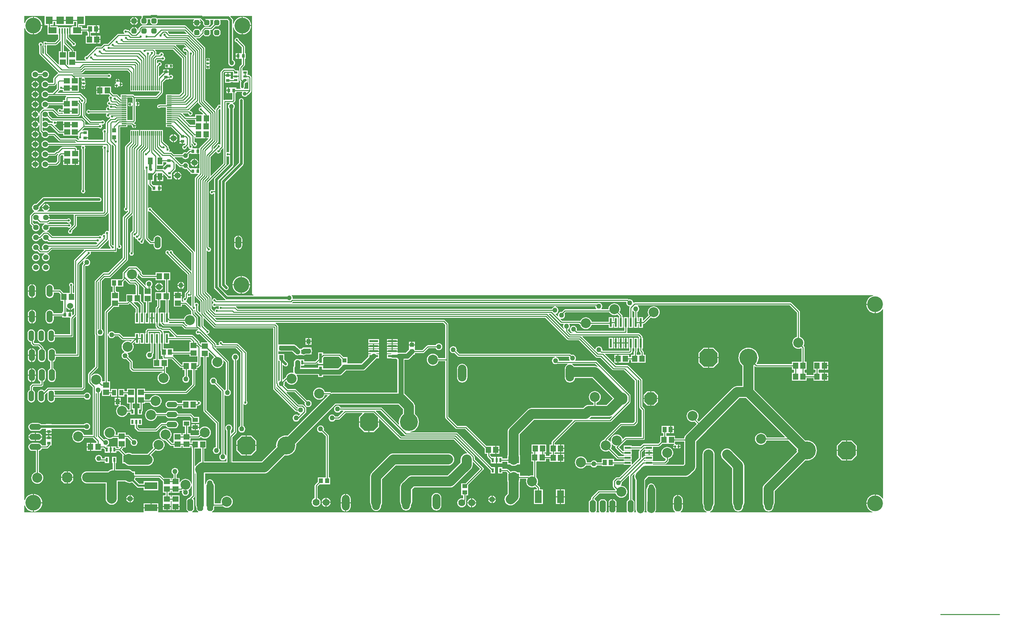
<source format=gbl>
%FSLAX25Y25*%
%MOIN*%
G70*
G01*
G75*
G04 Layer_Physical_Order=2*
G04 Layer_Color=16711680*
%ADD10C,0.01000*%
%ADD11C,0.10000*%
%ADD12C,0.07480*%
%ADD13C,0.07500*%
%ADD14C,0.02500*%
%ADD15C,0.00600*%
%ADD16C,0.05600*%
%ADD17O,0.05400X0.10800*%
G04:AMPARAMS|DCode=18|XSize=181mil|YSize=181mil|CornerRadius=0mil|HoleSize=0mil|Usage=FLASHONLY|Rotation=180.000|XOffset=0mil|YOffset=0mil|HoleType=Round|Shape=Octagon|*
%AMOCTAGOND18*
4,1,8,-0.09050,0.04525,-0.09050,-0.04525,-0.04525,-0.09050,0.04525,-0.09050,0.09050,-0.04525,0.09050,0.04525,0.04525,0.09050,-0.04525,0.09050,-0.09050,0.04525,0.0*
%
%ADD18OCTAGOND18*%

%ADD19C,0.18100*%
%ADD20O,0.08400X0.16800*%
G04:AMPARAMS|DCode=21|XSize=59.06mil|YSize=118.11mil|CornerRadius=0mil|HoleSize=0mil|Usage=FLASHONLY|Rotation=0.000|XOffset=0mil|YOffset=0mil|HoleType=Round|Shape=Octagon|*
%AMOCTAGOND21*
4,1,8,-0.01476,0.05906,0.01476,0.05906,0.02953,0.04429,0.02953,-0.04429,0.01476,-0.05906,-0.01476,-0.05906,-0.02953,-0.04429,-0.02953,0.04429,-0.01476,0.05906,0.0*
%
%ADD21OCTAGOND21*%

%ADD22O,0.12000X0.06000*%
%ADD23O,0.06000X0.12000*%
%ADD24O,0.07800X0.15600*%
%ADD25C,0.04800*%
G04:AMPARAMS|DCode=26|XSize=124mil|YSize=124mil|CornerRadius=0mil|HoleSize=0mil|Usage=FLASHONLY|Rotation=0.000|XOffset=0mil|YOffset=0mil|HoleType=Round|Shape=Octagon|*
%AMOCTAGOND26*
4,1,8,0.06200,-0.03100,0.06200,0.03100,0.03100,0.06200,-0.03100,0.06200,-0.06200,0.03100,-0.06200,-0.03100,-0.03100,-0.06200,0.03100,-0.06200,0.06200,-0.03100,0.0*
%
%ADD26OCTAGOND26*%

%ADD27C,0.12400*%
%ADD28C,0.07000*%
%ADD29C,0.06000*%
%ADD30O,0.10800X0.05400*%
G04:AMPARAMS|DCode=31|XSize=54mil|YSize=54mil|CornerRadius=0mil|HoleSize=0mil|Usage=FLASHONLY|Rotation=180.000|XOffset=0mil|YOffset=0mil|HoleType=Round|Shape=Octagon|*
%AMOCTAGOND31*
4,1,8,-0.02700,0.01350,-0.02700,-0.01350,-0.01350,-0.02700,0.01350,-0.02700,0.02700,-0.01350,0.02700,0.01350,0.01350,0.02700,-0.01350,0.02700,-0.02700,0.01350,0.0*
%
%ADD31OCTAGOND31*%

G04:AMPARAMS|DCode=32|XSize=100mil|YSize=100mil|CornerRadius=0mil|HoleSize=0mil|Usage=FLASHONLY|Rotation=180.000|XOffset=0mil|YOffset=0mil|HoleType=Round|Shape=Octagon|*
%AMOCTAGOND32*
4,1,8,-0.05000,0.02500,-0.05000,-0.02500,-0.02500,-0.05000,0.02500,-0.05000,0.05000,-0.02500,0.05000,0.02500,0.02500,0.05000,-0.02500,0.05000,-0.05000,0.02500,0.0*
%
%ADD32OCTAGOND32*%

%ADD33C,0.10000*%
%ADD34C,0.02362*%
%ADD35C,0.05000*%
%ADD36C,0.04724*%
%ADD37C,0.15748*%
%ADD38C,0.01575*%
G04:AMPARAMS|DCode=39|XSize=100mil|YSize=100mil|CornerRadius=50mil|HoleSize=0mil|Usage=FLASHONLY|Rotation=90.000|XOffset=0mil|YOffset=0mil|HoleType=Round|Shape=RoundedRectangle|*
%AMROUNDEDRECTD39*
21,1,0.10000,0.00000,0,0,90.0*
21,1,0.00000,0.10000,0,0,90.0*
1,1,0.10000,0.00000,0.00000*
1,1,0.10000,0.00000,0.00000*
1,1,0.10000,0.00000,0.00000*
1,1,0.10000,0.00000,0.00000*
%
%ADD39ROUNDEDRECTD39*%
%ADD40R,0.07500X0.07500*%
%ADD41R,0.07100X0.07500*%
%ADD42R,0.08300X0.06300*%
%ADD43R,0.01600X0.05400*%
%ADD44R,0.04331X0.05512*%
%ADD45R,0.06000X0.02400*%
%ADD46R,0.05200X0.06000*%
G04:AMPARAMS|DCode=47|XSize=39.37mil|YSize=39.37mil|CornerRadius=19.69mil|HoleSize=0mil|Usage=FLASHONLY|Rotation=90.000|XOffset=0mil|YOffset=0mil|HoleType=Round|Shape=RoundedRectangle|*
%AMROUNDEDRECTD47*
21,1,0.03937,0.00000,0,0,90.0*
21,1,0.00000,0.03937,0,0,90.0*
1,1,0.03937,0.00000,0.00000*
1,1,0.03937,0.00000,0.00000*
1,1,0.03937,0.00000,0.00000*
1,1,0.03937,0.00000,0.00000*
%
%ADD47ROUNDEDRECTD47*%
%ADD48R,0.03937X0.05118*%
%ADD49R,0.05118X0.03937*%
%ADD50R,0.02400X0.08700*%
%ADD51R,0.03600X0.02800*%
%ADD52R,0.04000X0.04800*%
%ADD53R,0.02400X0.04400*%
%ADD54R,0.03000X0.09700*%
%ADD55R,0.08600X0.02200*%
%ADD56R,0.06000X0.05200*%
%ADD57R,0.02800X0.03600*%
%ADD58R,0.04800X0.07100*%
%ADD59R,0.01200X0.04700*%
%ADD60R,0.04700X0.01200*%
%ADD61R,0.10700X0.07100*%
%ADD62R,0.04000X0.05600*%
%ADD63R,0.07100X0.12600*%
%ADD64R,0.04000X0.04400*%
G04:AMPARAMS|DCode=65|XSize=24mil|YSize=24mil|CornerRadius=12mil|HoleSize=0mil|Usage=FLASHONLY|Rotation=180.000|XOffset=0mil|YOffset=0mil|HoleType=Round|Shape=RoundedRectangle|*
%AMROUNDEDRECTD65*
21,1,0.02400,0.00000,0,0,180.0*
21,1,0.00000,0.02400,0,0,180.0*
1,1,0.02400,0.00000,0.00000*
1,1,0.02400,0.00000,0.00000*
1,1,0.02400,0.00000,0.00000*
1,1,0.02400,0.00000,0.00000*
%
%ADD65ROUNDEDRECTD65*%
%ADD66R,0.05600X0.04000*%
%ADD67R,0.03600X0.02400*%
%ADD68R,0.01181X0.01969*%
%ADD69R,0.02800X0.02400*%
%ADD70R,0.12600X0.07100*%
G04:AMPARAMS|DCode=71|XSize=23.62mil|YSize=23.62mil|CornerRadius=11.81mil|HoleSize=0mil|Usage=FLASHONLY|Rotation=180.000|XOffset=0mil|YOffset=0mil|HoleType=Round|Shape=RoundedRectangle|*
%AMROUNDEDRECTD71*
21,1,0.02362,0.00000,0,0,180.0*
21,1,0.00000,0.02362,0,0,180.0*
1,1,0.02362,0.00000,0.00000*
1,1,0.02362,0.00000,0.00000*
1,1,0.02362,0.00000,0.00000*
1,1,0.02362,0.00000,0.00000*
%
%ADD71ROUNDEDRECTD71*%
%ADD72C,0.02000*%
%ADD73C,0.05000*%
%ADD74C,0.00100*%
%ADD75C,0.03000*%
G36*
X609352Y38982D02*
Y15305D01*
X608787D01*
X606811Y13329D01*
Y3471D01*
X607291Y2991D01*
X607099Y2529D01*
X596364D01*
X596173Y2991D01*
X596653Y3471D01*
Y7900D01*
X588747D01*
Y3471D01*
X589227Y2991D01*
X589036Y2529D01*
X586564D01*
X586373Y2991D01*
X586853Y3471D01*
Y13329D01*
X584876Y15305D01*
X580924D01*
X578947Y13329D01*
Y3471D01*
X579427Y2991D01*
X579236Y2529D01*
X576546D01*
X576355Y2991D01*
X576835Y3471D01*
Y13329D01*
X574858Y15305D01*
X574411D01*
Y16248D01*
X579634Y21471D01*
X595694D01*
X595930Y20693D01*
X596487Y19650D01*
X597237Y18737D01*
X598150Y17987D01*
X599193Y17430D01*
X600324Y17087D01*
X601500Y16971D01*
X602676Y17087D01*
X603807Y17430D01*
X604849Y17987D01*
X605763Y18737D01*
X606513Y19650D01*
X607070Y20693D01*
X607413Y21824D01*
X607529Y23000D01*
X607413Y24176D01*
X607070Y25307D01*
X606513Y26349D01*
X605763Y27263D01*
X604849Y28013D01*
X603807Y28570D01*
X602676Y28913D01*
X601500Y29029D01*
X601155Y28995D01*
X600963Y29479D01*
X600996Y29504D01*
X601557Y30235D01*
X601910Y31086D01*
X602030Y32000D01*
X601988Y32325D01*
X608852Y39190D01*
X609352Y38982D01*
D02*
G37*
G36*
X87589Y302023D02*
X87652Y301976D01*
Y284621D01*
X87152Y284354D01*
X86851Y284555D01*
X86000Y284724D01*
X85149Y284555D01*
X84427Y284072D01*
X83946Y283351D01*
X83776Y282500D01*
X83863Y282062D01*
X83438Y281637D01*
X83000Y281724D01*
X82149Y281555D01*
X81428Y281072D01*
X80945Y280351D01*
X80868Y279962D01*
X80315Y279745D01*
X79851Y280055D01*
X79000Y280224D01*
X78149Y280055D01*
X77428Y279573D01*
X77399Y279529D01*
X31215D01*
X27362Y283381D01*
X26866Y283713D01*
X26281Y283829D01*
X25605D01*
X25492Y284298D01*
X26416Y284681D01*
X27210Y285290D01*
X27819Y286084D01*
X28202Y287008D01*
X28333Y288000D01*
X28320Y288095D01*
X28650Y288471D01*
X46399D01*
X46428Y288427D01*
X47149Y287945D01*
X48000Y287776D01*
X48851Y287945D01*
X49527Y288397D01*
X49846Y288009D01*
X47919Y286081D01*
X47700Y285755D01*
X47427Y285573D01*
X46945Y284851D01*
X46776Y284000D01*
X46945Y283149D01*
X47427Y282428D01*
X48149Y281945D01*
X49000Y281776D01*
X49851Y281945D01*
X50573Y282428D01*
X51055Y283149D01*
X51224Y284000D01*
X51055Y284851D01*
X51038Y284875D01*
X55081Y288919D01*
X55413Y289415D01*
X55529Y290000D01*
Y298971D01*
X83328D01*
X83914Y299087D01*
X84410Y299419D01*
X87152Y302160D01*
X87589Y302023D01*
D02*
G37*
G36*
X52487Y300584D02*
X52471Y300500D01*
Y290634D01*
X49991Y288154D01*
X49603Y288473D01*
X50055Y289149D01*
X50224Y290000D01*
X50055Y290851D01*
X49573Y291572D01*
X48851Y292055D01*
X48000Y292224D01*
X47149Y292055D01*
X46428Y291572D01*
X46399Y291529D01*
X26500D01*
X26101Y291450D01*
X25492Y291702D01*
X25605Y292171D01*
X26281D01*
X26866Y292287D01*
X27362Y292619D01*
X28215Y293471D01*
X45899D01*
X45928Y293427D01*
X46649Y292945D01*
X47500Y292776D01*
X48351Y292945D01*
X49073Y293427D01*
X49555Y294149D01*
X49724Y295000D01*
X49555Y295851D01*
X49073Y296572D01*
X48351Y297055D01*
X47500Y297224D01*
X46649Y297055D01*
X45928Y296572D01*
X45899Y296529D01*
X28511D01*
X28204Y296926D01*
X28205Y297029D01*
X28267Y297500D01*
X24500D01*
Y298500D01*
X28267D01*
X28202Y298992D01*
X27819Y299916D01*
X27394Y300471D01*
X27641Y300971D01*
X52170D01*
X52487Y300584D01*
D02*
G37*
G36*
X170471Y218670D02*
Y209346D01*
X170009Y209154D01*
X165822Y213341D01*
X165325Y213673D01*
X165233Y214201D01*
X165573Y214427D01*
X166054Y215149D01*
X166224Y216000D01*
X166214Y216051D01*
X166400Y216237D01*
X166732Y216734D01*
X166848Y217319D01*
Y218091D01*
X167348Y218406D01*
X168000Y218276D01*
X168851Y218445D01*
X169572Y218928D01*
X169601Y218971D01*
X170000D01*
X170084Y218987D01*
X170471Y218670D01*
D02*
G37*
G36*
X36719Y382619D02*
X37215Y382287D01*
X37800Y382171D01*
X42000D01*
Y380100D01*
X56845D01*
X57112Y379600D01*
X56946Y379351D01*
X56776Y378500D01*
X56946Y377649D01*
X57428Y376927D01*
X58023Y376529D01*
X57873Y376029D01*
X56462D01*
X55581Y376910D01*
X55085Y377241D01*
X54500Y377358D01*
X39305D01*
X34081Y382581D01*
X33585Y382913D01*
X33000Y383029D01*
X27480D01*
X27319Y383416D01*
X26710Y384210D01*
X25916Y384819D01*
X24992Y385202D01*
X24000Y385333D01*
X23008Y385202D01*
X22197Y384866D01*
X21229Y385834D01*
Y388206D01*
X21729Y388453D01*
X22084Y388181D01*
X23008Y387798D01*
X24000Y387667D01*
X24992Y387798D01*
X25916Y388181D01*
X26710Y388790D01*
X27319Y389584D01*
X27480Y389971D01*
X29366D01*
X36719Y382619D01*
D02*
G37*
G36*
X227471Y437452D02*
Y427029D01*
X223432D01*
X223223Y427529D01*
X223620Y428122D01*
X223794Y429000D01*
Y432210D01*
X224962Y433378D01*
X225144Y433560D01*
X226900D01*
Y437296D01*
X226907Y437303D01*
X227400Y437516D01*
X227471Y437452D01*
D02*
G37*
G36*
X107919Y231419D02*
X108415Y231087D01*
X109000Y230971D01*
X113366D01*
X114711Y229626D01*
Y221354D01*
X114357Y221000D01*
X112800D01*
X112640Y221000D01*
X112470D01*
X112300D01*
X112140Y221000D01*
X105100D01*
Y213729D01*
X98354D01*
X98000Y214083D01*
Y215640D01*
X98000Y215800D01*
Y215970D01*
Y216140D01*
X98000Y216300D01*
Y223340D01*
X95462D01*
X95413Y223585D01*
X95081Y224081D01*
X94577Y224586D01*
Y228744D01*
X102118D01*
Y233503D01*
X103976Y235361D01*
X107919Y231419D01*
D02*
G37*
G36*
X42000Y391740D02*
X46000D01*
Y390740D01*
X42000D01*
Y387640D01*
X42000D01*
Y387300D01*
X42000D01*
Y385229D01*
X38434D01*
X33322Y390340D01*
X33578Y390792D01*
X34351Y390945D01*
X35072Y391427D01*
X35555Y392149D01*
X35624Y392500D01*
X33500D01*
Y393500D01*
X35624D01*
X35555Y393851D01*
X35435Y394030D01*
X35671Y394471D01*
X42000D01*
Y391740D01*
D02*
G37*
G36*
X174087Y219175D02*
X174419Y218678D01*
X179471Y213626D01*
Y203017D01*
X179009Y202826D01*
X177210Y204624D01*
Y209134D01*
X177555Y209649D01*
X177724Y210500D01*
X177555Y211351D01*
X177073Y212072D01*
X176351Y212555D01*
X175500Y212724D01*
X174649Y212555D01*
X174029Y212141D01*
X173529Y212308D01*
Y219415D01*
X174029Y219464D01*
X174087Y219175D01*
D02*
G37*
G36*
X575590Y208086D02*
X575943Y207235D01*
X576484Y206529D01*
X576456Y206358D01*
X576344Y206029D01*
X545000D01*
X544415Y205913D01*
X543919Y205581D01*
X541825Y203487D01*
X541500Y203530D01*
X540586Y203410D01*
X539735Y203057D01*
X539004Y202496D01*
X538443Y201765D01*
X538090Y200914D01*
X537970Y200000D01*
X538085Y199129D01*
X538048Y199089D01*
X537533Y198973D01*
X535432Y201074D01*
X535592Y201548D01*
X535914Y201590D01*
X536765Y201943D01*
X537496Y202504D01*
X538057Y203235D01*
X538410Y204086D01*
X538530Y205000D01*
X538410Y205914D01*
X538057Y206765D01*
X537496Y207496D01*
X536765Y208057D01*
X535914Y208410D01*
X535453Y208471D01*
X535485Y208971D01*
X575474D01*
X575590Y208086D01*
D02*
G37*
G36*
X206149Y359445D02*
X207000Y359276D01*
X207706Y359417D01*
X208206Y359127D01*
Y351950D01*
X193878Y337622D01*
X193380Y336878D01*
X193206Y336000D01*
Y325529D01*
X191889D01*
X191851Y325555D01*
X191000Y325724D01*
X190149Y325555D01*
X189427Y325073D01*
X188945Y324351D01*
X188776Y323500D01*
X188945Y322649D01*
X189427Y321927D01*
X190149Y321445D01*
X191000Y321276D01*
X191851Y321445D01*
X192572Y321927D01*
X192706Y322127D01*
X193206Y321975D01*
Y228000D01*
X193380Y227122D01*
X193878Y226378D01*
X204378Y215878D01*
X204693Y215667D01*
X204541Y215167D01*
X195691D01*
X195555Y215851D01*
X195072Y216572D01*
X194351Y217055D01*
X193500Y217224D01*
X192649Y217055D01*
X191928Y216572D01*
X191446Y215851D01*
X191276Y215000D01*
X191446Y214149D01*
X191928Y213427D01*
X192526Y213028D01*
X192557Y212909D01*
Y212591D01*
X192526Y212472D01*
X191928Y212072D01*
X191446Y211351D01*
X191276Y210500D01*
X191446Y209649D01*
X191928Y208927D01*
X192649Y208445D01*
X193500Y208276D01*
X194351Y208445D01*
X195072Y208927D01*
X195101Y208971D01*
X197829D01*
X198065Y208530D01*
X197945Y208351D01*
X197776Y207500D01*
X197922Y206766D01*
X197720Y206368D01*
X197617Y206240D01*
X197382Y206200D01*
X196851Y206555D01*
X196000Y206724D01*
X195149Y206555D01*
X194428Y206072D01*
X193946Y205351D01*
X193776Y204500D01*
X193877Y203993D01*
X193416Y203747D01*
X190529Y206633D01*
Y218000D01*
X190413Y218585D01*
X190081Y219081D01*
X185529Y223634D01*
Y264873D01*
X186029Y265023D01*
X186427Y264427D01*
X187149Y263945D01*
X188000Y263776D01*
X188851Y263945D01*
X189573Y264427D01*
X190055Y265149D01*
X190224Y266000D01*
X190055Y266851D01*
X189573Y267572D01*
X188851Y268055D01*
X188000Y268224D01*
X187949Y268214D01*
X187529Y268634D01*
Y333053D01*
X205081Y350605D01*
X205413Y351101D01*
X205529Y351686D01*
Y359329D01*
X205970Y359565D01*
X206149Y359445D01*
D02*
G37*
G36*
X185740Y377500D02*
X187358D01*
X187550Y377038D01*
X178878Y368366D01*
X178546Y367870D01*
X178459Y367430D01*
X178433Y367300D01*
X177559D01*
Y364500D01*
Y361700D01*
X178430D01*
Y347300D01*
X177559D01*
Y344500D01*
X176559D01*
Y347300D01*
X174659D01*
Y347300D01*
X174300D01*
Y347300D01*
X169500D01*
X169500Y347300D01*
Y347300D01*
X169112Y347551D01*
X167736Y348927D01*
X167812Y349113D01*
X167929Y350000D01*
X167812Y350888D01*
X167470Y351715D01*
X166925Y352425D01*
X166215Y352970D01*
X165387Y353313D01*
X164500Y353429D01*
X163612Y353313D01*
X162785Y352970D01*
X162075Y352425D01*
X161530Y351715D01*
X161453Y351530D01*
X160133D01*
X153654Y358009D01*
X153846Y358471D01*
X161453D01*
X161530Y358285D01*
X162075Y357575D01*
X162785Y357030D01*
X163612Y356688D01*
X164500Y356571D01*
X165387Y356688D01*
X166215Y357030D01*
X166925Y357575D01*
X167470Y358285D01*
X167812Y359113D01*
X167929Y360000D01*
X167812Y360888D01*
X167736Y361073D01*
X169038Y362375D01*
X169500Y362184D01*
Y361700D01*
X174300D01*
Y361700D01*
X174659D01*
Y361700D01*
X176559D01*
Y364500D01*
Y367300D01*
X174659D01*
Y367300D01*
X174300D01*
Y367300D01*
X171589D01*
X171321Y367800D01*
X171555Y368149D01*
X171724Y369000D01*
X171555Y369851D01*
X171072Y370572D01*
X170529Y370935D01*
Y372123D01*
X170592Y372171D01*
X171029Y372308D01*
X171786Y371551D01*
X171776Y371500D01*
X171946Y370649D01*
X172427Y369928D01*
X173149Y369445D01*
X174000Y369276D01*
X174851Y369445D01*
X175573Y369928D01*
X176055Y370649D01*
X176224Y371500D01*
X176055Y372351D01*
X175573Y373073D01*
X174851Y373555D01*
X174000Y373724D01*
X173949Y373714D01*
X173529Y374133D01*
Y378875D01*
X174029Y379238D01*
X174100Y379215D01*
Y377500D01*
X181300D01*
Y377500D01*
X181640D01*
Y377500D01*
X184740D01*
Y381500D01*
X185740D01*
Y377500D01*
D02*
G37*
G36*
X534547Y208471D02*
X534086Y208410D01*
X533235Y208057D01*
X532504Y207496D01*
X531943Y206765D01*
X531845Y206529D01*
X217133D01*
X215192Y208471D01*
X215329Y208908D01*
X215377Y208971D01*
X534515D01*
X534547Y208471D01*
D02*
G37*
G36*
X144471Y202650D02*
X143800D01*
Y193063D01*
X143300Y192796D01*
X143200Y192863D01*
Y202650D01*
X138800D01*
Y191950D01*
X139580D01*
X139587Y191915D01*
X139919Y191419D01*
X141919Y189419D01*
X142415Y189087D01*
X143000Y188971D01*
X160866D01*
X163419Y186419D01*
X163915Y186087D01*
X164500Y185971D01*
X176825D01*
X177081Y185648D01*
X176871Y185198D01*
X176149Y185055D01*
X175427Y184573D01*
X174945Y183851D01*
X174776Y183000D01*
X174945Y182149D01*
X175427Y181428D01*
X176149Y180946D01*
X177000Y180776D01*
X177851Y180946D01*
X178475Y181362D01*
X186497Y173340D01*
X186290Y172840D01*
X180000D01*
Y171645D01*
X179538Y171453D01*
X178529Y172462D01*
Y173021D01*
X178432Y173510D01*
X178413Y173607D01*
X178081Y174103D01*
X172339Y179845D01*
X171843Y180177D01*
X171257Y180293D01*
X156370D01*
X149581Y187081D01*
X149085Y187413D01*
X148500Y187529D01*
X141462D01*
X140910Y188081D01*
X140414Y188413D01*
X139828Y188529D01*
X138634D01*
X137529Y189634D01*
Y191950D01*
X138200D01*
Y202650D01*
X137529D01*
Y206366D01*
X138781Y207619D01*
X139113Y208115D01*
X139229Y208700D01*
Y215000D01*
X141300D01*
Y215000D01*
X141640D01*
Y215000D01*
X144471D01*
Y202650D01*
D02*
G37*
G36*
X109207Y442630D02*
Y431050D01*
X109136D01*
Y424350D01*
X138569D01*
X138687Y423850D01*
X134866Y420029D01*
X113634D01*
X112681Y420982D01*
X112185Y421313D01*
X111600Y421429D01*
X102862D01*
X102714Y421400D01*
X99512D01*
Y418858D01*
X99012Y418651D01*
X96581Y421081D01*
X96085Y421413D01*
X95500Y421529D01*
X92374D01*
X89840Y424063D01*
Y429500D01*
X82800D01*
X82640Y429500D01*
X82470D01*
X82300D01*
X82140Y429500D01*
X79200D01*
Y425500D01*
Y421500D01*
X82140D01*
X82300Y421500D01*
X82470D01*
X82640D01*
X82800Y421500D01*
X88077D01*
X88987Y420591D01*
X88841Y420112D01*
X88642Y420072D01*
X87914Y419586D01*
X87428Y418858D01*
X87257Y418000D01*
X87428Y417142D01*
X87914Y416414D01*
X87971Y416376D01*
Y415500D01*
X88030Y415201D01*
X88029Y415183D01*
X87713Y414685D01*
X87667Y414658D01*
X87149Y414555D01*
X86427Y414073D01*
X85945Y413351D01*
X85776Y412500D01*
X85945Y411649D01*
X86427Y410927D01*
X87149Y410445D01*
X87652Y410345D01*
X87892Y409921D01*
X87914Y409788D01*
X87775Y409089D01*
X87000Y409243D01*
X86142Y409072D01*
X85414Y408586D01*
X84928Y407858D01*
X84757Y407000D01*
X84928Y406142D01*
X85031Y405986D01*
X84796Y405545D01*
X68920D01*
X68891Y405588D01*
X68170Y406070D01*
X67319Y406240D01*
X66468Y406070D01*
X65746Y405588D01*
X65264Y404867D01*
X65095Y404016D01*
X65264Y403165D01*
X65746Y402443D01*
X66468Y401961D01*
X67319Y401792D01*
X68170Y401961D01*
X68891Y402443D01*
X68920Y402486D01*
X85126D01*
X85229Y402343D01*
X85347Y401986D01*
X84928Y401358D01*
X84757Y400500D01*
X84928Y399642D01*
X85414Y398914D01*
X86142Y398428D01*
X87000Y398257D01*
X87858Y398428D01*
X88281Y398710D01*
X88813Y398584D01*
X89039Y398202D01*
X88900Y397782D01*
X88600Y397581D01*
X85100Y394081D01*
X84768Y393585D01*
X84652Y393000D01*
Y386909D01*
X84152Y386594D01*
X83500Y386724D01*
X82649Y386555D01*
X81928Y386072D01*
X81445Y385351D01*
X81276Y384500D01*
X81445Y383649D01*
X81928Y382927D01*
X81971Y382899D01*
Y376029D01*
X66800D01*
Y377400D01*
X64000D01*
Y378400D01*
X66800D01*
Y380300D01*
X66800D01*
Y380659D01*
X66800D01*
Y385459D01*
X61329D01*
X61067Y385904D01*
X63134Y387971D01*
X77399D01*
X77428Y387928D01*
X78149Y387445D01*
X79000Y387276D01*
X79851Y387445D01*
X80572Y387928D01*
X81055Y388649D01*
X81224Y389500D01*
X81055Y390351D01*
X80666Y390932D01*
X80929Y391390D01*
X81500Y391276D01*
X82351Y391445D01*
X83073Y391928D01*
X83555Y392649D01*
X83724Y393500D01*
X83555Y394351D01*
X83073Y395073D01*
X82351Y395555D01*
X81500Y395724D01*
X80649Y395555D01*
X79927Y395073D01*
X79899Y395029D01*
X69634D01*
X64029Y400633D01*
Y412075D01*
X64763Y412808D01*
X65094Y413304D01*
X65210Y413890D01*
Y416819D01*
X65094Y417404D01*
X64763Y417900D01*
X60081Y422581D01*
X59585Y422913D01*
X59000Y423029D01*
X36346D01*
X36154Y423491D01*
X38081Y425419D01*
X38413Y425915D01*
X38417Y425935D01*
X38879Y426126D01*
X39149Y425945D01*
X40000Y425776D01*
X40851Y425945D01*
X41000Y426045D01*
X41500Y425806D01*
Y424100D01*
X57500D01*
Y431300D01*
X57500D01*
Y431640D01*
X57500D01*
Y438471D01*
X60873D01*
X61023Y437971D01*
X60427Y437572D01*
X59945Y436851D01*
X59876Y436500D01*
X64124D01*
X64055Y436851D01*
X63573Y437572D01*
X62977Y437971D01*
X63127Y438471D01*
X86399D01*
X86427Y438427D01*
X87149Y437945D01*
X88000Y437776D01*
X88851Y437945D01*
X89573Y438427D01*
X90055Y439149D01*
X90224Y440000D01*
X90055Y440851D01*
X89573Y441573D01*
X88851Y442055D01*
X88000Y442224D01*
X87149Y442055D01*
X86427Y441573D01*
X86399Y441529D01*
X52134D01*
X51692Y441971D01*
X51829Y442408D01*
X51877Y442471D01*
X60157D01*
X60742Y442587D01*
X61238Y442919D01*
X63790Y445471D01*
X106367D01*
X109207Y442630D01*
D02*
G37*
G36*
X49500Y205531D02*
X50044Y205603D01*
X51017Y206006D01*
X51853Y206647D01*
X52311Y207244D01*
X52811Y207074D01*
Y201552D01*
X51462Y200203D01*
X51000Y200395D01*
Y203300D01*
X49100D01*
Y200500D01*
X48100D01*
Y203300D01*
X46200D01*
Y203300D01*
X45841D01*
Y203300D01*
X44970D01*
Y207469D01*
X45470Y207569D01*
X45506Y207483D01*
X46147Y206647D01*
X46983Y206006D01*
X47956Y205603D01*
X48500Y205531D01*
Y209500D01*
X49500D01*
Y205531D01*
D02*
G37*
G36*
X854260Y219746D02*
X852588Y219238D01*
X851046Y218414D01*
X849695Y217305D01*
X848586Y215954D01*
X847762Y214412D01*
X847254Y212740D01*
X847132Y211500D01*
X856000D01*
Y211000D01*
X856500D01*
Y202132D01*
X857740Y202254D01*
X859412Y202762D01*
X860954Y203586D01*
X862305Y204695D01*
X863414Y206046D01*
X863586Y206367D01*
X864071Y206245D01*
Y16255D01*
X863586Y16133D01*
X863414Y16454D01*
X862305Y17805D01*
X860954Y18914D01*
X859412Y19738D01*
X857740Y20246D01*
X856500Y20368D01*
Y11500D01*
X856000D01*
Y11000D01*
X847132D01*
X847254Y9760D01*
X847762Y8088D01*
X848586Y6546D01*
X849695Y5195D01*
X851046Y4086D01*
X852588Y3262D01*
X853354Y3029D01*
X853280Y2529D01*
X690569D01*
X690470Y3029D01*
X691171Y3320D01*
X692195Y4105D01*
X692980Y5129D01*
X693474Y6321D01*
X693642Y7600D01*
Y7999D01*
X694013Y8450D01*
X694570Y9493D01*
X694913Y10624D01*
X695029Y11800D01*
Y60500D01*
X694913Y61676D01*
X694570Y62807D01*
X694013Y63850D01*
X693263Y64763D01*
X692349Y65513D01*
X691307Y66070D01*
X690176Y66413D01*
X689000Y66529D01*
X687824Y66413D01*
X686693Y66070D01*
X685650Y65513D01*
X684737Y64763D01*
X683987Y63850D01*
X683430Y62807D01*
X683087Y61676D01*
X682971Y60500D01*
Y11800D01*
X683087Y10624D01*
X683430Y9493D01*
X683758Y8879D01*
Y7600D01*
X683926Y6321D01*
X684420Y5129D01*
X685205Y4105D01*
X686229Y3320D01*
X686930Y3029D01*
X686831Y2529D01*
X661114D01*
X660944Y3029D01*
X661695Y3605D01*
X662480Y4629D01*
X662974Y5821D01*
X663142Y7100D01*
Y10500D01*
X653258D01*
Y7100D01*
X653426Y5821D01*
X653920Y4629D01*
X654705Y3605D01*
X655456Y3029D01*
X655286Y2529D01*
X635620D01*
X635398Y2978D01*
X635649Y3305D01*
X636128Y4460D01*
X636291Y5700D01*
Y25000D01*
X636128Y26240D01*
X635649Y27395D01*
X635194Y27989D01*
X635105Y28666D01*
X634732Y29566D01*
X634139Y30339D01*
X633366Y30932D01*
X632466Y31305D01*
X631500Y31432D01*
X630534Y31305D01*
X629634Y30932D01*
X628861Y30339D01*
X628268Y29566D01*
X627895Y28666D01*
X627806Y27989D01*
X627351Y27395D01*
X626872Y26240D01*
X626709Y25000D01*
Y13409D01*
X626629Y13329D01*
Y3471D01*
X627109Y2991D01*
X626917Y2529D01*
X624927D01*
X624701Y3029D01*
X625128Y4060D01*
X625291Y5300D01*
Y34765D01*
X628497Y37971D01*
X666000D01*
X667176Y38087D01*
X668307Y38430D01*
X669349Y38987D01*
X670263Y39737D01*
X674763Y44237D01*
X675513Y45151D01*
X676070Y46193D01*
X676413Y47324D01*
X676529Y48500D01*
Y73503D01*
X686763Y83737D01*
X719997Y116971D01*
X726503D01*
X765482Y77991D01*
X765291Y77529D01*
X747306D01*
X747070Y78307D01*
X746513Y79349D01*
X745763Y80263D01*
X744849Y81013D01*
X743807Y81570D01*
X742676Y81913D01*
X741500Y82029D01*
X740324Y81913D01*
X739193Y81570D01*
X738151Y81013D01*
X737237Y80263D01*
X736487Y79349D01*
X735930Y78307D01*
X735587Y77176D01*
X735471Y76000D01*
X735587Y74824D01*
X735930Y73693D01*
X736487Y72650D01*
X737237Y71737D01*
X738151Y70987D01*
X739193Y70430D01*
X740324Y70087D01*
X741500Y69971D01*
X742676Y70087D01*
X743807Y70430D01*
X744849Y70987D01*
X745763Y71737D01*
X746513Y72650D01*
X747070Y73693D01*
X747306Y74471D01*
X769003D01*
X771737Y71737D01*
X777542Y65931D01*
X777401Y64500D01*
X777542Y63069D01*
X744855Y30381D01*
X744105Y29468D01*
X743548Y28425D01*
X743205Y27294D01*
X743089Y26118D01*
Y12000D01*
X743205Y10824D01*
X743548Y9693D01*
X744105Y8650D01*
X744176Y8564D01*
Y8100D01*
X744344Y6821D01*
X744838Y5629D01*
X745623Y4605D01*
X746647Y3820D01*
X747839Y3326D01*
X749118Y3158D01*
X750397Y3326D01*
X751589Y3820D01*
X752613Y4605D01*
X753398Y5629D01*
X753892Y6821D01*
X754060Y8100D01*
Y8564D01*
X754131Y8650D01*
X754688Y9693D01*
X755031Y10824D01*
X755147Y12000D01*
Y23621D01*
X786069Y54542D01*
X787500Y54401D01*
X789470Y54595D01*
X791365Y55170D01*
X793111Y56103D01*
X794641Y57359D01*
X795897Y58890D01*
X796830Y60635D01*
X797405Y62530D01*
X797599Y64500D01*
X797405Y66470D01*
X796830Y68365D01*
X795897Y70110D01*
X794641Y71641D01*
X793111Y72897D01*
X791365Y73830D01*
X789470Y74405D01*
X787500Y74599D01*
X786069Y74458D01*
X780263Y80263D01*
X735029Y125497D01*
Y148655D01*
X735491Y148846D01*
X735919Y148419D01*
X736415Y148087D01*
X737000Y147971D01*
X772600D01*
Y145500D01*
X774671D01*
Y142500D01*
X772600D01*
Y134500D01*
X779800D01*
Y134500D01*
X780140D01*
Y134500D01*
X787340D01*
Y136971D01*
X794100D01*
Y134500D01*
X801140D01*
X801300Y134500D01*
X801470D01*
X801640D01*
X801800Y134500D01*
X804740D01*
Y138500D01*
Y142500D01*
X801800D01*
X801640Y142500D01*
X801470D01*
X801300D01*
X801140Y142500D01*
X799229D01*
Y145146D01*
X799583Y145500D01*
X801140D01*
X801300Y145500D01*
X801470D01*
X801640D01*
X801800Y145500D01*
X804740D01*
Y149500D01*
Y153500D01*
X801800D01*
X801640Y153500D01*
X801470D01*
X801300D01*
X801140Y153500D01*
X794100D01*
Y145500D01*
X796171D01*
Y142500D01*
X794100D01*
Y140029D01*
X787340D01*
Y142500D01*
X785269D01*
Y145500D01*
X787340D01*
Y153500D01*
X785269D01*
Y167760D01*
X785153Y168345D01*
X784822Y168841D01*
X784187Y169476D01*
X784570Y170193D01*
X784913Y171324D01*
X785029Y172500D01*
X784913Y173676D01*
X784570Y174807D01*
X784013Y175849D01*
X783263Y176763D01*
X782349Y177513D01*
X781307Y178070D01*
X780529Y178306D01*
Y203500D01*
X780413Y204085D01*
X780081Y204581D01*
X772081Y212581D01*
X771585Y212913D01*
X771000Y213029D01*
X615000D01*
X614512Y212932D01*
X614415Y212913D01*
X614015Y212646D01*
X613681Y212730D01*
X613484Y212854D01*
X613410Y213414D01*
X613057Y214265D01*
X612496Y214996D01*
X611765Y215557D01*
X610914Y215910D01*
X610000Y216030D01*
X609086Y215910D01*
X608851Y215812D01*
X608581Y216081D01*
X608085Y216413D01*
X607500Y216529D01*
X272255D01*
X271829Y217029D01*
X271891Y217500D01*
X271776Y218378D01*
X271437Y219196D01*
X271031Y219725D01*
X271255Y220225D01*
X854177D01*
X854260Y219746D01*
D02*
G37*
G36*
X111471Y417867D02*
Y412627D01*
X110971Y412477D01*
X110573Y413072D01*
X109851Y413555D01*
X109500Y413624D01*
Y411500D01*
Y409376D01*
X109851Y409445D01*
X110573Y409928D01*
X110971Y410523D01*
X111471Y410373D01*
Y395703D01*
X106212D01*
Y396510D01*
Y398479D01*
Y400447D01*
Y402416D01*
Y404400D01*
Y406400D01*
Y408400D01*
Y410300D01*
Y412300D01*
Y414300D01*
Y416200D01*
Y417500D01*
X102862D01*
Y418200D01*
X106212D01*
Y418200D01*
Y418371D01*
X110967D01*
X111471Y417867D01*
D02*
G37*
G36*
X92652Y369585D02*
Y270409D01*
X92152Y270094D01*
X91500Y270224D01*
X91449Y270214D01*
X90711Y270952D01*
Y370647D01*
X90668Y370862D01*
X91128Y371109D01*
X92652Y369585D01*
D02*
G37*
G36*
X41500Y408640D02*
X41500D01*
Y408300D01*
X41500D01*
Y406289D01*
X40262D01*
X40073Y406572D01*
X39351Y407055D01*
X38500Y407224D01*
X37649Y407055D01*
X36928Y406572D01*
X36445Y405851D01*
X36276Y405000D01*
X36445Y404149D01*
X36928Y403428D01*
X37649Y402945D01*
X38500Y402776D01*
X39351Y402945D01*
X39778Y403230D01*
X41500D01*
Y402129D01*
X37512D01*
X32760Y406881D01*
X32264Y407213D01*
X31679Y407329D01*
X25105D01*
X24992Y407798D01*
X25916Y408181D01*
X26710Y408790D01*
X27319Y409584D01*
X27702Y410508D01*
X27729Y410711D01*
X41500D01*
Y408640D01*
D02*
G37*
G36*
X176729Y413547D02*
X177167Y413297D01*
X177268Y412787D01*
X177600Y412291D01*
X180820Y409071D01*
X180573Y408610D01*
X180000Y408724D01*
X179149Y408555D01*
X178428Y408073D01*
X177945Y407351D01*
X177776Y406500D01*
X177945Y405649D01*
X178428Y404927D01*
X179149Y404445D01*
X180000Y404276D01*
X180051Y404286D01*
X182176Y402161D01*
X182050Y401597D01*
X181853Y401500D01*
X181513D01*
Y401500D01*
X174313D01*
Y399029D01*
X164847D01*
X161851Y402025D01*
X162043Y402486D01*
X167279D01*
X167446Y401649D01*
X167928Y400927D01*
X168649Y400445D01*
X169500Y400276D01*
X170351Y400445D01*
X171072Y400927D01*
X171555Y401649D01*
X171724Y402500D01*
X171555Y403351D01*
X171072Y404073D01*
X170351Y404555D01*
X169500Y404724D01*
X169449Y404714D01*
X169066Y405097D01*
X168910Y405201D01*
X168861Y405698D01*
X176716Y413553D01*
X176729Y413547D01*
D02*
G37*
G36*
X258878Y153878D02*
X258971Y153785D01*
Y134655D01*
X258735Y134557D01*
X258029Y134016D01*
X257858Y134044D01*
X257529Y134156D01*
Y154300D01*
X258596D01*
X258878Y153878D01*
D02*
G37*
G36*
X199652Y406591D02*
Y371621D01*
X199152Y371354D01*
X198851Y371555D01*
X198000Y371724D01*
X197149Y371555D01*
X196428Y371073D01*
X195946Y370351D01*
X195776Y369500D01*
X195786Y369449D01*
X193077Y366740D01*
X192615Y366931D01*
Y368836D01*
X197135Y373356D01*
X197466Y373852D01*
X197582Y374437D01*
Y405920D01*
X198449Y406786D01*
X198500Y406776D01*
X199152Y406906D01*
X199652Y406591D01*
D02*
G37*
G36*
X87652Y275372D02*
Y270319D01*
X87768Y269734D01*
X88100Y269237D01*
X89286Y268051D01*
X89276Y268000D01*
X89433Y267211D01*
X89375Y267016D01*
X89211Y266710D01*
X79027D01*
X78835Y267172D01*
X87081Y275419D01*
X87152Y275524D01*
X87652Y275372D01*
D02*
G37*
G36*
X168500Y158660D02*
X176471D01*
Y153471D01*
X176400Y153000D01*
X169200D01*
Y153000D01*
X168860D01*
Y153000D01*
X161660D01*
Y150529D01*
X160634D01*
X152581Y158581D01*
X152275Y158786D01*
X152118Y159244D01*
Y159244D01*
X152118Y159244D01*
X152118Y159244D01*
Y160730D01*
X168500D01*
Y158660D01*
D02*
G37*
G36*
X123971Y346004D02*
Y277000D01*
X124087Y276415D01*
X124419Y275919D01*
X128419Y271919D01*
X128915Y271587D01*
X129012Y271568D01*
X129500Y271471D01*
X132666D01*
Y270000D01*
X132803Y268956D01*
X133206Y267983D01*
X133847Y267147D01*
X134683Y266506D01*
X135656Y266103D01*
X136700Y265966D01*
X137744Y266103D01*
X138717Y266506D01*
X139553Y267147D01*
X140194Y267983D01*
X140597Y268956D01*
X140735Y270000D01*
Y276000D01*
X140597Y277044D01*
X140194Y278017D01*
X139553Y278853D01*
X138717Y279494D01*
X137744Y279897D01*
X136700Y280034D01*
X135656Y279897D01*
X134683Y279494D01*
X133847Y278853D01*
X133206Y278017D01*
X132803Y277044D01*
X132666Y276000D01*
Y274529D01*
X130133D01*
X127029Y277634D01*
Y304192D01*
X127529Y304359D01*
X128149Y303945D01*
X129000Y303776D01*
X129051Y303786D01*
X170471Y262367D01*
Y244674D01*
X170009Y244483D01*
X152102Y262389D01*
X152224Y263000D01*
X152055Y263851D01*
X151573Y264573D01*
X150851Y265055D01*
X150000Y265224D01*
X149149Y265055D01*
X148427Y264573D01*
X148210D01*
X147489Y265055D01*
X146638Y265224D01*
X145787Y265055D01*
X145065Y264573D01*
X144583Y263851D01*
X144414Y263000D01*
X144583Y262149D01*
X145065Y261427D01*
X145787Y260946D01*
X146178Y260868D01*
X162627Y244419D01*
X163123Y244087D01*
X163282Y244056D01*
X166471Y240866D01*
Y224925D01*
X164237Y222692D01*
X163906Y222196D01*
X163789Y221610D01*
Y218182D01*
X163149Y218055D01*
X162427Y217572D01*
X161945Y216851D01*
X161776Y216000D01*
X161945Y215149D01*
X162427Y214427D01*
X162635Y214289D01*
X162483Y213789D01*
X161354D01*
X161000Y214143D01*
Y215700D01*
X161000Y215860D01*
Y216030D01*
Y216200D01*
X161000Y216360D01*
Y219300D01*
X153000D01*
Y216360D01*
X153000Y216200D01*
Y216030D01*
Y215860D01*
X153000Y215700D01*
Y208660D01*
X161000D01*
Y210731D01*
X164107D01*
X168874Y205963D01*
X168906Y205804D01*
X169237Y205308D01*
X170360Y204185D01*
Y201380D01*
X170323Y201286D01*
X170299Y201252D01*
X169923Y200938D01*
X169000Y201029D01*
X167824Y200913D01*
X166693Y200570D01*
X165650Y200013D01*
X164737Y199263D01*
X163987Y198349D01*
X163430Y197307D01*
X163194Y196529D01*
X148933D01*
X148200Y197263D01*
Y202650D01*
X147529D01*
Y215000D01*
X148840D01*
Y223000D01*
X147270D01*
Y235000D01*
X149340D01*
Y243000D01*
X142300D01*
X142140Y243000D01*
X141970D01*
X141800D01*
X141640Y243000D01*
X134600D01*
Y240529D01*
X122134D01*
X120529Y242133D01*
Y243500D01*
X120432Y243988D01*
X120413Y244085D01*
X120081Y244581D01*
X116081Y248581D01*
X115585Y248913D01*
X115000Y249029D01*
X108000D01*
X107415Y248913D01*
X106919Y248581D01*
X101919Y243581D01*
X101587Y243085D01*
X101471Y242500D01*
Y238500D01*
Y237181D01*
X100546Y236256D01*
X89882D01*
Y228744D01*
X91518D01*
Y223953D01*
X91540Y223840D01*
X91130Y223340D01*
X90000D01*
Y216300D01*
X90000Y216140D01*
Y215970D01*
Y215800D01*
X90000Y215640D01*
Y210363D01*
X83919Y204281D01*
X83587Y203785D01*
X83471Y203200D01*
Y133840D01*
X81289D01*
X80906Y134301D01*
X80913Y134324D01*
X81029Y135500D01*
X80913Y136676D01*
X80570Y137807D01*
X80013Y138849D01*
X79263Y139763D01*
X78350Y140513D01*
X77307Y141070D01*
X76176Y141413D01*
X75000Y141529D01*
X73824Y141413D01*
X72693Y141070D01*
X71650Y140513D01*
X70737Y139763D01*
X70500Y139475D01*
X70029Y139643D01*
Y140366D01*
X76581Y146919D01*
X76913Y147415D01*
X76932Y147512D01*
X77029Y148000D01*
Y179495D01*
X77529Y179821D01*
X78086Y179590D01*
X79000Y179470D01*
X79914Y179590D01*
X80765Y179943D01*
X81496Y180504D01*
X82057Y181235D01*
X82410Y182086D01*
X82530Y183000D01*
X82410Y183914D01*
X82057Y184765D01*
X81496Y185496D01*
X80765Y186057D01*
X80529Y186155D01*
Y234366D01*
X83634Y237471D01*
X88500D01*
X89085Y237587D01*
X89581Y237919D01*
X106349Y254686D01*
X106681Y255183D01*
X106797Y255768D01*
Y296099D01*
X111009Y300310D01*
X111471Y300119D01*
Y284925D01*
X109738Y283192D01*
X109406Y282696D01*
X109290Y282111D01*
Y263814D01*
X108928Y263573D01*
X108446Y262851D01*
X108276Y262000D01*
X108446Y261149D01*
X108928Y260427D01*
X109649Y259945D01*
X110500Y259776D01*
X111351Y259945D01*
X112073Y260427D01*
X112555Y261149D01*
X112724Y262000D01*
X112555Y262851D01*
X112348Y263160D01*
Y278591D01*
X112848Y278906D01*
X113187Y278838D01*
X113654Y278623D01*
X113823Y277772D01*
X114305Y277050D01*
X115026Y276568D01*
X115877Y276399D01*
X116031Y276245D01*
X116200Y275394D01*
X116682Y274673D01*
X117404Y274191D01*
X117942Y274084D01*
X118409Y273868D01*
X118578Y273017D01*
X119060Y272295D01*
X119781Y271813D01*
X120632Y271644D01*
X121483Y271813D01*
X122205Y272295D01*
X122687Y273017D01*
X122856Y273868D01*
X122687Y274719D01*
X122685Y274721D01*
X122932Y274968D01*
X123263Y275464D01*
X123380Y276049D01*
Y345820D01*
X123880Y346072D01*
X123971Y346004D01*
D02*
G37*
G36*
X180271Y53397D02*
X179193Y53070D01*
X178150Y52513D01*
X177237Y51763D01*
X175137Y49663D01*
X174529Y48923D01*
X174029Y49102D01*
Y66500D01*
X177860D01*
Y66500D01*
X178200D01*
Y66500D01*
X180271D01*
Y53397D01*
D02*
G37*
G36*
X174313Y395617D02*
Y393500D01*
X174100Y393500D01*
X174100D01*
Y391029D01*
X169346D01*
X164867Y395509D01*
X165059Y395971D01*
X173959D01*
X174313Y395617D01*
D02*
G37*
G36*
X664471Y50997D02*
X663503Y50029D01*
X633400D01*
Y50671D01*
X645200D01*
X645785Y50787D01*
X646281Y51119D01*
X648581Y53419D01*
X648913Y53915D01*
X649029Y54500D01*
Y56194D01*
X649807Y56430D01*
X650849Y56987D01*
X651763Y57737D01*
X652513Y58650D01*
X653070Y59693D01*
X653413Y60824D01*
X653529Y62000D01*
X653413Y63176D01*
X653070Y64307D01*
X652513Y65350D01*
X651763Y66263D01*
X650849Y67013D01*
X649807Y67570D01*
X648676Y67913D01*
X647500Y68029D01*
X646324Y67913D01*
X645193Y67570D01*
X644150Y67013D01*
X643237Y66263D01*
X642487Y65350D01*
X641930Y64307D01*
X641587Y63176D01*
X641471Y62000D01*
X641587Y60824D01*
X641930Y59693D01*
X642487Y58650D01*
X643237Y57737D01*
X644150Y56987D01*
X645193Y56430D01*
X645971Y56194D01*
Y55133D01*
X644566Y53729D01*
X633400D01*
Y54400D01*
X625400D01*
Y53729D01*
X624099D01*
X623892Y54229D01*
X624900Y55237D01*
X625400Y55030D01*
Y54900D01*
X633400D01*
Y59300D01*
X625400D01*
Y58629D01*
X624600D01*
X624015Y58513D01*
X623519Y58181D01*
X622491Y57154D01*
X622029Y57346D01*
Y62866D01*
X624733Y65571D01*
X625400D01*
Y64900D01*
X633400D01*
Y68271D01*
X639060D01*
X639645Y68387D01*
X640141Y68719D01*
X642423Y71000D01*
X647860D01*
Y71000D01*
X648200D01*
Y71000D01*
X654484D01*
X654533Y70868D01*
X654567Y70500D01*
X653928Y70073D01*
X653445Y69351D01*
X653376Y69000D01*
X655500D01*
Y68500D01*
X656000D01*
Y66376D01*
X656351Y66445D01*
X657072Y66927D01*
X657428D01*
X658149Y66445D01*
X658500Y66376D01*
Y68500D01*
Y70624D01*
X658149Y70555D01*
X657598Y70186D01*
X657250Y70111D01*
X656902Y70186D01*
X656351Y70555D01*
X655764Y70671D01*
X655453Y70952D01*
X655400Y71214D01*
Y73471D01*
X664471D01*
Y50997D01*
D02*
G37*
G36*
X58786Y415051D02*
X58776Y415000D01*
X58946Y414149D01*
X59427Y413427D01*
X60149Y412945D01*
X60914Y412793D01*
X60971Y412708D01*
Y400000D01*
X61087Y399415D01*
X61419Y398919D01*
X67919Y392419D01*
X68415Y392087D01*
X69000Y391971D01*
X77873D01*
X78023Y391471D01*
X77428Y391073D01*
X77399Y391029D01*
X64029D01*
Y394000D01*
X63913Y394585D01*
X63581Y395081D01*
X61581Y397081D01*
X61085Y397413D01*
X60500Y397529D01*
X31067D01*
X27747Y400849D01*
X27833Y401500D01*
X27702Y402492D01*
X27319Y403416D01*
X27048Y403771D01*
X27294Y404271D01*
X31045D01*
X35797Y399519D01*
X36293Y399187D01*
X36879Y399071D01*
X57061D01*
X57647Y399187D01*
X58143Y399519D01*
X59081Y400457D01*
X59413Y400953D01*
X59529Y401539D01*
Y411500D01*
X59413Y412085D01*
X59081Y412581D01*
X58281Y413381D01*
X57785Y413713D01*
X57500Y413770D01*
Y415630D01*
X58000Y415837D01*
X58786Y415051D01*
D02*
G37*
G36*
X22084Y398181D02*
X23008Y397798D01*
X24000Y397667D01*
X24992Y397798D01*
X25916Y398181D01*
X26014Y398256D01*
X29352Y394919D01*
X29848Y394587D01*
X29945Y394568D01*
X30433Y394471D01*
X31329D01*
X31565Y394030D01*
X31445Y393851D01*
X31285Y393046D01*
X31098Y392907D01*
X30814Y392760D01*
X30585Y392913D01*
X30000Y393029D01*
X27480D01*
X27319Y393416D01*
X26710Y394210D01*
X25916Y394819D01*
X24992Y395202D01*
X24000Y395333D01*
X23008Y395202D01*
X22084Y394819D01*
X21729Y394548D01*
X21229Y394794D01*
Y398206D01*
X21729Y398452D01*
X22084Y398181D01*
D02*
G37*
G36*
X321000Y155737D02*
Y151700D01*
X321000Y151700D01*
Y151700D01*
Y151354D01*
X321000D01*
X321000Y151200D01*
Y150146D01*
X317584Y146730D01*
X302500D01*
Y149750D01*
X297500D01*
Y147430D01*
X280595D01*
X280299Y147768D01*
Y149485D01*
X283668D01*
Y150656D01*
X295085D01*
X295670Y150772D01*
X296166Y151104D01*
X297038Y151975D01*
X297500Y151784D01*
Y151250D01*
X302500D01*
Y157437D01*
X303534Y158471D01*
X318267D01*
X321000Y155737D01*
D02*
G37*
G36*
X619471Y134367D02*
Y108000D01*
X619587Y107415D01*
X619919Y106919D01*
X621971Y104867D01*
Y78029D01*
X605800D01*
X605215Y77913D01*
X604719Y77581D01*
X603234Y76097D01*
X602749Y76218D01*
X602570Y76807D01*
X602013Y77850D01*
X601263Y78763D01*
X600350Y79513D01*
X599307Y80070D01*
X598176Y80413D01*
X597000Y80529D01*
X595824Y80413D01*
X594693Y80070D01*
X593650Y79513D01*
X592737Y78763D01*
X591987Y77850D01*
X591430Y76807D01*
X591087Y75676D01*
X590971Y74500D01*
X591062Y73578D01*
X590579Y73378D01*
X590263Y73763D01*
X589350Y74513D01*
X588394Y75024D01*
X588207Y75544D01*
X601634Y88971D01*
X614000D01*
X614585Y89087D01*
X615081Y89419D01*
X617581Y91919D01*
X617913Y92415D01*
X617932Y92512D01*
X618029Y93000D01*
Y135000D01*
X618004Y135126D01*
X618465Y135372D01*
X619471Y134367D01*
D02*
G37*
G36*
X23202Y490939D02*
X26223D01*
Y489800D01*
X26145D01*
Y481500D01*
X36445D01*
Y481500D01*
X36852Y481276D01*
Y477015D01*
X33744Y473907D01*
X25591D01*
Y474362D01*
X22409D01*
Y470394D01*
Y467638D01*
X22471D01*
Y462500D01*
X22496Y462374D01*
X22035Y462128D01*
X21029Y463133D01*
Y469899D01*
X21072Y469928D01*
X21555Y470649D01*
X21724Y471500D01*
X21555Y472351D01*
X21072Y473072D01*
X20351Y473555D01*
X19500Y473724D01*
X18649Y473555D01*
X17928Y473072D01*
X17445Y472351D01*
X17276Y471500D01*
X17445Y470649D01*
X17928Y469928D01*
X17971Y469899D01*
Y462500D01*
X18087Y461915D01*
X18419Y461419D01*
X36832Y443006D01*
X36786Y442655D01*
X36693Y442468D01*
X36415Y442413D01*
X35919Y442081D01*
X32419Y438581D01*
X32087Y438085D01*
X31971Y437500D01*
Y433134D01*
X31866Y433029D01*
X27480D01*
X27319Y433416D01*
X26710Y434210D01*
X25916Y434819D01*
X24992Y435202D01*
X24000Y435333D01*
X23008Y435202D01*
X22084Y434819D01*
X21290Y434210D01*
X20681Y433416D01*
X20298Y432492D01*
X20167Y431500D01*
X20298Y430508D01*
X20681Y429584D01*
X21290Y428790D01*
X22084Y428181D01*
X23008Y427798D01*
X24000Y427667D01*
X24992Y427798D01*
X25916Y428181D01*
X26710Y428790D01*
X27319Y429584D01*
X27480Y429971D01*
X32500D01*
X33085Y430087D01*
X33581Y430419D01*
X34581Y431419D01*
X34913Y431915D01*
X34971Y432204D01*
X35471Y432155D01*
Y427134D01*
X31367Y423029D01*
X27480D01*
X27319Y423416D01*
X26710Y424210D01*
X25916Y424819D01*
X24992Y425202D01*
X24000Y425333D01*
X23008Y425202D01*
X22084Y424819D01*
X21290Y424210D01*
X20681Y423416D01*
X20298Y422492D01*
X20167Y421500D01*
X20298Y420508D01*
X20681Y419584D01*
X21290Y418790D01*
X22084Y418181D01*
X23008Y417798D01*
X24000Y417667D01*
X24992Y417798D01*
X25916Y418181D01*
X26710Y418790D01*
X27319Y419584D01*
X27480Y419971D01*
X44651D01*
X44806Y419517D01*
X44808Y419471D01*
X44419Y419081D01*
X44087Y418585D01*
X43971Y418000D01*
Y415840D01*
X41500D01*
Y413769D01*
X27048D01*
X26710Y414210D01*
X25916Y414819D01*
X24992Y415202D01*
X24000Y415333D01*
X23008Y415202D01*
X22084Y414819D01*
X21290Y414210D01*
X20681Y413416D01*
X20298Y412492D01*
X20167Y411500D01*
X20298Y410508D01*
X20681Y409584D01*
X21290Y408790D01*
X22084Y408181D01*
X23008Y407798D01*
X22895Y407329D01*
X22219D01*
X21634Y407213D01*
X21137Y406881D01*
X18619Y404363D01*
X18287Y403866D01*
X18171Y403281D01*
Y402605D01*
X17702Y402492D01*
X17319Y403416D01*
X16710Y404210D01*
X15916Y404819D01*
X14992Y405202D01*
X14500Y405267D01*
Y401500D01*
Y397733D01*
X14992Y397798D01*
X15916Y398181D01*
X16710Y398790D01*
X17319Y399584D01*
X17702Y400508D01*
X18171Y400395D01*
Y392605D01*
X17702Y392492D01*
X17319Y393416D01*
X16710Y394210D01*
X15916Y394819D01*
X14992Y395202D01*
X14500Y395267D01*
Y391500D01*
Y387733D01*
X14992Y387798D01*
X15916Y388181D01*
X16710Y388790D01*
X17319Y389584D01*
X17702Y390508D01*
X18171Y390395D01*
Y385200D01*
X18287Y384615D01*
X18619Y384119D01*
X20292Y382445D01*
X20167Y381500D01*
X20298Y380508D01*
X20681Y379584D01*
X21290Y378790D01*
X22084Y378181D01*
X23008Y377798D01*
X24000Y377667D01*
X24992Y377798D01*
X25916Y378181D01*
X26710Y378790D01*
X27319Y379584D01*
X27480Y379971D01*
X32366D01*
X37590Y374747D01*
X38086Y374415D01*
X38672Y374299D01*
X53866D01*
X54636Y373529D01*
X54499Y373092D01*
X54451Y373029D01*
X27480D01*
X27319Y373416D01*
X26710Y374210D01*
X25916Y374819D01*
X24992Y375202D01*
X24000Y375333D01*
X23008Y375202D01*
X22084Y374819D01*
X21290Y374210D01*
X20681Y373416D01*
X20298Y372492D01*
X20167Y371500D01*
X20298Y370508D01*
X20681Y369584D01*
X21290Y368790D01*
X22084Y368181D01*
X23008Y367798D01*
X24000Y367667D01*
X24992Y367798D01*
X25916Y368181D01*
X26710Y368790D01*
X27319Y369584D01*
X27480Y369971D01*
X60192D01*
X60359Y369471D01*
X59945Y368851D01*
X59776Y368000D01*
X59945Y367149D01*
X60427Y366427D01*
X60471Y366399D01*
Y326101D01*
X60427Y326073D01*
X59945Y325351D01*
X59776Y324500D01*
X59945Y323649D01*
X60427Y322927D01*
X61149Y322445D01*
X62000Y322276D01*
X62851Y322445D01*
X63573Y322927D01*
X64055Y323649D01*
X64224Y324500D01*
X64055Y325351D01*
X63573Y326073D01*
X63529Y326101D01*
Y366399D01*
X63573Y366427D01*
X64055Y367149D01*
X64224Y368000D01*
X64055Y368851D01*
X63641Y369471D01*
X63808Y369971D01*
X81692D01*
X81859Y369471D01*
X81445Y368851D01*
X81276Y368000D01*
X81445Y367149D01*
X81928Y366427D01*
X81971Y366399D01*
Y304134D01*
X81867Y304029D01*
X26151D01*
X26051Y304529D01*
X26416Y304681D01*
X27210Y305290D01*
X27819Y306084D01*
X28202Y307008D01*
X28267Y307500D01*
X20733D01*
X20798Y307008D01*
X21181Y306084D01*
X21790Y305290D01*
X22584Y304681D01*
X22949Y304529D01*
X22850Y304029D01*
X16150D01*
X16051Y304529D01*
X16416Y304681D01*
X17210Y305290D01*
X17819Y306084D01*
X18202Y307008D01*
X18333Y308000D01*
X18264Y308520D01*
X23450Y313706D01*
X78000D01*
X78878Y313880D01*
X79622Y314378D01*
X80119Y315122D01*
X80294Y316000D01*
X80119Y316878D01*
X79622Y317622D01*
X78878Y318120D01*
X78000Y318294D01*
X22500D01*
X21622Y318120D01*
X20878Y317622D01*
X15020Y311764D01*
X14500Y311833D01*
X13508Y311702D01*
X12584Y311319D01*
X11790Y310710D01*
X11181Y309916D01*
X10798Y308992D01*
X10667Y308000D01*
X10798Y307008D01*
X11181Y306084D01*
X11790Y305290D01*
X12584Y304681D01*
X12792Y304594D01*
X12810Y304503D01*
X12432Y303932D01*
X12334Y303913D01*
X11837Y303581D01*
X9119Y300863D01*
X8787Y300366D01*
X8671Y299781D01*
Y293210D01*
X8587Y293085D01*
X8471Y292500D01*
X8587Y291915D01*
X8919Y291419D01*
X10958Y289379D01*
X10798Y288992D01*
X10667Y288000D01*
X10798Y287008D01*
X11181Y286084D01*
X11790Y285290D01*
X12584Y284681D01*
X13508Y284298D01*
X14500Y284167D01*
X15492Y284298D01*
X16416Y284681D01*
X17210Y285290D01*
X17819Y286084D01*
X18202Y287008D01*
X18333Y288000D01*
X18202Y288992D01*
X17819Y289916D01*
X17210Y290710D01*
X16416Y291319D01*
X15492Y291702D01*
X14500Y291833D01*
X13508Y291702D01*
X13121Y291542D01*
X11729Y292934D01*
Y294706D01*
X12229Y294953D01*
X12584Y294681D01*
X13508Y294298D01*
X14500Y294167D01*
X15492Y294298D01*
X15879Y294458D01*
X17719Y292619D01*
X18215Y292287D01*
X18800Y292171D01*
X23395D01*
X23508Y291702D01*
X22584Y291319D01*
X21790Y290710D01*
X21181Y289916D01*
X20798Y288992D01*
X20667Y288000D01*
X20798Y287008D01*
X21181Y286084D01*
X21790Y285290D01*
X22584Y284681D01*
X23508Y284298D01*
X23395Y283829D01*
X22719D01*
X22134Y283713D01*
X21637Y283381D01*
X18271Y280015D01*
X17666Y280117D01*
X17210Y280710D01*
X16416Y281319D01*
X15492Y281702D01*
X14500Y281833D01*
X13508Y281702D01*
X12584Y281319D01*
X11790Y280710D01*
X11181Y279916D01*
X10798Y278992D01*
X10667Y278000D01*
X10798Y277008D01*
X11181Y276084D01*
X11790Y275290D01*
X12584Y274681D01*
X13508Y274298D01*
X14500Y274167D01*
X15492Y274298D01*
X16416Y274681D01*
X17210Y275290D01*
X17819Y276084D01*
X17980Y276471D01*
X18419D01*
X19004Y276587D01*
X19500Y276919D01*
X20212Y277630D01*
X20740Y277451D01*
X20798Y277008D01*
X21181Y276084D01*
X21790Y275290D01*
X22584Y274681D01*
X23508Y274298D01*
X24500Y274167D01*
X25492Y274298D01*
X25879Y274458D01*
X26419Y273919D01*
X26915Y273587D01*
X27500Y273471D01*
X74899D01*
X74928Y273428D01*
X75649Y272945D01*
X76005Y272875D01*
X76169Y272332D01*
X74866Y271029D01*
X26794D01*
X26416Y271319D01*
X25492Y271702D01*
X24500Y271833D01*
X23508Y271702D01*
X22584Y271319D01*
X21790Y270710D01*
X21181Y269916D01*
X20798Y268992D01*
X20667Y268000D01*
X20798Y267008D01*
X21181Y266084D01*
X21452Y265729D01*
X21206Y265229D01*
X19433D01*
X18042Y266621D01*
X18202Y267008D01*
X18333Y268000D01*
X18202Y268992D01*
X17819Y269916D01*
X17210Y270710D01*
X16416Y271319D01*
X15492Y271702D01*
X14500Y271833D01*
X13508Y271702D01*
X12584Y271319D01*
X11790Y270710D01*
X11181Y269916D01*
X10798Y268992D01*
X10667Y268000D01*
X10798Y267008D01*
X11181Y266084D01*
X11790Y265290D01*
X12584Y264681D01*
X13508Y264298D01*
X14500Y264167D01*
X15492Y264298D01*
X15879Y264458D01*
X17719Y262619D01*
X18215Y262287D01*
X18800Y262171D01*
X23395D01*
X23508Y261702D01*
X22584Y261319D01*
X21790Y260710D01*
X21181Y259916D01*
X20798Y258992D01*
X20667Y258000D01*
X20798Y257008D01*
X21181Y256084D01*
X21790Y255290D01*
X22584Y254681D01*
X23508Y254298D01*
X24500Y254167D01*
X25492Y254298D01*
X26416Y254681D01*
X27210Y255290D01*
X27819Y256084D01*
X28202Y257008D01*
X28333Y258000D01*
X28202Y258992D01*
X27819Y259916D01*
X27210Y260710D01*
X26416Y261319D01*
X25492Y261702D01*
X25605Y262171D01*
X26281D01*
X26866Y262287D01*
X27362Y262619D01*
X30715Y265971D01*
X62654D01*
X62846Y265509D01*
X53259Y255922D01*
X52927Y255425D01*
X52811Y254840D01*
Y222500D01*
X51529D01*
Y228899D01*
X51573Y228927D01*
X52055Y229649D01*
X52224Y230500D01*
X52055Y231351D01*
X51573Y232072D01*
X50851Y232555D01*
X50000Y232724D01*
X49149Y232555D01*
X48428Y232072D01*
X47945Y231351D01*
X47776Y230500D01*
X47945Y229649D01*
X48428Y228927D01*
X48471Y228899D01*
Y222500D01*
X46640D01*
Y222500D01*
X46300D01*
Y222500D01*
X42163D01*
X39281Y225381D01*
X38785Y225713D01*
X38200Y225829D01*
X32434D01*
Y227300D01*
X32297Y228344D01*
X31894Y229317D01*
X31253Y230153D01*
X30417Y230794D01*
X29444Y231197D01*
X28400Y231334D01*
X27356Y231197D01*
X26383Y230794D01*
X25547Y230153D01*
X24906Y229317D01*
X24503Y228344D01*
X24365Y227300D01*
Y221300D01*
X24503Y220256D01*
X24906Y219283D01*
X25547Y218447D01*
X26383Y217806D01*
X27356Y217403D01*
X28400Y217266D01*
X29444Y217403D01*
X30417Y217806D01*
X31253Y218447D01*
X31894Y219283D01*
X32297Y220256D01*
X32434Y221300D01*
Y222771D01*
X37567D01*
X39100Y221237D01*
Y214500D01*
X41912D01*
Y203300D01*
X41041D01*
Y202029D01*
X32391D01*
X32297Y202744D01*
X31894Y203717D01*
X31253Y204553D01*
X30417Y205194D01*
X29444Y205597D01*
X28400Y205734D01*
X27356Y205597D01*
X26383Y205194D01*
X25547Y204553D01*
X24906Y203717D01*
X24503Y202744D01*
X24365Y201700D01*
Y195700D01*
X24503Y194656D01*
X24906Y193683D01*
X25547Y192847D01*
X26383Y192206D01*
X27356Y191803D01*
X28400Y191665D01*
X29444Y191803D01*
X30417Y192206D01*
X31253Y192847D01*
X31894Y193683D01*
X32297Y194656D01*
X32434Y195700D01*
Y198971D01*
X41041D01*
Y197700D01*
X45841D01*
Y197700D01*
X46200D01*
Y197700D01*
X48584D01*
X48995Y197200D01*
X48971Y197079D01*
Y181029D01*
X33732D01*
Y182200D01*
X33605Y183166D01*
X33232Y184066D01*
X32639Y184839D01*
X31866Y185432D01*
X30966Y185805D01*
X30000Y185932D01*
X29034Y185805D01*
X28134Y185432D01*
X27361Y184839D01*
X26768Y184066D01*
X26395Y183166D01*
X26268Y182200D01*
Y176800D01*
X26395Y175834D01*
X26768Y174934D01*
X27361Y174161D01*
X28134Y173568D01*
X29034Y173195D01*
X30000Y173068D01*
X30966Y173195D01*
X31866Y173568D01*
X32639Y174161D01*
X33232Y174934D01*
X33605Y175834D01*
X33732Y176800D01*
Y177971D01*
X50500D01*
X51085Y178087D01*
X51581Y178419D01*
X51913Y178915D01*
X52029Y179500D01*
Y196445D01*
X54509Y198925D01*
X54971Y198733D01*
Y161529D01*
X34534D01*
Y163000D01*
X34397Y164044D01*
X33994Y165017D01*
X33353Y165853D01*
X32517Y166494D01*
X31544Y166897D01*
X30500Y167034D01*
X29456Y166897D01*
X28483Y166494D01*
X27647Y165853D01*
X27006Y165017D01*
X26603Y164044D01*
X26465Y163000D01*
Y157000D01*
X26603Y155956D01*
X27006Y154983D01*
X27647Y154147D01*
X28483Y153506D01*
X28971Y153304D01*
Y146696D01*
X28483Y146494D01*
X27647Y145853D01*
X27006Y145017D01*
X26603Y144044D01*
X26465Y143000D01*
Y137000D01*
X26603Y135956D01*
X27006Y134983D01*
X27647Y134147D01*
X28483Y133506D01*
X29456Y133103D01*
X30500Y132966D01*
X31544Y133103D01*
X32517Y133506D01*
X33353Y134147D01*
X33994Y134983D01*
X34397Y135956D01*
X34534Y137000D01*
Y143000D01*
X34397Y144044D01*
X33994Y145017D01*
X33353Y145853D01*
X32517Y146494D01*
X32029Y146696D01*
Y153304D01*
X32517Y153506D01*
X33353Y154147D01*
X33994Y154983D01*
X34397Y155956D01*
X34534Y157000D01*
Y158471D01*
X56500D01*
X57085Y158587D01*
X57581Y158919D01*
X57913Y159415D01*
X58029Y160000D01*
Y250867D01*
X61883Y254720D01*
X62307Y254437D01*
X62090Y253914D01*
X61970Y253000D01*
X62090Y252086D01*
X62188Y251851D01*
X61419Y251081D01*
X61087Y250585D01*
X60971Y250000D01*
Y128133D01*
X60366Y127529D01*
X27000D01*
X26512Y127432D01*
X26415Y127413D01*
X25918Y127081D01*
X23140Y124303D01*
X22641Y124336D01*
X22639Y124339D01*
X21866Y124932D01*
X20966Y125305D01*
X20000Y125432D01*
X19034Y125305D01*
X18134Y124932D01*
X17361Y124339D01*
X16768Y123566D01*
X16395Y122666D01*
X16268Y121700D01*
Y116300D01*
X16395Y115334D01*
X16768Y114434D01*
X17361Y113661D01*
X18134Y113068D01*
X19034Y112695D01*
X20000Y112568D01*
X20966Y112695D01*
X21866Y113068D01*
X22639Y113661D01*
X23232Y114434D01*
X23605Y115334D01*
X23732Y116300D01*
Y120569D01*
X25907Y122744D01*
X26374Y122504D01*
X26268Y121700D01*
Y116300D01*
X26395Y115334D01*
X26768Y114434D01*
X27361Y113661D01*
X28134Y113068D01*
X29034Y112695D01*
X30000Y112568D01*
X30966Y112695D01*
X31866Y113068D01*
X32639Y113661D01*
X33232Y114434D01*
X33605Y115334D01*
X33732Y116300D01*
Y117471D01*
X62845D01*
X62943Y117235D01*
X63504Y116504D01*
X64235Y115943D01*
X65086Y115590D01*
X66000Y115470D01*
X66914Y115590D01*
X67765Y115943D01*
X68496Y116504D01*
X69057Y117235D01*
X69410Y118086D01*
X69530Y119000D01*
X69410Y119914D01*
X69057Y120765D01*
X68496Y121496D01*
X67765Y122057D01*
X66914Y122410D01*
X66000Y122530D01*
X65086Y122410D01*
X64235Y122057D01*
X63504Y121496D01*
X62943Y120765D01*
X62845Y120529D01*
X33732D01*
Y121700D01*
X33605Y122666D01*
X33232Y123566D01*
X32921Y123971D01*
X33168Y124471D01*
X61000D01*
X61585Y124587D01*
X62081Y124919D01*
X63581Y126419D01*
X63913Y126915D01*
X64029Y127500D01*
Y249356D01*
X64406Y249665D01*
X64586Y249590D01*
X65500Y249470D01*
X66414Y249590D01*
X67265Y249943D01*
X67996Y250504D01*
X68557Y251235D01*
X68910Y252086D01*
X69030Y253000D01*
X68910Y253914D01*
X68557Y254765D01*
X67996Y255496D01*
X67265Y256057D01*
X66414Y256410D01*
X65500Y256530D01*
X64586Y256410D01*
X64063Y256193D01*
X63780Y256617D01*
X67449Y260286D01*
X67500Y260276D01*
X68351Y260445D01*
X69073Y260928D01*
X69555Y261649D01*
X69724Y262500D01*
X69594Y263152D01*
X69909Y263652D01*
X93228D01*
X93596Y263406D01*
X94181Y263289D01*
X94766Y263406D01*
X95262Y263738D01*
X95594Y264234D01*
X95710Y264819D01*
Y267554D01*
X96210Y267704D01*
X96609Y267109D01*
X97330Y266627D01*
X98181Y266457D01*
X99032Y266627D01*
X99754Y267109D01*
X100236Y267830D01*
X100405Y268681D01*
X100236Y269532D01*
X99754Y270254D01*
X99032Y270736D01*
X99029Y270736D01*
Y388595D01*
X99512Y388636D01*
X99512Y388636D01*
X99512Y388636D01*
X106212D01*
Y390605D01*
Y390675D01*
X110162D01*
X110786Y390051D01*
X110776Y390000D01*
X110945Y389149D01*
X111427Y388427D01*
X112149Y387945D01*
X112500Y387876D01*
Y390000D01*
X113000D01*
Y390500D01*
X115124D01*
X115055Y390851D01*
X114573Y391572D01*
X113851Y392055D01*
X113000Y392224D01*
X112932Y392708D01*
X112969Y392901D01*
X113255Y393092D01*
X114081Y393919D01*
X114413Y394415D01*
X114529Y395000D01*
Y410192D01*
X115029Y410359D01*
X115649Y409945D01*
X116000Y409876D01*
Y412000D01*
Y414124D01*
X115649Y414055D01*
X115029Y413641D01*
X114529Y413808D01*
Y416971D01*
X135500D01*
X136085Y417087D01*
X136581Y417419D01*
X141381Y422219D01*
X141713Y422715D01*
X141732Y422812D01*
X141829Y423300D01*
Y424350D01*
X141900D01*
Y431050D01*
X141829D01*
Y433607D01*
X144763Y436541D01*
X147800D01*
Y437411D01*
X148451D01*
X149149Y436945D01*
X150000Y436776D01*
X150851Y436945D01*
X151573Y437428D01*
X152055Y438149D01*
X152224Y439000D01*
X152055Y439851D01*
X151573Y440573D01*
X150851Y441055D01*
X150000Y441224D01*
X149149Y441055D01*
X148427Y440573D01*
X148359Y440470D01*
X147800D01*
Y441341D01*
X147800Y441341D01*
Y441341D01*
Y441700D01*
X147800D01*
X147800Y441841D01*
Y443600D01*
X142200D01*
Y443463D01*
X138391Y439654D01*
X137929Y439846D01*
Y449266D01*
X138449Y449786D01*
X138500Y449776D01*
X139351Y449945D01*
X140073Y450427D01*
X140554Y451149D01*
X140724Y452000D01*
X140554Y452851D01*
X140073Y453573D01*
X139351Y454055D01*
X138500Y454224D01*
X137649Y454055D01*
X136927Y453573D01*
X136445Y452851D01*
X136429Y452770D01*
X135929Y452819D01*
Y455766D01*
X136134Y455971D01*
X140399D01*
X140427Y455928D01*
X141149Y455445D01*
X142000Y455276D01*
X142851Y455445D01*
X143572Y455928D01*
X144054Y456649D01*
X144224Y457500D01*
X144054Y458351D01*
X143572Y459072D01*
X142851Y459555D01*
X142462Y459632D01*
X142245Y460185D01*
X142554Y460649D01*
X142724Y461500D01*
X142554Y462351D01*
X142072Y463072D01*
X141351Y463555D01*
X140500Y463724D01*
X139649Y463555D01*
X138927Y463072D01*
X138445Y462351D01*
X138282Y461529D01*
X135335D01*
X135211Y461681D01*
Y464111D01*
X135094Y464696D01*
X134763Y465192D01*
X133946Y466009D01*
X134137Y466471D01*
X151866D01*
X160971Y457367D01*
Y424133D01*
X158167Y421329D01*
X151550D01*
Y421400D01*
X144850D01*
Y418200D01*
Y416200D01*
Y414300D01*
Y412300D01*
Y411529D01*
X138500D01*
X137915Y411413D01*
X137686Y411260D01*
X137303Y411184D01*
X136711Y410789D01*
X136316Y410197D01*
X136178Y409500D01*
X136316Y408803D01*
X136711Y408211D01*
X137303Y407816D01*
X138000Y407678D01*
X138697Y407816D01*
X139289Y408211D01*
X139462Y408471D01*
X144850D01*
Y408400D01*
Y406400D01*
Y404400D01*
Y402416D01*
Y400447D01*
Y398479D01*
Y396510D01*
Y394542D01*
Y392573D01*
Y392573D01*
X148200D01*
Y391837D01*
X144850D01*
Y390605D01*
Y388636D01*
X150260D01*
X158700Y380196D01*
Y377300D01*
X158700Y377159D01*
Y376979D01*
Y376800D01*
X158700Y376659D01*
Y374900D01*
X161500D01*
Y374400D01*
X162000D01*
Y372000D01*
X164056D01*
X164130Y372000D01*
X164363Y371526D01*
X163551Y370714D01*
X163500Y370724D01*
X162649Y370555D01*
X161927Y370073D01*
X161445Y369351D01*
X161276Y368500D01*
X161445Y367649D01*
X161927Y366928D01*
X162649Y366445D01*
X163500Y366276D01*
X164351Y366445D01*
X165073Y366928D01*
X165554Y367649D01*
X165724Y368500D01*
X165714Y368551D01*
X166916Y369753D01*
X167377Y369507D01*
X167276Y369000D01*
X167446Y368149D01*
X167928Y367427D01*
X168649Y366945D01*
X169500Y366776D01*
Y366029D01*
X169000D01*
X168415Y365913D01*
X167918Y365581D01*
X165573Y363236D01*
X165387Y363313D01*
X164500Y363429D01*
X163612Y363313D01*
X162785Y362970D01*
X162075Y362425D01*
X161530Y361715D01*
X161453Y361529D01*
X152962D01*
X150910Y363581D01*
X150414Y363913D01*
X149828Y364029D01*
X148308D01*
X148141Y364529D01*
X148555Y365149D01*
X148724Y366000D01*
X148555Y366851D01*
X148073Y367572D01*
X147529Y367935D01*
Y368792D01*
X147413Y369377D01*
X147081Y369873D01*
X144692Y372263D01*
X144196Y372594D01*
X144037Y372626D01*
X141829Y374833D01*
Y379012D01*
X141900D01*
Y385712D01*
X118979D01*
Y382362D01*
X118242D01*
Y385712D01*
X109136D01*
Y379012D01*
X109207D01*
Y374870D01*
X104419Y370081D01*
X104087Y369585D01*
X103971Y369000D01*
Y308435D01*
X103428Y308072D01*
X102945Y307351D01*
X102776Y306500D01*
X102945Y305649D01*
X103428Y304927D01*
X104149Y304445D01*
X105000Y304276D01*
X105851Y304445D01*
X106471Y304859D01*
X106971Y304692D01*
Y304134D01*
X102186Y299349D01*
X101855Y298853D01*
X101738Y298268D01*
Y257937D01*
X86831Y243029D01*
X82672D01*
X82086Y242913D01*
X81590Y242581D01*
X73919Y234910D01*
X73587Y234414D01*
X73471Y233828D01*
Y181343D01*
X73587Y180758D01*
X73919Y180262D01*
X73971Y180210D01*
Y148634D01*
X67419Y142081D01*
X67087Y141585D01*
X66971Y141000D01*
Y132808D01*
X67087Y132222D01*
X67419Y131726D01*
X71471Y127674D01*
Y80029D01*
X62806D01*
X62570Y80807D01*
X62013Y81849D01*
X61263Y82763D01*
X60350Y83513D01*
X59307Y84070D01*
X58176Y84413D01*
X57000Y84529D01*
X55824Y84413D01*
X54693Y84070D01*
X53650Y83513D01*
X52737Y82763D01*
X51987Y81849D01*
X51430Y80807D01*
X51087Y79676D01*
X50971Y78500D01*
X51087Y77324D01*
X51430Y76193D01*
X51987Y75151D01*
X52737Y74237D01*
X53650Y73487D01*
X54693Y72930D01*
X55824Y72587D01*
X57000Y72471D01*
X58176Y72587D01*
X59307Y72930D01*
X60350Y73487D01*
X61263Y74237D01*
X62013Y75151D01*
X62570Y76193D01*
X62806Y76971D01*
X71867D01*
X71919Y76919D01*
X75271Y73567D01*
Y72354D01*
X74917Y72000D01*
X73360D01*
X73200Y72000D01*
X73030D01*
X72860D01*
X72700Y72000D01*
X69760D01*
Y68000D01*
Y64000D01*
X72700D01*
X72860Y64000D01*
X73030D01*
X73200D01*
X73360Y64000D01*
X80400D01*
Y66471D01*
X82348D01*
X83481Y65337D01*
Y62100D01*
X88921D01*
Y65300D01*
Y68500D01*
X85126D01*
X85100Y68545D01*
X85363Y69083D01*
X85414Y69090D01*
X86265Y69443D01*
X86996Y70004D01*
X87557Y70735D01*
X87910Y71586D01*
X88030Y72500D01*
X87910Y73414D01*
X87557Y74265D01*
X86996Y74996D01*
X86265Y75557D01*
X85414Y75910D01*
X84500Y76030D01*
X83586Y75910D01*
X82735Y75557D01*
X82662Y75501D01*
X78529Y79633D01*
Y121845D01*
X78765Y121943D01*
X79496Y122504D01*
X80057Y123235D01*
X80410Y124086D01*
X80500Y124771D01*
X81000Y124738D01*
Y119100D01*
X89000D01*
Y120801D01*
X89760D01*
Y118531D01*
X95760D01*
Y126131D01*
X89760D01*
Y124086D01*
X89260Y123954D01*
X89000Y124214D01*
Y126140D01*
X89000Y126300D01*
Y126470D01*
Y126640D01*
X89000Y126800D01*
Y133840D01*
X86529D01*
Y180015D01*
X87029Y180047D01*
X87090Y179586D01*
X87443Y178735D01*
X88004Y178004D01*
X88735Y177443D01*
X89586Y177090D01*
X90500Y176970D01*
X91414Y177090D01*
X92265Y177443D01*
X92996Y178004D01*
X93557Y178735D01*
X93655Y178971D01*
X97366D01*
X100655Y175682D01*
X101151Y175351D01*
X101736Y175234D01*
X110418D01*
X110610Y174773D01*
X109524Y173687D01*
X108807Y174070D01*
X107676Y174413D01*
X106500Y174529D01*
X105324Y174413D01*
X104193Y174070D01*
X103150Y173513D01*
X102237Y172763D01*
X101487Y171850D01*
X100930Y170807D01*
X100587Y169676D01*
X100471Y168500D01*
X100587Y167324D01*
X100930Y166193D01*
X101487Y165150D01*
X102237Y164237D01*
X103150Y163487D01*
X103247Y163435D01*
X103153Y162919D01*
X103086Y162910D01*
X102235Y162557D01*
X101504Y161996D01*
X100943Y161265D01*
X100590Y160414D01*
X100470Y159500D01*
X100590Y158586D01*
X100943Y157735D01*
X101504Y157004D01*
X102235Y156443D01*
X103086Y156090D01*
X104000Y155970D01*
X104914Y156090D01*
X105149Y156188D01*
X108471Y152866D01*
Y147000D01*
X108587Y146415D01*
X108919Y145919D01*
X110919Y143919D01*
X111415Y143587D01*
X112000Y143471D01*
X141711D01*
Y142951D01*
X141324Y142913D01*
X140193Y142570D01*
X139151Y142013D01*
X138237Y141263D01*
X137487Y140349D01*
X136930Y139307D01*
X136587Y138176D01*
X136471Y137000D01*
X136587Y135824D01*
X136930Y134693D01*
X137487Y133651D01*
X138237Y132737D01*
X139151Y131987D01*
X140193Y131430D01*
X141324Y131087D01*
X142500Y130971D01*
X143676Y131087D01*
X144807Y131430D01*
X145850Y131987D01*
X146763Y132737D01*
X147513Y133651D01*
X148070Y134693D01*
X148413Y135824D01*
X148529Y137000D01*
X148413Y138176D01*
X148070Y139307D01*
X147513Y140349D01*
X146763Y141263D01*
X145850Y142013D01*
X144807Y142570D01*
X144770Y142581D01*
Y145000D01*
Y148000D01*
X146840D01*
Y155971D01*
X150866D01*
X158919Y147919D01*
X159415Y147587D01*
X160000Y147471D01*
X161660D01*
Y145000D01*
X163730D01*
Y139262D01*
X163235Y139057D01*
X162504Y138496D01*
X161943Y137765D01*
X161590Y136914D01*
X161470Y136000D01*
X161590Y135086D01*
X161943Y134235D01*
X162504Y133504D01*
X163235Y132943D01*
X164086Y132590D01*
X165000Y132470D01*
X165914Y132590D01*
X166765Y132943D01*
X167496Y133504D01*
X168057Y134235D01*
X168410Y135086D01*
X168530Y136000D01*
X168410Y136914D01*
X168057Y137765D01*
X167496Y138496D01*
X166789Y139039D01*
Y145000D01*
X168860D01*
Y145000D01*
X169200D01*
Y145000D01*
X171271D01*
Y130933D01*
X164607Y124270D01*
X124000D01*
Y126340D01*
X116000D01*
Y119300D01*
X116000Y119140D01*
Y118970D01*
Y118800D01*
X116000Y118640D01*
Y111600D01*
X118471D01*
Y106700D01*
X116619D01*
Y100300D01*
X121019D01*
Y103537D01*
X121081Y103600D01*
X121413Y104096D01*
X121529Y104681D01*
Y111600D01*
X124000D01*
Y112471D01*
X128694D01*
X128930Y111693D01*
X129487Y110651D01*
X130237Y109737D01*
X131150Y108987D01*
X132193Y108430D01*
X133324Y108087D01*
X134500Y107971D01*
X135676Y108087D01*
X136807Y108430D01*
X137849Y108987D01*
X138763Y109737D01*
X139513Y110651D01*
X140070Y111693D01*
X140413Y112824D01*
X140529Y114000D01*
X140413Y115176D01*
X140070Y116307D01*
X139513Y117350D01*
X138763Y118263D01*
X137849Y119013D01*
X136807Y119570D01*
X135676Y119913D01*
X134500Y120029D01*
X133324Y119913D01*
X132193Y119570D01*
X131150Y119013D01*
X130237Y118263D01*
X129487Y117350D01*
X128930Y116307D01*
X128694Y115529D01*
X124354D01*
X124000Y115883D01*
Y118640D01*
X124000Y118800D01*
Y118970D01*
Y119140D01*
X124000Y119300D01*
Y121211D01*
X165240D01*
X165825Y121327D01*
X166322Y121659D01*
X173881Y129219D01*
X174213Y129715D01*
X174329Y130300D01*
Y145000D01*
X176400D01*
Y147471D01*
X176500D01*
X177085Y147587D01*
X177581Y147919D01*
X179081Y149419D01*
X179413Y149915D01*
X179529Y150500D01*
Y158029D01*
X180000Y158100D01*
Y158100D01*
X182471D01*
Y104500D01*
X182587Y103915D01*
X182919Y103419D01*
X194971Y91366D01*
Y67961D01*
X194586Y67910D01*
X193735Y67557D01*
X193004Y66996D01*
X192443Y66265D01*
X192090Y65414D01*
X191970Y64500D01*
X192090Y63586D01*
X192443Y62735D01*
X193004Y62004D01*
X193735Y61443D01*
X194586Y61090D01*
X195500Y60970D01*
X196414Y61090D01*
X197265Y61443D01*
X197996Y62004D01*
X198557Y62735D01*
X198910Y63586D01*
X199030Y64500D01*
X198910Y65414D01*
X198557Y66265D01*
X198029Y66953D01*
Y92000D01*
X197913Y92585D01*
X197581Y93081D01*
X185529Y105133D01*
Y158100D01*
X188000D01*
Y162605D01*
X188462Y162796D01*
X192853Y158405D01*
X192814Y157737D01*
X192237Y157263D01*
X191487Y156350D01*
X190930Y155307D01*
X190587Y154176D01*
X190471Y153000D01*
X190587Y151824D01*
X190930Y150693D01*
X191487Y149651D01*
X192237Y148737D01*
X193150Y147987D01*
X194193Y147430D01*
X195324Y147087D01*
X196500Y146971D01*
X197676Y147087D01*
X198807Y147430D01*
X199849Y147987D01*
X200763Y148737D01*
X201513Y149651D01*
X202070Y150693D01*
X202413Y151824D01*
X202529Y153000D01*
X202413Y154176D01*
X202321Y154481D01*
X202763Y154746D01*
X204971Y152538D01*
Y125655D01*
X204735Y125557D01*
X204004Y124996D01*
X203954Y124931D01*
X203419Y125055D01*
X203413Y125085D01*
X203081Y125581D01*
X195812Y132851D01*
X195910Y133086D01*
X196030Y134000D01*
X195910Y134914D01*
X195557Y135765D01*
X194996Y136496D01*
X194265Y137057D01*
X193414Y137410D01*
X192500Y137530D01*
X191586Y137410D01*
X190735Y137057D01*
X190004Y136496D01*
X189443Y135765D01*
X189090Y134914D01*
X188970Y134000D01*
X189090Y133086D01*
X189443Y132235D01*
X190004Y131504D01*
X190735Y130943D01*
X191586Y130590D01*
X192500Y130470D01*
X193414Y130590D01*
X193649Y130688D01*
X200471Y123866D01*
Y61155D01*
X200235Y61057D01*
X199504Y60496D01*
X198943Y59765D01*
X198590Y58914D01*
X198470Y58000D01*
X198590Y57086D01*
X198943Y56235D01*
X199504Y55504D01*
X200235Y54943D01*
X201086Y54590D01*
X202000Y54470D01*
X202914Y54590D01*
X203765Y54943D01*
X204496Y55504D01*
X205057Y56235D01*
X205206Y56594D01*
X205706Y56494D01*
Y53529D01*
X183329D01*
Y66500D01*
X185400D01*
Y74500D01*
X178200D01*
Y74500D01*
X177860D01*
Y74500D01*
X170660D01*
Y72328D01*
X170540Y72229D01*
X169854D01*
X169500Y72583D01*
Y74140D01*
X169500Y74300D01*
Y74470D01*
Y74640D01*
X169500Y74800D01*
Y76711D01*
X177740D01*
X178325Y76827D01*
X178822Y77159D01*
X179826Y78163D01*
X180650Y77487D01*
X181693Y76930D01*
X182824Y76587D01*
X184000Y76471D01*
X185176Y76587D01*
X186307Y76930D01*
X187349Y77487D01*
X188263Y78237D01*
X189013Y79150D01*
X189570Y80193D01*
X189913Y81324D01*
X190029Y82500D01*
X189913Y83676D01*
X189570Y84807D01*
X189013Y85849D01*
X188263Y86763D01*
X187349Y87513D01*
X186307Y88070D01*
X185176Y88413D01*
X184000Y88529D01*
X182824Y88413D01*
X181693Y88070D01*
X180650Y87513D01*
X179737Y86763D01*
X178987Y85849D01*
X178631Y85183D01*
X178131Y85308D01*
Y87200D01*
X174831D01*
Y84700D01*
X177875D01*
X178262Y84254D01*
X178087Y83676D01*
X177971Y82500D01*
X178087Y81324D01*
X178220Y80883D01*
X177107Y79770D01*
X169500D01*
Y81840D01*
X167129D01*
Y88500D01*
X169400D01*
Y94500D01*
X161800D01*
Y88500D01*
X164071D01*
Y81840D01*
X161500D01*
Y79770D01*
X160500D01*
Y81840D01*
X152500D01*
Y74800D01*
X152500Y74640D01*
Y74470D01*
Y74300D01*
X152500Y74140D01*
Y72229D01*
X150934D01*
X148087Y75076D01*
X148143Y75727D01*
X148763Y76237D01*
X149513Y77150D01*
X150070Y78193D01*
X150413Y79324D01*
X150529Y80500D01*
X150413Y81676D01*
X150070Y82807D01*
X149513Y83850D01*
X148763Y84763D01*
X147850Y85513D01*
X146807Y86070D01*
X145676Y86413D01*
X144500Y86529D01*
X143324Y86413D01*
X142193Y86070D01*
X141150Y85513D01*
X140237Y84763D01*
X139487Y83850D01*
X138930Y82807D01*
X138587Y81676D01*
X138471Y80500D01*
X138587Y79324D01*
X138930Y78193D01*
X139487Y77150D01*
X140237Y76237D01*
X141150Y75487D01*
X142193Y74930D01*
X143324Y74587D01*
X144351Y74486D01*
X149219Y69619D01*
X149715Y69287D01*
X150300Y69171D01*
X152500D01*
Y67100D01*
X160500D01*
Y69171D01*
X161500D01*
Y67100D01*
X169500D01*
Y68945D01*
X170000Y69077D01*
X170660Y68417D01*
Y66500D01*
X170971D01*
Y30618D01*
X170471Y30593D01*
X170413Y31176D01*
X170070Y32307D01*
X169513Y33349D01*
X168763Y34263D01*
X167850Y35013D01*
X166807Y35570D01*
X165676Y35913D01*
X164500Y36029D01*
X163324Y35913D01*
X162193Y35570D01*
X161151Y35013D01*
X160237Y34263D01*
X159487Y33349D01*
X159000Y32438D01*
X158500Y32564D01*
Y36900D01*
X155529D01*
Y40345D01*
X155765Y40443D01*
X156496Y41004D01*
X157057Y41735D01*
X157410Y42586D01*
X157530Y43500D01*
X157410Y44414D01*
X157057Y45265D01*
X156496Y45996D01*
X155765Y46557D01*
X154914Y46910D01*
X154000Y47030D01*
X153086Y46910D01*
X152235Y46557D01*
X151504Y45996D01*
X150943Y45265D01*
X150590Y44414D01*
X150470Y43500D01*
X150590Y42586D01*
X150943Y41735D01*
X151504Y41004D01*
X152235Y40443D01*
X152471Y40345D01*
Y36900D01*
X150500D01*
Y34829D01*
X150000D01*
Y36900D01*
X142763D01*
X139781Y39881D01*
X139285Y40213D01*
X138700Y40329D01*
X113915D01*
X113850Y40450D01*
Y43350D01*
X111476D01*
X111063Y43763D01*
X110150Y44513D01*
X109107Y45070D01*
X107976Y45413D01*
X106800Y45529D01*
X94691D01*
Y51800D01*
X95361D01*
Y58200D01*
X90961D01*
Y51800D01*
X91632D01*
Y45529D01*
X91500D01*
X90324Y45413D01*
X89193Y45070D01*
X88151Y44513D01*
X87237Y43763D01*
X87045Y43529D01*
X66000D01*
X64824Y43413D01*
X63693Y43070D01*
X62651Y42513D01*
X61737Y41763D01*
X60987Y40850D01*
X60430Y39807D01*
X60087Y38676D01*
X59971Y37500D01*
X60087Y36324D01*
X60430Y35193D01*
X60987Y34150D01*
X61737Y33237D01*
X62651Y32487D01*
X63693Y31930D01*
X64824Y31587D01*
X66000Y31471D01*
X84550D01*
Y16000D01*
X84666Y14824D01*
X85009Y13693D01*
X85566Y12650D01*
X86316Y11737D01*
X87229Y10987D01*
X88271Y10430D01*
X89403Y10087D01*
X90579Y9971D01*
X91755Y10087D01*
X92886Y10430D01*
X93928Y10987D01*
X94842Y11737D01*
X95592Y12650D01*
X96149Y13693D01*
X96492Y14824D01*
X96608Y16000D01*
Y33471D01*
X104334D01*
X105072Y32866D01*
X106114Y32309D01*
X107245Y31966D01*
X108421Y31850D01*
X109598Y31966D01*
X110729Y32309D01*
X110976Y32441D01*
X115758Y27658D01*
X116420Y27216D01*
X117200Y27061D01*
X122700D01*
Y24550D01*
X137300D01*
Y33650D01*
X122700D01*
Y31139D01*
X118045D01*
X113859Y35324D01*
X113991Y35572D01*
X114334Y36702D01*
X114390Y37271D01*
X138066D01*
X142000Y33337D01*
Y29700D01*
X142000D01*
Y29360D01*
X142000D01*
Y22160D01*
X144471D01*
Y19400D01*
X142000D01*
Y12360D01*
X142000Y12200D01*
Y12030D01*
Y11860D01*
X142000Y11700D01*
Y8760D01*
X150000D01*
Y11700D01*
X150000Y11860D01*
Y12030D01*
Y12200D01*
X150000Y12360D01*
Y13710D01*
X150500Y13917D01*
Y12360D01*
X150500Y12200D01*
Y12030D01*
Y11860D01*
X150500Y11700D01*
Y8760D01*
Y7760D01*
Y4660D01*
X154000D01*
Y8260D01*
X154500D01*
Y8760D01*
X158500D01*
Y11700D01*
X158500Y11860D01*
Y12030D01*
Y12200D01*
X158500Y12360D01*
Y19400D01*
X150500D01*
Y17329D01*
X150000D01*
Y19400D01*
X147529D01*
Y22160D01*
X150000D01*
Y24230D01*
X150500D01*
Y22160D01*
X158500D01*
Y24230D01*
X160260D01*
X160845Y24347D01*
X160910Y24320D01*
X160967Y24035D01*
X161202Y23683D01*
X161090Y23414D01*
X160970Y22500D01*
X161090Y21586D01*
X161443Y20735D01*
X162004Y20004D01*
X162735Y19443D01*
X163586Y19090D01*
X164500Y18970D01*
X165414Y19090D01*
X166265Y19443D01*
X166996Y20004D01*
X167557Y20735D01*
X167910Y21586D01*
X168030Y22500D01*
X167910Y23414D01*
X167557Y24265D01*
X167485Y24360D01*
X167590Y24848D01*
X167850Y24987D01*
X168763Y25737D01*
X169513Y26651D01*
X170070Y27693D01*
X170413Y28824D01*
X170471Y29407D01*
X170971Y29382D01*
Y19634D01*
X168300Y16963D01*
X168195Y16805D01*
X167405D01*
X165429Y14829D01*
Y4971D01*
X167371Y3029D01*
X167321Y2529D01*
Y2529D01*
X137300D01*
Y6476D01*
X122700D01*
Y2529D01*
X3029D01*
Y9280D01*
X3529Y9354D01*
X3762Y8588D01*
X4586Y7046D01*
X5695Y5695D01*
X7046Y4586D01*
X8588Y3762D01*
X10260Y3254D01*
X11500Y3132D01*
Y12000D01*
Y20868D01*
X10260Y20746D01*
X8588Y20238D01*
X7046Y19414D01*
X5695Y18305D01*
X4586Y16954D01*
X3762Y15412D01*
X3529Y14646D01*
X3029Y14720D01*
Y487780D01*
X3529Y487854D01*
X3762Y487088D01*
X4586Y485546D01*
X5695Y484195D01*
X7046Y483086D01*
X8588Y482262D01*
X10260Y481754D01*
X11500Y481632D01*
Y490500D01*
Y499368D01*
X10260Y499246D01*
X8588Y498738D01*
X7046Y497914D01*
X5695Y496805D01*
X4586Y495454D01*
X3762Y493912D01*
X3529Y493146D01*
X3029Y493220D01*
Y499973D01*
X23202D01*
Y490939D01*
D02*
G37*
G36*
X202471Y367309D02*
Y352320D01*
X189950Y339800D01*
X189488Y339991D01*
Y358826D01*
X194832Y364169D01*
X195375Y364005D01*
X195446Y363649D01*
X195928Y362928D01*
X196649Y362445D01*
X197500Y362276D01*
X198351Y362445D01*
X199073Y362928D01*
X199255Y363200D01*
X199581Y363419D01*
X199913Y363915D01*
X200029Y364500D01*
Y365575D01*
X201971Y367516D01*
X202471Y367309D01*
D02*
G37*
G36*
X231093Y499248D02*
X231095Y499235D01*
Y222222D01*
X231212Y221637D01*
X231543Y221141D01*
X232011Y220673D01*
X232507Y220341D01*
X232605Y220322D01*
X232745Y220294D01*
X232696Y219794D01*
X206950D01*
X197794Y228950D01*
Y324000D01*
Y335050D01*
X212122Y349378D01*
X212619Y350122D01*
X212794Y351000D01*
Y361500D01*
Y407022D01*
X212898Y407102D01*
X213437Y407804D01*
X213776Y408622D01*
X213891Y409500D01*
X213776Y410378D01*
X213437Y411196D01*
X212898Y411898D01*
X212196Y412437D01*
X212085Y412483D01*
X212144Y412999D01*
X212585Y413087D01*
X213081Y413419D01*
X214141Y414478D01*
X214472Y414974D01*
X214588Y415559D01*
Y422700D01*
X215459D01*
Y423971D01*
X221205D01*
X221426Y423522D01*
X221407Y423497D01*
X221108Y422775D01*
X221006Y422000D01*
X221108Y421225D01*
X221407Y420503D01*
X221883Y419883D01*
X222503Y419407D01*
X223225Y419108D01*
X224000Y419006D01*
X224775Y419108D01*
X225497Y419407D01*
X226117Y419883D01*
X226593Y420503D01*
X226644Y420626D01*
X227081Y420919D01*
X230081Y423919D01*
X230413Y424415D01*
X230529Y425000D01*
Y438500D01*
X230413Y439085D01*
X230081Y439581D01*
X229081Y440581D01*
X228585Y440913D01*
X228000Y441029D01*
X226900D01*
Y441100D01*
Y445500D01*
X221529D01*
Y447866D01*
X223640Y449978D01*
X223972Y450474D01*
X224089Y451059D01*
Y457200D01*
X224959D01*
Y462800D01*
X224089D01*
Y469500D01*
X223972Y470085D01*
X223640Y470581D01*
X223463Y470700D01*
X218214Y475949D01*
X218224Y476000D01*
X218055Y476851D01*
X217572Y477572D01*
X216851Y478055D01*
X216000Y478224D01*
X215149Y478055D01*
X214427Y477572D01*
X213945Y476851D01*
X213776Y476000D01*
X213945Y475149D01*
X214427Y474428D01*
X215149Y473945D01*
X216000Y473776D01*
X216051Y473786D01*
X221030Y468807D01*
Y463154D01*
X220676Y462800D01*
X220300D01*
X220159Y462800D01*
X219980D01*
X219800D01*
X219659Y462800D01*
X217900D01*
Y460000D01*
Y457200D01*
X219659D01*
X219800Y457200D01*
X219980D01*
X220159D01*
X220300Y457200D01*
X221030D01*
Y451693D01*
X218919Y449581D01*
X218587Y449085D01*
X218471Y448500D01*
Y436000D01*
X218587Y435415D01*
X218919Y434919D01*
X219548Y434289D01*
X219380Y434038D01*
X219206Y433160D01*
Y429000D01*
X219380Y428122D01*
X219777Y427529D01*
X219568Y427029D01*
X215459D01*
Y428300D01*
X210800D01*
X210659Y428300D01*
X210479D01*
X210300D01*
X210159Y428300D01*
X208400D01*
Y425500D01*
Y422700D01*
X210159D01*
X210300Y422700D01*
X210479D01*
X210659D01*
X210800Y422700D01*
X211530D01*
Y416193D01*
X211367Y416029D01*
X204000D01*
X203415Y415913D01*
X203210Y415776D01*
X202711Y416044D01*
Y443048D01*
X203940Y444277D01*
X211832D01*
X212172Y443937D01*
Y441100D01*
Y440000D01*
X217772D01*
Y441100D01*
Y445500D01*
X214935D01*
X213547Y446888D01*
X213051Y447220D01*
X212466Y447336D01*
X203307D01*
X202722Y447220D01*
X202225Y446888D01*
X200100Y444763D01*
X199768Y444266D01*
X199652Y443681D01*
Y411409D01*
X199152Y411094D01*
X198500Y411224D01*
X197649Y411055D01*
X196927Y410572D01*
X196446Y409851D01*
X196276Y409000D01*
X196286Y408949D01*
X194972Y407635D01*
X194640Y407138D01*
X194524Y406553D01*
Y406002D01*
X194062Y405811D01*
X184211Y415662D01*
Y467753D01*
X184094Y468338D01*
X183763Y468834D01*
X175288Y477309D01*
X175479Y477771D01*
X177971D01*
X178557Y477887D01*
X179053Y478219D01*
X182392Y481558D01*
X184150Y479800D01*
X187850D01*
X189700Y481650D01*
Y485350D01*
X189341Y485709D01*
X189533Y486171D01*
X190200D01*
X190785Y486287D01*
X191281Y486619D01*
X194463Y489800D01*
X197850D01*
X199700Y491650D01*
Y495350D01*
X199356Y495694D01*
X199547Y496156D01*
X206500D01*
X207706Y494950D01*
Y454000D01*
X207728Y453887D01*
X207724Y453878D01*
X207609Y453000D01*
X207724Y452122D01*
X208063Y451304D01*
X208602Y450602D01*
X209304Y450063D01*
X210122Y449724D01*
X211000Y449609D01*
X211878Y449724D01*
X212696Y450063D01*
X213398Y450602D01*
X213937Y451304D01*
X214276Y452122D01*
X214391Y453000D01*
X214276Y453878D01*
X213937Y454696D01*
X213398Y455398D01*
X212696Y455937D01*
X212294Y456103D01*
Y488555D01*
X212794Y488629D01*
X213262Y487088D01*
X214086Y485546D01*
X215195Y484195D01*
X216546Y483086D01*
X218088Y482262D01*
X219760Y481754D01*
X221000Y481632D01*
Y490500D01*
Y499368D01*
X219760Y499246D01*
X218088Y498738D01*
X216546Y497914D01*
X215195Y496805D01*
X214086Y495454D01*
X213262Y493912D01*
X212794Y492371D01*
X212294Y492445D01*
Y495900D01*
X212120Y496778D01*
X211622Y497522D01*
X209633Y499511D01*
X209824Y499973D01*
X231093D01*
Y499248D01*
D02*
G37*
G36*
X208886Y412471D02*
X208804Y412437D01*
X208102Y411898D01*
X207563Y411196D01*
X207224Y410378D01*
X207109Y409500D01*
X207224Y408622D01*
X207563Y407804D01*
X208102Y407102D01*
X208206Y407022D01*
Y363873D01*
X207706Y363583D01*
X207000Y363724D01*
X206149Y363555D01*
X205970Y363435D01*
X205529Y363671D01*
Y412971D01*
X208786D01*
X208886Y412471D01*
D02*
G37*
G36*
X77471Y233483D02*
Y186155D01*
X77235Y186057D01*
X76978Y185860D01*
X76529Y186081D01*
Y233195D01*
X77009Y233674D01*
X77471Y233483D01*
D02*
G37*
G36*
X153582Y178755D02*
X153391Y178293D01*
X148200D01*
Y182114D01*
X143800D01*
Y171414D01*
X148200D01*
Y175234D01*
X169103D01*
X170475Y173862D01*
X170284Y173400D01*
X168500D01*
Y166200D01*
X168500D01*
Y165860D01*
X168500D01*
Y163789D01*
X152118D01*
Y166756D01*
X142529D01*
Y171414D01*
X143200D01*
Y182114D01*
X142529D01*
Y183000D01*
X142413Y183585D01*
X142156Y183971D01*
X142331Y184471D01*
X147866D01*
X153582Y178755D01*
D02*
G37*
G36*
X165218Y468911D02*
X164900Y468522D01*
X164851Y468555D01*
X164000Y468724D01*
X163149Y468555D01*
X162427Y468073D01*
X161945Y467351D01*
X161776Y466500D01*
X161945Y465649D01*
X162427Y464927D01*
X163149Y464445D01*
X164000Y464276D01*
X164851Y464445D01*
X164875Y464462D01*
X165471Y463867D01*
Y460674D01*
X165009Y460483D01*
X154983Y470509D01*
X155174Y470971D01*
X163158D01*
X165218Y468911D01*
D02*
G37*
G36*
X276262Y107919D02*
X276758Y107587D01*
X276919Y107555D01*
X277126Y107004D01*
X276943Y106765D01*
X276845Y106529D01*
X276133D01*
X255529Y127134D01*
Y127998D01*
X255991Y128189D01*
X276262Y107919D01*
D02*
G37*
G36*
X614822Y40452D02*
X614587Y39676D01*
X614471Y38500D01*
X614587Y37324D01*
X614930Y36193D01*
X615487Y35151D01*
X615709Y34880D01*
Y5300D01*
X615872Y4060D01*
X616299Y3029D01*
X616073Y2529D01*
X614428D01*
X614237Y2991D01*
X614716Y3471D01*
Y13329D01*
X612740Y15305D01*
X612411D01*
Y38748D01*
X614380Y40717D01*
X614822Y40452D01*
D02*
G37*
G36*
X174619Y41378D02*
Y9900D01*
X174782Y8663D01*
X175259Y7509D01*
X175447Y7265D01*
Y4971D01*
X177389Y3029D01*
X177339Y2529D01*
Y2529D01*
X171442D01*
Y2529D01*
X171393Y3029D01*
X173335Y4971D01*
Y14829D01*
X172163Y16000D01*
Y16500D01*
X173581Y17919D01*
X173913Y18415D01*
X174029Y19000D01*
Y41182D01*
X174529Y41441D01*
X174619Y41378D01*
D02*
G37*
G36*
X145200Y352659D02*
X145200D01*
Y352300D01*
X145200D01*
Y351804D01*
X144778Y351522D01*
X142378Y349122D01*
X141881Y348378D01*
X141805Y348000D01*
X144000D01*
Y347000D01*
X141805D01*
X141820Y346925D01*
X141408Y346497D01*
X141247Y346529D01*
X136029D01*
Y350250D01*
X142300D01*
Y353530D01*
X145200D01*
Y352659D01*
D02*
G37*
G36*
X158419Y348919D02*
X158915Y348587D01*
X159500Y348471D01*
X161453D01*
X161530Y348285D01*
X162075Y347575D01*
X162785Y347030D01*
X163612Y346688D01*
X164500Y346571D01*
X165387Y346688D01*
X165573Y346764D01*
X168919Y343419D01*
X169415Y343087D01*
X169500Y343070D01*
Y341700D01*
X174300D01*
Y341700D01*
X174659D01*
Y341700D01*
X176764D01*
X176956Y341238D01*
X174419Y338701D01*
X174087Y338205D01*
X173971Y337620D01*
Y263345D01*
X173471Y263296D01*
X173413Y263585D01*
X173081Y264081D01*
X131214Y305949D01*
X131224Y306000D01*
X131054Y306851D01*
X130572Y307573D01*
X129851Y308055D01*
X129000Y308224D01*
X128149Y308055D01*
X127529Y307641D01*
X127029Y307808D01*
Y331096D01*
X127529Y331145D01*
X127587Y330856D01*
X127919Y330360D01*
X130541Y327737D01*
Y324700D01*
X135200D01*
X135341Y324700D01*
X135520D01*
X135700D01*
X135841Y324700D01*
X137600D01*
Y327500D01*
Y330300D01*
X135841D01*
X135700Y330300D01*
X135520D01*
X135341D01*
X135200Y330300D01*
X132304D01*
X130529Y332074D01*
Y334550D01*
X132800D01*
Y340337D01*
X135000Y342537D01*
X135318Y342464D01*
X135500Y342345D01*
Y339600D01*
X142300D01*
Y341131D01*
X142762Y341322D01*
X146100Y337984D01*
Y336300D01*
X150900D01*
Y340268D01*
Y342706D01*
X154113Y345919D01*
X154445Y346415D01*
X154561Y347000D01*
Y352123D01*
X155023Y352314D01*
X158419Y348919D01*
D02*
G37*
G36*
X165779Y482491D02*
X165588Y482029D01*
X148634D01*
X147626Y483037D01*
X147594Y483196D01*
X147263Y483692D01*
X146765Y484190D01*
X146956Y484652D01*
X163619D01*
X165779Y482491D01*
D02*
G37*
G36*
X120800Y499473D02*
X120706Y499000D01*
Y498256D01*
X119300Y496850D01*
Y493150D01*
X121150Y491300D01*
X124850D01*
X126700Y493150D01*
Y496706D01*
X129300D01*
Y493150D01*
X131150Y491300D01*
X134850D01*
X136700Y493150D01*
Y496706D01*
X173003D01*
X173194Y496244D01*
X172300Y495350D01*
Y494000D01*
X179700D01*
Y495350D01*
X178806Y496244D01*
X178997Y496706D01*
X179550D01*
X180378Y495878D01*
X182300Y493956D01*
Y491650D01*
X184150Y489800D01*
X187850D01*
X189700Y491650D01*
Y495350D01*
X189356Y495694D01*
X189547Y496156D01*
X192453D01*
X192644Y495694D01*
X192300Y495350D01*
Y491963D01*
X189567Y489229D01*
X184029D01*
X183443Y489113D01*
X182947Y488781D01*
X180719Y486553D01*
X180387Y486057D01*
X180271Y485471D01*
Y484150D01*
X180200Y484102D01*
X179700Y484370D01*
Y485350D01*
X177850Y487200D01*
X174150D01*
X172300Y485350D01*
Y483778D01*
X171838Y483587D01*
X165144Y490281D01*
X164647Y490613D01*
X164062Y490729D01*
X121029D01*
X120443Y490613D01*
X119947Y490281D01*
X117719Y488053D01*
X117387Y487557D01*
X117271Y486971D01*
Y485650D01*
X117200Y485603D01*
X116700Y485870D01*
Y486850D01*
X114850Y488700D01*
X113500D01*
Y485000D01*
X112500D01*
Y488700D01*
X111150D01*
X109300Y486850D01*
Y485345D01*
X108838Y485153D01*
X108410Y485581D01*
X107914Y485913D01*
X107329Y486029D01*
X106101D01*
X106072Y486072D01*
X105351Y486555D01*
X104500Y486724D01*
X103649Y486555D01*
X102927Y486072D01*
X102445Y485351D01*
X102276Y484500D01*
X102445Y483649D01*
X102927Y482928D01*
X103252Y482711D01*
X103101Y482210D01*
X97181D01*
X96596Y482094D01*
X96100Y481763D01*
X86548Y472211D01*
X83390D01*
X82804Y472094D01*
X82308Y471763D01*
X80075Y469529D01*
X75708D01*
X75123Y469413D01*
X74627Y469081D01*
X65551Y460005D01*
X65500Y460015D01*
X64649Y459846D01*
X63928Y459364D01*
X63446Y458643D01*
X63276Y457792D01*
X63446Y456941D01*
X63928Y456219D01*
X64511Y455829D01*
X64359Y455329D01*
X54750D01*
Y457400D01*
X54750D01*
Y457740D01*
X54750D01*
Y464940D01*
X52279D01*
Y465750D01*
X52163Y466335D01*
X51831Y466831D01*
X45029Y473633D01*
Y476654D01*
X45491Y476846D01*
X50286Y472051D01*
X50276Y472000D01*
X50445Y471149D01*
X50928Y470428D01*
X51649Y469945D01*
X52500Y469776D01*
X53351Y469945D01*
X54072Y470428D01*
X54554Y471149D01*
X54724Y472000D01*
X54554Y472851D01*
X54072Y473572D01*
X53351Y474055D01*
X52500Y474224D01*
X52449Y474214D01*
X47629Y479034D01*
Y481124D01*
X47983Y481477D01*
X48200D01*
Y485177D01*
Y488877D01*
X36582D01*
X36445Y489321D01*
Y489800D01*
X29308D01*
X29281Y489826D01*
Y490939D01*
X32302D01*
Y494160D01*
X34026D01*
Y490939D01*
X43526D01*
Y490939D01*
X43550D01*
Y490939D01*
X53050D01*
Y494160D01*
X54750D01*
Y490939D01*
X54774D01*
Y489800D01*
X50650D01*
Y489315D01*
X50500Y488877D01*
X49200D01*
Y485177D01*
Y481477D01*
X50159D01*
X50500Y481477D01*
Y481477D01*
X50500Y481477D01*
Y481477D01*
X50650Y481500D01*
X50650D01*
Y481500D01*
X50650Y481500D01*
X60950D01*
Y484623D01*
X65882D01*
Y483244D01*
X66671D01*
Y480500D01*
X64600D01*
Y472500D01*
X71640D01*
X71800Y472500D01*
X71970D01*
X72140D01*
X72300Y472500D01*
X75240D01*
Y476500D01*
Y480500D01*
X72300D01*
X72140Y480500D01*
X71970D01*
X71800D01*
X71640Y480500D01*
X69729D01*
Y483244D01*
X74453D01*
Y487000D01*
Y490756D01*
X65882D01*
Y487682D01*
X60950D01*
Y489800D01*
X57832D01*
Y490939D01*
X63850D01*
Y499973D01*
X120390D01*
X120800Y499473D01*
D02*
G37*
G36*
X75235Y121943D02*
X75471Y121845D01*
Y79000D01*
X75587Y78415D01*
X75852Y78018D01*
X75464Y77699D01*
X74529Y78633D01*
Y121919D01*
X74978Y122140D01*
X75235Y121943D01*
D02*
G37*
G36*
X174152Y205091D02*
Y203991D01*
X174268Y203405D01*
X174600Y202909D01*
X179471Y198038D01*
Y189000D01*
X179587Y188415D01*
X179852Y188018D01*
X179464Y187699D01*
X178581Y188581D01*
X178085Y188913D01*
X177667Y188996D01*
X177029Y189634D01*
Y197692D01*
X176932Y198180D01*
X176913Y198278D01*
X176581Y198774D01*
X173419Y201936D01*
Y204819D01*
X173385Y204988D01*
X173672Y205393D01*
X174152Y205091D01*
D02*
G37*
G36*
X39451Y474635D02*
Y464840D01*
X37500D01*
Y457640D01*
X37500D01*
Y457300D01*
X37500D01*
Y451816D01*
X37038Y451625D01*
X25529Y463133D01*
Y467638D01*
X25591D01*
Y470394D01*
Y470849D01*
X34378D01*
X34963Y470965D01*
X35459Y471297D01*
X38989Y474826D01*
X39451Y474635D01*
D02*
G37*
G36*
X48897Y465440D02*
X48690Y464940D01*
X46750D01*
Y457740D01*
X46750D01*
Y457400D01*
X46750D01*
Y451266D01*
X46288Y451075D01*
X45500Y451863D01*
Y457300D01*
X45500D01*
Y457640D01*
X45500D01*
Y464840D01*
X42510D01*
Y471174D01*
X42972Y471365D01*
X48897Y465440D01*
D02*
G37*
G36*
X163430Y192693D02*
X163987Y191650D01*
X164737Y190737D01*
X165650Y189987D01*
X166507Y189529D01*
X166381Y189029D01*
X165134D01*
X162581Y191581D01*
X162085Y191913D01*
X161500Y192029D01*
X148200D01*
Y193388D01*
X148300Y193471D01*
X163194D01*
X163430Y192693D01*
D02*
G37*
G36*
X606532Y212971D02*
X606470Y212500D01*
X606590Y211586D01*
X606943Y210735D01*
X607504Y210004D01*
X608235Y209443D01*
X609086Y209090D01*
X609646Y209016D01*
X609770Y208819D01*
X609854Y208485D01*
X609587Y208085D01*
X609471Y207500D01*
Y198086D01*
X608800D01*
Y187386D01*
X613200D01*
Y198086D01*
X612529D01*
Y204493D01*
X613029Y204622D01*
X613504Y204004D01*
X614235Y203443D01*
X614471Y203345D01*
Y198086D01*
X613800D01*
Y187386D01*
X618200D01*
Y191207D01*
X618800D01*
Y187386D01*
X623200D01*
Y191207D01*
X623736D01*
X624322Y191323D01*
X624818Y191655D01*
X630976Y197813D01*
X631693Y197430D01*
X632824Y197087D01*
X634000Y196971D01*
X635176Y197087D01*
X636307Y197430D01*
X637350Y197987D01*
X638263Y198737D01*
X639013Y199651D01*
X639570Y200693D01*
X639913Y201824D01*
X640029Y203000D01*
X639913Y204176D01*
X639570Y205307D01*
X639013Y206349D01*
X638263Y207263D01*
X637350Y208013D01*
X636307Y208570D01*
X635176Y208913D01*
X634000Y209029D01*
X632824Y208913D01*
X631693Y208570D01*
X630651Y208013D01*
X629737Y207263D01*
X628987Y206349D01*
X628430Y205307D01*
X628087Y204176D01*
X627971Y203000D01*
X628087Y201824D01*
X628430Y200693D01*
X628813Y199976D01*
X623662Y194825D01*
X623200Y195016D01*
Y198086D01*
X618800D01*
Y194266D01*
X618200D01*
Y198086D01*
X617529D01*
Y203345D01*
X617765Y203443D01*
X618496Y204004D01*
X619057Y204735D01*
X619410Y205586D01*
X619530Y206500D01*
X619410Y207414D01*
X619057Y208265D01*
X618496Y208996D01*
X617878Y209471D01*
X618007Y209971D01*
X770366D01*
X777471Y202867D01*
Y178306D01*
X776693Y178070D01*
X775651Y177513D01*
X774737Y176763D01*
X773987Y175849D01*
X773430Y174807D01*
X773087Y173676D01*
X772971Y172500D01*
X773087Y171324D01*
X773430Y170193D01*
X773987Y169150D01*
X774737Y168237D01*
X775651Y167487D01*
X776693Y166930D01*
X777824Y166587D01*
X779000Y166471D01*
X780176Y166587D01*
X781307Y166930D01*
X781721Y167151D01*
X782211Y166846D01*
Y153500D01*
X780140D01*
Y153500D01*
X779800D01*
Y153500D01*
X772600D01*
Y151029D01*
X737634D01*
X737116Y151547D01*
X737397Y151890D01*
X738330Y153635D01*
X738905Y155530D01*
X739099Y157500D01*
X738905Y159470D01*
X738330Y161365D01*
X737397Y163110D01*
X736141Y164641D01*
X734611Y165897D01*
X732865Y166830D01*
X730970Y167405D01*
X729000Y167599D01*
X727030Y167405D01*
X725135Y166830D01*
X723389Y165897D01*
X721859Y164641D01*
X720603Y163110D01*
X719670Y161365D01*
X719095Y159470D01*
X718901Y157500D01*
X719095Y155530D01*
X719670Y153635D01*
X720603Y151890D01*
X721859Y150359D01*
X722971Y149447D01*
Y129029D01*
X717500D01*
X716324Y128913D01*
X715193Y128570D01*
X714150Y128013D01*
X713237Y127263D01*
X713237Y127263D01*
X679318Y93345D01*
X677562Y95101D01*
X678013Y95651D01*
X678570Y96693D01*
X678913Y97824D01*
X679029Y99000D01*
X678913Y100176D01*
X678570Y101307D01*
X678013Y102349D01*
X677263Y103263D01*
X676349Y104013D01*
X675307Y104570D01*
X674176Y104913D01*
X673000Y105029D01*
X671824Y104913D01*
X670693Y104570D01*
X669651Y104013D01*
X668737Y103263D01*
X667987Y102349D01*
X667430Y101307D01*
X667087Y100176D01*
X666971Y99000D01*
X667087Y97824D01*
X667430Y96693D01*
X667987Y95651D01*
X668737Y94737D01*
X669651Y93987D01*
X670693Y93430D01*
X671824Y93087D01*
X673000Y92971D01*
X674176Y93087D01*
X675000Y93337D01*
X676905Y91432D01*
Y90932D01*
X666237Y80263D01*
X665487Y79349D01*
X664930Y78307D01*
X664587Y77176D01*
X664523Y76529D01*
X655400D01*
Y79000D01*
X648200D01*
Y79000D01*
X647860D01*
Y79000D01*
X646577D01*
Y81744D01*
X650453D01*
Y85500D01*
Y89256D01*
X641882D01*
Y81744D01*
X643518D01*
Y79000D01*
X640660D01*
Y73563D01*
X638426Y71329D01*
X623972D01*
X623386Y71213D01*
X622890Y70881D01*
X620638Y68629D01*
X611800D01*
Y69300D01*
X603800D01*
Y64900D01*
X611800D01*
Y65571D01*
X619754D01*
X619946Y65109D01*
X619419Y64581D01*
X619087Y64085D01*
X618971Y63500D01*
Y57134D01*
X612300Y50463D01*
X611800Y50670D01*
Y54400D01*
X603800D01*
Y53729D01*
X594118D01*
Y56256D01*
X581882D01*
Y52529D01*
X577155D01*
X577057Y52765D01*
X576496Y53496D01*
X575765Y54057D01*
X574914Y54410D01*
X574000Y54530D01*
X573086Y54410D01*
X572235Y54057D01*
X571504Y53496D01*
X570943Y52765D01*
X570845Y52529D01*
X567026D01*
X566913Y53676D01*
X566570Y54807D01*
X566013Y55849D01*
X565263Y56763D01*
X564350Y57513D01*
X563307Y58070D01*
X562176Y58413D01*
X561000Y58529D01*
X559824Y58413D01*
X558693Y58070D01*
X557651Y57513D01*
X556737Y56763D01*
X555987Y55849D01*
X555430Y54807D01*
X555087Y53676D01*
X554971Y52500D01*
X555087Y51324D01*
X555430Y50193D01*
X555987Y49150D01*
X556737Y48237D01*
X557651Y47487D01*
X558693Y46930D01*
X559824Y46587D01*
X561000Y46471D01*
X562176Y46587D01*
X563307Y46930D01*
X564350Y47487D01*
X565263Y48237D01*
X566013Y49150D01*
X566184Y49471D01*
X570845D01*
X570943Y49235D01*
X571504Y48504D01*
X572235Y47943D01*
X573086Y47590D01*
X574000Y47470D01*
X574914Y47590D01*
X575765Y47943D01*
X576496Y48504D01*
X577057Y49235D01*
X577155Y49471D01*
X581882D01*
Y48744D01*
X594118D01*
Y50671D01*
X603800D01*
Y50000D01*
X611130D01*
X611337Y49500D01*
X599367Y37529D01*
X596843D01*
X596355Y37432D01*
X596258Y37413D01*
X595762Y37081D01*
X593419Y34738D01*
X593087Y34242D01*
X592971Y33657D01*
Y28343D01*
X593087Y27758D01*
X593419Y27262D01*
X595651Y25029D01*
X595444Y24529D01*
X579000D01*
X578512Y24432D01*
X578415Y24413D01*
X577919Y24081D01*
X571801Y17963D01*
X571469Y17467D01*
X571352Y16882D01*
Y15305D01*
X570905D01*
X568929Y13329D01*
Y3471D01*
X569409Y2991D01*
X569217Y2529D01*
X191261D01*
Y2529D01*
X191211Y3029D01*
X193153Y4971D01*
Y7265D01*
X193341Y7509D01*
X193697Y8371D01*
X201400D01*
X201985Y8487D01*
X202016Y8508D01*
X202650Y7987D01*
X203693Y7430D01*
X204824Y7087D01*
X206000Y6971D01*
X207176Y7087D01*
X208307Y7430D01*
X209349Y7987D01*
X210263Y8737D01*
X211013Y9650D01*
X211570Y10693D01*
X211913Y11824D01*
X212029Y13000D01*
X211913Y14176D01*
X211570Y15307D01*
X211013Y16350D01*
X210263Y17263D01*
X209349Y18013D01*
X208307Y18570D01*
X207176Y18913D01*
X206000Y19029D01*
X204824Y18913D01*
X203693Y18570D01*
X202650Y18013D01*
X201737Y17263D01*
X200987Y16350D01*
X200430Y15307D01*
X200087Y14176D01*
X199971Y13000D01*
X200076Y11929D01*
X199800Y11437D01*
X199794Y11429D01*
X193981D01*
Y28940D01*
X193818Y30178D01*
X193341Y31331D01*
X192665Y32212D01*
X192605Y32666D01*
X192232Y33566D01*
X191639Y34339D01*
X190866Y34932D01*
X189966Y35305D01*
X189000Y35432D01*
X188034Y35305D01*
X187134Y34932D01*
X186361Y34339D01*
X185768Y33566D01*
X185395Y32666D01*
X185268Y31700D01*
Y31602D01*
X185059Y31331D01*
X184681Y30417D01*
X184181Y30516D01*
Y41471D01*
X243500D01*
X244676Y41587D01*
X245807Y41930D01*
X246849Y42487D01*
X247763Y43237D01*
X264069Y59542D01*
X265500Y59401D01*
X267470Y59595D01*
X269365Y60170D01*
X271111Y61103D01*
X272641Y62359D01*
X273897Y63889D01*
X274830Y65635D01*
X275405Y67530D01*
X275599Y69500D01*
X275458Y70931D01*
X314997Y110471D01*
X378003D01*
X382471Y106003D01*
Y101053D01*
X381359Y100141D01*
X380103Y98611D01*
X379170Y96865D01*
X378595Y94970D01*
X378401Y93000D01*
X378595Y91030D01*
X378681Y90748D01*
X378252Y90491D01*
X361662Y107081D01*
X361165Y107413D01*
X360580Y107529D01*
X320155D01*
X320057Y107765D01*
X319496Y108496D01*
X318765Y109057D01*
X317914Y109410D01*
X317000Y109530D01*
X316086Y109410D01*
X315235Y109057D01*
X314504Y108496D01*
X313943Y107765D01*
X313590Y106914D01*
X313470Y106000D01*
X313590Y105086D01*
X313943Y104235D01*
X314504Y103504D01*
X315235Y102943D01*
X316086Y102590D01*
X317000Y102470D01*
X317914Y102590D01*
X318765Y102943D01*
X319496Y103504D01*
X320057Y104235D01*
X320155Y104471D01*
X322654D01*
X322846Y104009D01*
X317367Y98529D01*
X314655D01*
X314557Y98765D01*
X313996Y99496D01*
X313265Y100057D01*
X312414Y100410D01*
X311500Y100530D01*
X310586Y100410D01*
X309735Y100057D01*
X309004Y99496D01*
X308443Y98765D01*
X308090Y97914D01*
X307970Y97000D01*
X308090Y96086D01*
X308443Y95235D01*
X309004Y94504D01*
X309735Y93943D01*
X310586Y93590D01*
X311500Y93470D01*
X312414Y93590D01*
X313265Y93943D01*
X313996Y94504D01*
X314557Y95235D01*
X314655Y95471D01*
X318000D01*
X318585Y95587D01*
X319081Y95919D01*
X325133Y101971D01*
X341742D01*
X341934Y101509D01*
X338450Y98025D01*
Y93500D01*
X358550D01*
Y95830D01*
X359012Y96021D01*
X379115Y75919D01*
X379611Y75587D01*
X380196Y75471D01*
X433366D01*
X446880Y61957D01*
X446666Y61505D01*
X446421Y61529D01*
X445245Y61413D01*
X444114Y61070D01*
X443072Y60513D01*
X442158Y59763D01*
X441408Y58850D01*
X440851Y57807D01*
X440508Y56676D01*
X440392Y55500D01*
Y52419D01*
X427503Y39529D01*
X391500D01*
X390324Y39413D01*
X389193Y39070D01*
X388151Y38513D01*
X387237Y37763D01*
X381455Y31981D01*
X380705Y31068D01*
X380148Y30025D01*
X379805Y28894D01*
X379689Y27718D01*
Y13000D01*
X379805Y11824D01*
X380148Y10693D01*
X380705Y9650D01*
X380776Y9564D01*
Y9100D01*
X380944Y7821D01*
X381438Y6629D01*
X382223Y5605D01*
X383247Y4820D01*
X384439Y4326D01*
X385718Y4158D01*
X386997Y4326D01*
X388189Y4820D01*
X389213Y5605D01*
X389998Y6629D01*
X390492Y7821D01*
X390660Y9100D01*
Y9564D01*
X390731Y9650D01*
X391288Y10693D01*
X391631Y11824D01*
X391747Y13000D01*
Y25221D01*
X393997Y27471D01*
X430000D01*
X431176Y27587D01*
X432307Y27930D01*
X433350Y28487D01*
X434263Y29237D01*
X450684Y45658D01*
X451434Y46572D01*
X451991Y47614D01*
X452334Y48745D01*
X452450Y49921D01*
Y52883D01*
X452912Y53075D01*
X459587Y46400D01*
Y45900D01*
X445306Y31618D01*
X440941D01*
Y25819D01*
X440941Y25681D01*
Y25500D01*
Y25319D01*
X440941Y25181D01*
Y19382D01*
X442971D01*
Y16747D01*
X442471Y16411D01*
X441500Y16539D01*
X440325Y16384D01*
X439231Y15931D01*
X438291Y15209D01*
X437569Y14269D01*
X437116Y13175D01*
X436961Y12000D01*
X437116Y10825D01*
X437569Y9731D01*
X438291Y8791D01*
X439231Y8069D01*
X440325Y7616D01*
X441500Y7461D01*
X442675Y7616D01*
X443769Y8069D01*
X444709Y8791D01*
X445431Y9731D01*
X445884Y10825D01*
X446039Y12000D01*
X445884Y13175D01*
X445578Y13915D01*
X445581Y13919D01*
X445913Y14415D01*
X446029Y15000D01*
Y19382D01*
X448059D01*
Y25181D01*
X448059Y25319D01*
Y25500D01*
Y25681D01*
X448059Y25819D01*
Y30046D01*
X463081Y45068D01*
X463413Y45564D01*
X463529Y46150D01*
X463413Y46735D01*
X463081Y47231D01*
X454451Y55862D01*
Y58192D01*
X454334Y58778D01*
X454003Y59274D01*
X450195Y63081D01*
X449853Y63310D01*
X435081Y78081D01*
X434585Y78413D01*
X434000Y78529D01*
X380830D01*
X355350Y104009D01*
X355542Y104471D01*
X359947D01*
X384499Y79919D01*
X384995Y79587D01*
X385580Y79471D01*
X435548D01*
X470481Y44537D01*
Y41300D01*
X474881D01*
Y47700D01*
X471644D01*
X437262Y82081D01*
X436766Y82413D01*
X436181Y82529D01*
X389824D01*
X389800Y83029D01*
X390470Y83095D01*
X392365Y83670D01*
X394110Y84603D01*
X395641Y85859D01*
X396897Y87389D01*
X397830Y89135D01*
X398405Y91030D01*
X398599Y93000D01*
X398405Y94970D01*
X397830Y96865D01*
X396897Y98611D01*
X395641Y100141D01*
X394529Y101053D01*
Y108500D01*
X394413Y109676D01*
X394070Y110807D01*
X393513Y111849D01*
X392763Y112763D01*
X384763Y120763D01*
X384030Y121365D01*
Y155470D01*
X386846D01*
X387760Y155590D01*
X388612Y155943D01*
X389343Y156504D01*
X393292Y160453D01*
X394500D01*
Y161814D01*
X394557Y161888D01*
X394655Y162124D01*
X402654D01*
X403239Y162241D01*
X403735Y162572D01*
X408134Y166971D01*
X415345D01*
X415443Y166735D01*
X416004Y166004D01*
X416735Y165443D01*
X417586Y165090D01*
X418500Y164970D01*
X419414Y165090D01*
X420265Y165443D01*
X420996Y166004D01*
X421557Y166735D01*
X421910Y167586D01*
X422030Y168500D01*
X421910Y169414D01*
X421557Y170265D01*
X420996Y170996D01*
X420265Y171557D01*
X419414Y171910D01*
X418500Y172030D01*
X417586Y171910D01*
X416735Y171557D01*
X416004Y170996D01*
X415443Y170265D01*
X415345Y170029D01*
X407500D01*
X406915Y169913D01*
X406419Y169581D01*
X402020Y165183D01*
X394871D01*
X394500Y165619D01*
Y166700D01*
X394500Y166853D01*
Y167027D01*
Y167200D01*
X394500Y167353D01*
Y169900D01*
X388500D01*
Y167353D01*
X388500Y167200D01*
Y167027D01*
Y166853D01*
X388500Y166700D01*
Y165646D01*
X385384Y162530D01*
X378500D01*
X377600Y162412D01*
X377495Y162405D01*
X377100Y162719D01*
Y163500D01*
X366500D01*
Y161900D01*
X371002D01*
X371051Y161400D01*
X370825Y161355D01*
X370443Y161100D01*
X366500D01*
Y156900D01*
X370443D01*
X370825Y156645D01*
X371800Y156451D01*
X376057D01*
X376970Y155538D01*
Y122529D01*
X312500D01*
X311324Y122413D01*
X310883Y122280D01*
X310581Y122581D01*
X310085Y122913D01*
X309500Y123029D01*
X304306D01*
X304070Y123807D01*
X303513Y124849D01*
X302763Y125763D01*
X301850Y126513D01*
X300807Y127070D01*
X299676Y127413D01*
X298500Y127529D01*
X297324Y127413D01*
X296193Y127070D01*
X295150Y126513D01*
X294237Y125763D01*
X293487Y124849D01*
X292930Y123807D01*
X292587Y122676D01*
X292471Y121500D01*
X292587Y120324D01*
X292930Y119193D01*
X293487Y118150D01*
X294237Y117237D01*
X295150Y116487D01*
X296193Y115930D01*
X297324Y115587D01*
X298500Y115471D01*
X299676Y115587D01*
X300807Y115930D01*
X301850Y116487D01*
X302763Y117237D01*
X303513Y118150D01*
X304070Y119193D01*
X304306Y119971D01*
X306791D01*
X306982Y119509D01*
X266931Y79458D01*
X265500Y79599D01*
X263530Y79405D01*
X261635Y78830D01*
X259890Y77897D01*
X258359Y76641D01*
X257103Y75111D01*
X256170Y73365D01*
X255595Y71470D01*
X255401Y69500D01*
X255542Y68069D01*
X241003Y53529D01*
X211529D01*
Y77867D01*
X215581Y81919D01*
X215913Y82415D01*
X216029Y83000D01*
Y154845D01*
X216265Y154943D01*
X216996Y155504D01*
X217557Y156235D01*
X217910Y157086D01*
X218030Y158000D01*
X217910Y158914D01*
X217557Y159765D01*
X216996Y160496D01*
X216265Y161057D01*
X215414Y161410D01*
X214500Y161530D01*
X213586Y161410D01*
X212735Y161057D01*
X212004Y160496D01*
X211443Y159765D01*
X211090Y158914D01*
X210970Y158000D01*
X211090Y157086D01*
X211443Y156235D01*
X212004Y155504D01*
X212735Y154943D01*
X212971Y154845D01*
Y83634D01*
X210756Y81419D01*
X210294Y81610D01*
Y84349D01*
X210496Y84504D01*
X211057Y85235D01*
X211410Y86086D01*
X211530Y87000D01*
X211410Y87914D01*
X211057Y88765D01*
X210496Y89496D01*
X209765Y90057D01*
X208914Y90410D01*
X208000Y90530D01*
X207086Y90410D01*
X206235Y90057D01*
X205504Y89496D01*
X204943Y88765D01*
X204590Y87914D01*
X204470Y87000D01*
X204590Y86086D01*
X204943Y85235D01*
X205504Y84504D01*
X205706Y84349D01*
Y59506D01*
X205206Y59406D01*
X205057Y59765D01*
X204496Y60496D01*
X203765Y61057D01*
X203529Y61155D01*
Y119844D01*
X203858Y119956D01*
X204029Y119984D01*
X204735Y119443D01*
X205586Y119090D01*
X206500Y118970D01*
X207414Y119090D01*
X208265Y119443D01*
X208996Y120004D01*
X209557Y120735D01*
X209910Y121586D01*
X210030Y122500D01*
X209910Y123414D01*
X209557Y124265D01*
X208996Y124996D01*
X208265Y125557D01*
X208029Y125655D01*
Y153172D01*
X207913Y153757D01*
X207581Y154253D01*
X195326Y166509D01*
X195517Y166971D01*
X214866D01*
X219471Y162366D01*
Y89155D01*
X219235Y89057D01*
X218504Y88496D01*
X217943Y87765D01*
X217590Y86914D01*
X217470Y86000D01*
X217590Y85086D01*
X217943Y84235D01*
X218504Y83504D01*
X219235Y82943D01*
X220086Y82590D01*
X221000Y82470D01*
X221914Y82590D01*
X222765Y82943D01*
X223496Y83504D01*
X224057Y84235D01*
X224410Y85086D01*
X224530Y86000D01*
X224410Y86914D01*
X224057Y87765D01*
X223496Y88496D01*
X222765Y89057D01*
X222529Y89155D01*
Y110692D01*
X223029Y110859D01*
X223649Y110445D01*
X224500Y110276D01*
X225351Y110445D01*
X226073Y110927D01*
X226555Y111649D01*
X226724Y112500D01*
X226555Y113351D01*
X226073Y114073D01*
X226029Y114101D01*
Y162328D01*
X225913Y162914D01*
X225581Y163410D01*
X217410Y171581D01*
X216914Y171913D01*
X216328Y172029D01*
X202218D01*
X202055Y172851D01*
X201572Y173573D01*
X200851Y174055D01*
X200000Y174224D01*
X199149Y174055D01*
X198427Y173573D01*
X197945Y172851D01*
X197776Y172000D01*
X197945Y171149D01*
X198359Y170529D01*
X198192Y170029D01*
X195529D01*
Y171000D01*
X195413Y171585D01*
X195081Y172081D01*
X186322Y180841D01*
X186578Y181292D01*
X187351Y181446D01*
X188073Y181928D01*
X188555Y182649D01*
X188724Y183500D01*
X188555Y184351D01*
X188073Y185073D01*
X187351Y185555D01*
X186500Y185724D01*
X186449Y185714D01*
X182529Y189634D01*
Y197154D01*
X182991Y197346D01*
X192800Y187537D01*
X193297Y187205D01*
X193882Y187089D01*
X252471D01*
Y126500D01*
X252587Y125915D01*
X252919Y125419D01*
X274419Y103919D01*
X274915Y103587D01*
X275500Y103471D01*
X276845D01*
X276943Y103235D01*
X277504Y102504D01*
X278235Y101943D01*
X279086Y101590D01*
X279408Y101548D01*
X279568Y101074D01*
X277993Y99499D01*
X277265Y100057D01*
X276414Y100410D01*
X275500Y100530D01*
X274586Y100410D01*
X273735Y100057D01*
X273004Y99496D01*
X272443Y98765D01*
X272090Y97914D01*
X271970Y97000D01*
X272090Y96086D01*
X272443Y95235D01*
X273004Y94504D01*
X273735Y93943D01*
X274586Y93590D01*
X275500Y93470D01*
X276414Y93590D01*
X277265Y93943D01*
X277996Y94504D01*
X278557Y95235D01*
X278910Y96086D01*
X278910Y96091D01*
X285081Y102262D01*
X285413Y102758D01*
X285529Y103343D01*
Y106657D01*
X285432Y107145D01*
X285413Y107242D01*
X285081Y107738D01*
X282738Y110081D01*
X282242Y110413D01*
X281657Y110529D01*
X277977D01*
X265932Y122574D01*
X266179Y123035D01*
X266500Y122971D01*
X273867D01*
X284188Y112649D01*
X284090Y112414D01*
X283970Y111500D01*
X284090Y110586D01*
X284443Y109735D01*
X285004Y109004D01*
X285735Y108443D01*
X286586Y108090D01*
X287500Y107970D01*
X288414Y108090D01*
X289265Y108443D01*
X289996Y109004D01*
X290557Y109735D01*
X290910Y110586D01*
X291030Y111500D01*
X290910Y112414D01*
X290557Y113265D01*
X289996Y113996D01*
X289265Y114557D01*
X288414Y114910D01*
X287500Y115030D01*
X286586Y114910D01*
X286351Y114812D01*
X275581Y125581D01*
X275085Y125913D01*
X274500Y126029D01*
X267133D01*
X263501Y129662D01*
X263557Y129735D01*
X263910Y130586D01*
X264030Y131500D01*
X263910Y132414D01*
X263812Y132649D01*
X265035Y133872D01*
X265650Y133780D01*
X265987Y133150D01*
X266737Y132237D01*
X267651Y131487D01*
X268693Y130930D01*
X269824Y130587D01*
X271000Y130471D01*
X272176Y130587D01*
X273307Y130930D01*
X274349Y131487D01*
X275263Y132237D01*
X276013Y133150D01*
X276570Y134193D01*
X276913Y135324D01*
X277029Y136500D01*
X276913Y137676D01*
X276570Y138807D01*
X276013Y139849D01*
X275943Y139935D01*
X276233Y140370D01*
X297239D01*
X297500Y140170D01*
Y138050D01*
X302500D01*
Y139670D01*
X319046D01*
X319960Y139790D01*
X320812Y140143D01*
X321543Y140704D01*
X325462Y144623D01*
X342354D01*
X343267Y144744D01*
X344119Y145096D01*
X344850Y145657D01*
X355696Y156504D01*
X356000Y156900D01*
X358500D01*
Y161100D01*
X356121D01*
X355885Y161415D01*
X356070Y161900D01*
X358500D01*
Y163500D01*
X347900D01*
Y161900D01*
X350380D01*
X350533Y161426D01*
X350256Y161100D01*
X347900D01*
Y158693D01*
X340891Y151684D01*
X327493D01*
X327000Y151700D01*
Y158100D01*
X322963D01*
X319981Y161081D01*
X319485Y161413D01*
X318900Y161529D01*
X302900D01*
X302887Y161527D01*
X302500Y161844D01*
Y162950D01*
X297500D01*
Y156763D01*
X294451Y153714D01*
X283668D01*
Y155885D01*
X278189D01*
X277682Y156095D01*
X276768Y156215D01*
X275855Y156095D01*
X275348Y155885D01*
X275300D01*
Y155865D01*
X275003Y155742D01*
X274272Y155181D01*
X273711Y154450D01*
X273359Y153599D01*
X273238Y152685D01*
Y149120D01*
X273043Y148865D01*
X272690Y148014D01*
X272570Y147100D01*
Y143900D01*
X272690Y142986D01*
X272812Y142693D01*
X272476Y142322D01*
X272176Y142413D01*
X271000Y142529D01*
X269824Y142413D01*
X268693Y142070D01*
X267651Y141513D01*
X266737Y140763D01*
X265987Y139849D01*
X265430Y138807D01*
X265174Y137965D01*
X264915Y137913D01*
X264419Y137581D01*
X262491Y135654D01*
X262029Y135846D01*
Y150073D01*
X262491Y150264D01*
X263378Y149378D01*
X264122Y148881D01*
X265000Y148706D01*
X265878Y148881D01*
X266622Y149378D01*
X267120Y150122D01*
X267294Y151000D01*
X267120Y151878D01*
X266622Y152622D01*
X263500Y155744D01*
Y161100D01*
X257529D01*
Y163824D01*
X259562D01*
X259586Y163814D01*
X260500Y163694D01*
X271482D01*
X274272Y160904D01*
X275003Y160343D01*
X275300Y160220D01*
Y160200D01*
X275348D01*
X275855Y159990D01*
X276768Y159870D01*
X277682Y159990D01*
X278189Y160200D01*
X281347D01*
X281855Y159990D01*
X282769Y159870D01*
X283682Y159990D01*
X284534Y160343D01*
X285059Y160745D01*
X288000D01*
X288914Y160866D01*
X288938Y160876D01*
X291000D01*
Y162436D01*
X291057Y162511D01*
X291410Y163362D01*
X291530Y164276D01*
X291410Y165189D01*
X291057Y166041D01*
X291000Y166115D01*
Y167676D01*
X288938D01*
X288914Y167685D01*
X288000Y167806D01*
X283644D01*
X282731Y167685D01*
X281879Y167333D01*
X281148Y166772D01*
X280976Y166600D01*
X278561D01*
X275440Y169721D01*
X274709Y170282D01*
X273858Y170634D01*
X272944Y170755D01*
X260500D01*
X259586Y170634D01*
X259562Y170624D01*
X257529D01*
Y188828D01*
X257413Y189414D01*
X257081Y189910D01*
X255292Y191700D01*
X254886Y191971D01*
X254946Y192411D01*
X254969Y192471D01*
X422866D01*
X424971Y190366D01*
Y157029D01*
X418306D01*
X418070Y157807D01*
X417513Y158850D01*
X416763Y159763D01*
X415849Y160513D01*
X414807Y161070D01*
X413676Y161413D01*
X412500Y161529D01*
X411324Y161413D01*
X410193Y161070D01*
X409151Y160513D01*
X408237Y159763D01*
X407487Y158850D01*
X406930Y157807D01*
X406587Y156676D01*
X406471Y155500D01*
X406587Y154324D01*
X406930Y153193D01*
X407487Y152150D01*
X408237Y151237D01*
X409151Y150487D01*
X410193Y149930D01*
X411324Y149587D01*
X412500Y149471D01*
X413676Y149587D01*
X414807Y149930D01*
X415849Y150487D01*
X416763Y151237D01*
X417513Y152150D01*
X418070Y153193D01*
X418306Y153971D01*
X424971D01*
Y97500D01*
X425087Y96915D01*
X425419Y96419D01*
X435419Y86419D01*
X435915Y86087D01*
X436500Y85971D01*
X445066D01*
X464600Y66437D01*
Y61000D01*
X466971D01*
Y58981D01*
X467087Y58396D01*
X467419Y57900D01*
X470481Y54837D01*
Y51600D01*
X475921D01*
Y54800D01*
Y58000D01*
X471644D01*
X470029Y59615D01*
Y60646D01*
X470383Y61000D01*
X471640D01*
X471800Y61000D01*
X471970D01*
X472140D01*
X472300Y61000D01*
X475240D01*
Y65000D01*
Y69000D01*
X472300D01*
X472140Y69000D01*
X471970D01*
X471800D01*
X471640Y69000D01*
X466363D01*
X446781Y88581D01*
X446285Y88913D01*
X445700Y89029D01*
X437134D01*
X428029Y98133D01*
Y155500D01*
Y191000D01*
X427913Y191585D01*
X427581Y192081D01*
X424581Y195081D01*
X424085Y195413D01*
X423500Y195529D01*
X195633D01*
X194154Y197009D01*
X194346Y197471D01*
X525210D01*
X547262Y175419D01*
X547758Y175087D01*
X548343Y174971D01*
X558881D01*
X575933Y157919D01*
X576430Y157587D01*
X577015Y157471D01*
X580367D01*
X592419Y145419D01*
X592915Y145087D01*
X593500Y144971D01*
X604366D01*
X614971Y134367D01*
Y93634D01*
X613367Y92029D01*
X601000D01*
X600415Y91913D01*
X599919Y91581D01*
X584919Y76581D01*
X584587Y76085D01*
X584471Y75500D01*
Y75306D01*
X583693Y75070D01*
X582651Y74513D01*
X581737Y73763D01*
X580987Y72850D01*
X580430Y71807D01*
X580087Y70676D01*
X579971Y69500D01*
X580087Y68324D01*
X580430Y67193D01*
X580987Y66150D01*
X581737Y65237D01*
X582651Y64487D01*
X583693Y63930D01*
X584824Y63587D01*
X586000Y63471D01*
X587176Y63587D01*
X588307Y63930D01*
X589024Y64313D01*
X597219Y56119D01*
X597715Y55787D01*
X598300Y55671D01*
X603800D01*
Y55000D01*
X611800D01*
Y59400D01*
X603800D01*
Y58729D01*
X598934D01*
X591187Y66476D01*
X591570Y67193D01*
X591913Y68324D01*
X592029Y69500D01*
X591938Y70422D01*
X592421Y70622D01*
X592737Y70237D01*
X593650Y69487D01*
X594693Y68930D01*
X595437Y68704D01*
X595587Y68285D01*
X595471Y67700D01*
X595587Y67115D01*
X595919Y66619D01*
X601519Y61019D01*
X602015Y60687D01*
X602600Y60571D01*
X603800D01*
Y59900D01*
X611800D01*
Y64300D01*
X603800D01*
Y63629D01*
X603233D01*
X599163Y67700D01*
X606433Y74971D01*
X623500D01*
X624085Y75087D01*
X624581Y75419D01*
X624913Y75915D01*
X625029Y76500D01*
Y105500D01*
X624932Y105988D01*
X624913Y106085D01*
X624581Y106581D01*
X622529Y108633D01*
Y135000D01*
X622413Y135585D01*
X622081Y136081D01*
X608581Y149581D01*
X608085Y149913D01*
X607500Y150029D01*
X596134D01*
X585154Y161009D01*
X585346Y161471D01*
X610000D01*
X610585Y161587D01*
X611081Y161919D01*
X612081Y162919D01*
X612413Y163415D01*
X612529Y164000D01*
Y166850D01*
X613200D01*
Y177550D01*
X608800D01*
Y166850D01*
X609471D01*
Y164634D01*
X609367Y164529D01*
X582907D01*
X582468Y165029D01*
X582530Y165500D01*
X582410Y166414D01*
X582057Y167265D01*
X581496Y167996D01*
X580765Y168557D01*
X579914Y168910D01*
X579000Y169030D01*
X578086Y168910D01*
X577235Y168557D01*
X576504Y167996D01*
X575943Y167265D01*
X575590Y166414D01*
X575548Y166092D01*
X575074Y165932D01*
X562497Y178509D01*
X562689Y178971D01*
X618366D01*
X619287Y178050D01*
X619080Y177550D01*
X618800D01*
Y166850D01*
X619471D01*
Y164500D01*
X619587Y163915D01*
X619919Y163419D01*
X620771Y162566D01*
Y160854D01*
X620417Y160500D01*
X618860D01*
X618700Y160500D01*
X618530D01*
X618360D01*
X618200Y160500D01*
X617029D01*
Y162866D01*
X617081Y162919D01*
X617413Y163415D01*
X617529Y164000D01*
Y166850D01*
X618200D01*
Y177550D01*
X613800D01*
Y166850D01*
X614471D01*
Y164634D01*
X614419Y164581D01*
X614087Y164085D01*
X613971Y163500D01*
Y160500D01*
X611160D01*
Y158029D01*
X609340D01*
Y160500D01*
X602300D01*
X602140Y160500D01*
X601970D01*
X601800D01*
X601640Y160500D01*
X598700D01*
Y156500D01*
Y152500D01*
X601640D01*
X601800Y152500D01*
X601970D01*
X602140D01*
X602300Y152500D01*
X609340D01*
Y154971D01*
X611160D01*
Y152500D01*
X618200D01*
X618360Y152500D01*
X618530D01*
X618700D01*
X618860Y152500D01*
X625900D01*
Y160500D01*
X623829D01*
Y163200D01*
X623713Y163785D01*
X623381Y164281D01*
X622529Y165134D01*
Y166850D01*
X623200D01*
Y177550D01*
X622529D01*
Y178500D01*
X622413Y179085D01*
X622081Y179581D01*
X620081Y181581D01*
X619585Y181913D01*
X619000Y182029D01*
X607711D01*
X607436Y182529D01*
X607529Y183000D01*
Y187386D01*
X608200D01*
Y198086D01*
X603800D01*
Y187386D01*
X604471D01*
Y184529D01*
X557144D01*
X556835Y184906D01*
X556910Y185086D01*
X557030Y186000D01*
X556910Y186914D01*
X556557Y187765D01*
X555996Y188496D01*
X555265Y189057D01*
X554414Y189410D01*
X553500Y189530D01*
X552586Y189410D01*
X551735Y189057D01*
X551004Y188496D01*
X550443Y187765D01*
X550090Y186914D01*
X549970Y186000D01*
X550090Y185086D01*
X550443Y184235D01*
X551004Y183504D01*
X551735Y182943D01*
X552586Y182590D01*
X553047Y182529D01*
X553015Y182029D01*
X550633D01*
X548029Y184634D01*
Y185845D01*
X548265Y185943D01*
X548996Y186504D01*
X549557Y187235D01*
X549910Y188086D01*
X550030Y189000D01*
X549910Y189914D01*
X549557Y190765D01*
X549360Y191022D01*
X549581Y191471D01*
X558867D01*
X559419Y190919D01*
X559915Y190587D01*
X560174Y190535D01*
X560430Y189693D01*
X560987Y188651D01*
X561737Y187737D01*
X562650Y186987D01*
X563693Y186430D01*
X564824Y186087D01*
X566000Y185971D01*
X567176Y186087D01*
X568307Y186430D01*
X569349Y186987D01*
X570263Y187737D01*
X571013Y188651D01*
X571570Y189693D01*
X571806Y190471D01*
X588800D01*
Y187386D01*
X593200D01*
Y191207D01*
X593800D01*
Y187386D01*
X598200D01*
Y198086D01*
X593800D01*
Y194266D01*
X593200D01*
Y198086D01*
X588800D01*
Y193529D01*
X571806D01*
X571570Y194307D01*
X571013Y195350D01*
X570263Y196263D01*
X569349Y197013D01*
X568307Y197570D01*
X567176Y197913D01*
X566000Y198029D01*
X564824Y197913D01*
X563693Y197570D01*
X562650Y197013D01*
X561737Y196263D01*
X560987Y195350D01*
X560618Y194659D01*
X560085Y194413D01*
X559500Y194529D01*
X541977D01*
X540473Y196033D01*
X540589Y196548D01*
X540629Y196584D01*
X541500Y196470D01*
X542414Y196590D01*
X543265Y196943D01*
X543996Y197504D01*
X544557Y198235D01*
X544910Y199086D01*
X545030Y200000D01*
X544910Y200914D01*
X544557Y201765D01*
X544501Y201838D01*
X545634Y202971D01*
X589316D01*
X589487Y202650D01*
X590237Y201737D01*
X591151Y200987D01*
X592193Y200430D01*
X593324Y200087D01*
X594500Y199971D01*
X595676Y200087D01*
X596807Y200430D01*
X597524Y200813D01*
X599471Y198866D01*
Y198086D01*
X598800D01*
Y187386D01*
X603200D01*
Y198086D01*
X602529D01*
Y199500D01*
X602413Y200085D01*
X602081Y200581D01*
X599687Y202976D01*
X600070Y203693D01*
X600413Y204824D01*
X600529Y206000D01*
X600413Y207176D01*
X600070Y208307D01*
X599513Y209349D01*
X598763Y210263D01*
X597850Y211013D01*
X596807Y211570D01*
X595676Y211913D01*
X594500Y212029D01*
X593324Y211913D01*
X592193Y211570D01*
X591151Y211013D01*
X590237Y210263D01*
X589487Y209349D01*
X588930Y208307D01*
X588587Y207176D01*
X588474Y206029D01*
X581656D01*
X581544Y206358D01*
X581516Y206529D01*
X582057Y207235D01*
X582410Y208086D01*
X582530Y209000D01*
X582410Y209914D01*
X582057Y210765D01*
X581496Y211496D01*
X580765Y212057D01*
X579914Y212410D01*
X579000Y212530D01*
X578086Y212410D01*
X577235Y212057D01*
X577199Y212029D01*
X271292D01*
X271141Y212529D01*
X271181Y212556D01*
X272095Y213471D01*
X606093D01*
X606532Y212971D01*
D02*
G37*
G36*
X540262Y191919D02*
X540758Y191587D01*
X541343Y191471D01*
X543419D01*
X543640Y191022D01*
X543443Y190765D01*
X543090Y189914D01*
X542970Y189000D01*
X543090Y188086D01*
X543443Y187235D01*
X543891Y186650D01*
X543515Y186320D01*
X528826Y201009D01*
X529017Y201471D01*
X530710D01*
X540262Y191919D01*
D02*
G37*
G36*
X117587Y240915D02*
X117919Y240419D01*
X120419Y237919D01*
X120915Y237587D01*
X121012Y237568D01*
X121500Y237471D01*
X134600D01*
Y235000D01*
X141640D01*
X141800Y235000D01*
X141970D01*
X142140D01*
X142300Y235000D01*
X144211D01*
Y223000D01*
X141640D01*
Y223000D01*
X141300D01*
Y223000D01*
X134100D01*
Y215000D01*
X136171D01*
Y209333D01*
X134919Y208081D01*
X134587Y207585D01*
X134471Y207000D01*
Y202650D01*
X133800D01*
Y191950D01*
X134471D01*
Y189000D01*
X134587Y188415D01*
X134919Y187919D01*
X135846Y186991D01*
X135654Y186529D01*
X127000D01*
X126415Y186413D01*
X125919Y186081D01*
X124919Y185081D01*
X124587Y184585D01*
X124471Y184000D01*
Y182114D01*
X123800D01*
Y171414D01*
X128200D01*
Y182114D01*
X127529D01*
Y183367D01*
X127634Y183471D01*
X138366D01*
X139223Y182614D01*
X139016Y182114D01*
X138800D01*
Y171414D01*
X139471D01*
Y165047D01*
X139587Y164462D01*
X139882Y164021D01*
Y159244D01*
X141518D01*
Y157953D01*
X141634Y157368D01*
X141966Y156871D01*
X142337Y156500D01*
X142264Y156182D01*
X142145Y156000D01*
X139800D01*
X139640Y156000D01*
X139470D01*
X139300D01*
X139140Y156000D01*
X137529D01*
Y171414D01*
X138200D01*
Y182114D01*
X133800D01*
Y171414D01*
X134471D01*
Y156000D01*
X132100D01*
Y148000D01*
X139140D01*
X139300Y148000D01*
X139470D01*
X139640D01*
X139800Y148000D01*
X141711D01*
Y146529D01*
X112634D01*
X111529Y147634D01*
Y153500D01*
X111413Y154085D01*
X111081Y154581D01*
X107312Y158351D01*
X107410Y158586D01*
X107530Y159500D01*
X107410Y160414D01*
X107057Y161265D01*
X106503Y161987D01*
X106511Y162037D01*
X106676Y162488D01*
X107676Y162587D01*
X108807Y162930D01*
X109850Y163487D01*
X110763Y164237D01*
X111513Y165150D01*
X112070Y166193D01*
X112413Y167324D01*
X112529Y168500D01*
X112413Y169676D01*
X112070Y170807D01*
X111687Y171524D01*
X113338Y173175D01*
X113800Y172984D01*
Y171414D01*
X118200D01*
Y175234D01*
X118800D01*
Y171414D01*
X123200D01*
Y182114D01*
X118800D01*
Y178293D01*
X118200D01*
Y182114D01*
X113800D01*
Y178293D01*
X102370D01*
X99081Y181581D01*
X98585Y181913D01*
X98000Y182029D01*
X93655D01*
X93557Y182265D01*
X92996Y182996D01*
X92265Y183557D01*
X91414Y183910D01*
X90500Y184030D01*
X89586Y183910D01*
X88735Y183557D01*
X88004Y182996D01*
X87443Y182265D01*
X87090Y181414D01*
X87029Y180953D01*
X86529Y180985D01*
Y202567D01*
X92563Y208600D01*
X98000D01*
Y210671D01*
X106600D01*
X107185Y210787D01*
X107681Y211119D01*
X108700Y212137D01*
X114471Y206366D01*
Y202650D01*
X113800D01*
Y191950D01*
X118200D01*
Y202650D01*
X117529D01*
Y207000D01*
X117413Y207585D01*
X117081Y208081D01*
X112663Y212500D01*
X112870Y213000D01*
X116837D01*
X119471Y210367D01*
Y202650D01*
X118800D01*
Y191950D01*
X123200D01*
Y202650D01*
X122529D01*
Y211000D01*
X122413Y211585D01*
X122081Y212081D01*
X119840Y214323D01*
Y221000D01*
X117770D01*
Y230260D01*
X117672Y230748D01*
X117653Y230845D01*
X117322Y231341D01*
X115081Y233581D01*
X114585Y233913D01*
X114000Y234029D01*
X109634D01*
X108783Y234880D01*
X109048Y235322D01*
X109824Y235087D01*
X111000Y234971D01*
X112176Y235087D01*
X113307Y235430D01*
X114024Y235813D01*
X122500Y227337D01*
Y220800D01*
X122500Y220640D01*
Y220470D01*
Y220300D01*
X122500Y220140D01*
Y213100D01*
X124971D01*
Y202650D01*
X123800D01*
Y191950D01*
X128200D01*
Y202650D01*
X128029D01*
Y213100D01*
X130500D01*
Y220140D01*
X130500Y220300D01*
Y220470D01*
Y220640D01*
X130500Y220800D01*
Y227840D01*
X129529D01*
Y228345D01*
X129765Y228443D01*
X130496Y229004D01*
X131057Y229735D01*
X131410Y230586D01*
X131530Y231500D01*
X131410Y232414D01*
X131057Y233265D01*
X130496Y233996D01*
X129765Y234557D01*
X128914Y234910D01*
X128000Y235030D01*
X127086Y234910D01*
X126235Y234557D01*
X125504Y233996D01*
X124943Y233265D01*
X124590Y232414D01*
X124470Y231500D01*
X124590Y230586D01*
X124807Y230063D01*
X124383Y229780D01*
X116187Y237976D01*
X116570Y238693D01*
X116913Y239824D01*
X117029Y241000D01*
X116998Y241311D01*
X117494Y241385D01*
X117587Y240915D01*
D02*
G37*
%LPC*%
G36*
X630500Y123700D02*
X627400D01*
X623800Y120100D01*
Y117000D01*
X630500D01*
Y123700D01*
D02*
G37*
G36*
X130000Y106029D02*
X128824Y105913D01*
X127693Y105570D01*
X126651Y105013D01*
X125737Y104263D01*
X124987Y103349D01*
X124430Y102307D01*
X124087Y101176D01*
X123971Y100000D01*
X124087Y98824D01*
X124430Y97693D01*
X124987Y96650D01*
X125737Y95737D01*
X126651Y94987D01*
X127693Y94430D01*
X128824Y94087D01*
X130000Y93971D01*
X131176Y94087D01*
X132307Y94430D01*
X133350Y94987D01*
X134263Y95737D01*
X135013Y96650D01*
X135570Y97693D01*
X135913Y98824D01*
X135928Y98971D01*
X144929D01*
X145068Y98634D01*
X145661Y97861D01*
X146434Y97268D01*
X147334Y96895D01*
X148300Y96768D01*
X153700D01*
X154666Y96895D01*
X155566Y97268D01*
X156339Y97861D01*
X156807Y98471D01*
X168937D01*
X170531Y96877D01*
Y92240D01*
X178131D01*
Y98240D01*
X173494D01*
X170652Y101081D01*
X170156Y101413D01*
X169571Y101529D01*
X157279D01*
X156932Y102366D01*
X156339Y103139D01*
X155566Y103732D01*
X154666Y104105D01*
X153700Y104232D01*
X148300D01*
X147334Y104105D01*
X146434Y103732D01*
X145661Y103139D01*
X145068Y102366D01*
X144929Y102029D01*
X135654D01*
X135570Y102307D01*
X135013Y103349D01*
X134263Y104263D01*
X133350Y105013D01*
X132307Y105570D01*
X131176Y105913D01*
X130000Y106029D01*
D02*
G37*
G36*
X630500Y116000D02*
X623800D01*
Y112900D01*
X627400Y109300D01*
X630500D01*
Y116000D01*
D02*
G37*
G36*
X99500Y117400D02*
X97000D01*
Y114100D01*
X99500D01*
Y117400D01*
D02*
G37*
G36*
X168700Y114500D02*
X168530D01*
X168360D01*
X168200Y114500D01*
X161160D01*
Y112029D01*
X157071D01*
X156932Y112366D01*
X156339Y113139D01*
X155566Y113732D01*
X154666Y114105D01*
X153700Y114232D01*
X148300D01*
X147334Y114105D01*
X146434Y113732D01*
X145661Y113139D01*
X145068Y112366D01*
X144695Y111466D01*
X144568Y110500D01*
X144695Y109534D01*
X145068Y108634D01*
X145661Y107861D01*
X146434Y107268D01*
X147334Y106895D01*
X148300Y106768D01*
X153700D01*
X154666Y106895D01*
X155566Y107268D01*
X156339Y107861D01*
X156932Y108634D01*
X157071Y108971D01*
X161160D01*
Y106500D01*
X168200D01*
X168360Y106500D01*
X168530D01*
X168700D01*
X168860Y106500D01*
X175900D01*
Y108971D01*
X176500D01*
X177085Y109087D01*
X177581Y109419D01*
X177949Y109786D01*
X178000Y109776D01*
X178851Y109945D01*
X179572Y110427D01*
X180054Y111149D01*
X180224Y112000D01*
X180054Y112851D01*
X179572Y113573D01*
X178851Y114055D01*
X178000Y114224D01*
X177149Y114055D01*
X176427Y113573D01*
X176400Y113531D01*
X175900Y113683D01*
Y114500D01*
X168860D01*
X168700Y114500D01*
D02*
G37*
G36*
X14535Y139500D02*
X11000D01*
Y133031D01*
X11544Y133103D01*
X12517Y133506D01*
X13353Y134147D01*
X13994Y134983D01*
X14397Y135956D01*
X14535Y137000D01*
Y139500D01*
D02*
G37*
G36*
X178131Y90700D02*
X174831D01*
Y88200D01*
X178131D01*
Y90700D01*
D02*
G37*
G36*
X173831D02*
X170531D01*
Y88200D01*
X173831D01*
Y90700D01*
D02*
G37*
G36*
X20500Y147035D02*
X19456Y146897D01*
X18483Y146494D01*
X17647Y145853D01*
X17006Y145017D01*
X16603Y144044D01*
X16465Y143000D01*
Y137000D01*
X16603Y135956D01*
X17006Y134983D01*
X17647Y134147D01*
X18483Y133506D01*
X18971Y133304D01*
Y131529D01*
X11500D01*
X10915Y131413D01*
X10419Y131081D01*
X8919Y129581D01*
X8587Y129085D01*
X8471Y128500D01*
Y125071D01*
X8134Y124932D01*
X7361Y124339D01*
X6768Y123566D01*
X6395Y122666D01*
X6268Y121700D01*
Y116300D01*
X6395Y115334D01*
X6768Y114434D01*
X7361Y113661D01*
X8134Y113068D01*
X9034Y112695D01*
X10000Y112568D01*
X10966Y112695D01*
X11866Y113068D01*
X12639Y113661D01*
X13232Y114434D01*
X13605Y115334D01*
X13732Y116300D01*
Y121700D01*
X13605Y122666D01*
X13232Y123566D01*
X12639Y124339D01*
X11866Y124932D01*
X11529Y125071D01*
Y127866D01*
X12133Y128471D01*
X20000D01*
X20585Y128587D01*
X21081Y128919D01*
X21581Y129419D01*
X21913Y129915D01*
X22029Y130500D01*
Y133304D01*
X22517Y133506D01*
X23353Y134147D01*
X23994Y134983D01*
X24397Y135956D01*
X24534Y137000D01*
Y143000D01*
X24397Y144044D01*
X23994Y145017D01*
X23353Y145853D01*
X22517Y146494D01*
X21544Y146897D01*
X20500Y147035D01*
D02*
G37*
G36*
X10000Y139500D02*
X6465D01*
Y137000D01*
X6603Y135956D01*
X7006Y134983D01*
X7647Y134147D01*
X8483Y133506D01*
X9456Y133103D01*
X10000Y133031D01*
Y139500D01*
D02*
G37*
G36*
X442000Y151445D02*
X440642Y151266D01*
X439378Y150742D01*
X438291Y149909D01*
X437458Y148822D01*
X436934Y147557D01*
X436755Y146200D01*
Y137800D01*
X436934Y136442D01*
X437458Y135178D01*
X438291Y134091D01*
X439378Y133258D01*
X440642Y132734D01*
X442000Y132555D01*
X443358Y132734D01*
X444622Y133258D01*
X445709Y134091D01*
X446542Y135178D01*
X447066Y136442D01*
X447245Y137800D01*
Y146200D01*
X447066Y147557D01*
X446542Y148822D01*
X445709Y149909D01*
X444622Y150742D01*
X443358Y151266D01*
X442000Y151445D01*
D02*
G37*
G36*
X114000Y126340D02*
X106000D01*
Y123860D01*
X103300D01*
Y126131D01*
X97300D01*
Y118531D01*
X103300D01*
Y120801D01*
X105646D01*
X106000Y120448D01*
Y119300D01*
X106000Y119140D01*
Y118970D01*
Y118800D01*
X106000Y118640D01*
Y111600D01*
X108471D01*
Y105529D01*
X106806D01*
X106570Y106307D01*
X106013Y107350D01*
X105263Y108263D01*
X104350Y109013D01*
X103307Y109570D01*
X102176Y109913D01*
X101000Y110029D01*
X100000Y109931D01*
X99500Y110264D01*
Y113100D01*
X97000D01*
Y109800D01*
X98062D01*
X98188Y109300D01*
X97650Y109013D01*
X96737Y108263D01*
X95987Y107350D01*
X95430Y106307D01*
X95087Y105176D01*
X94971Y104000D01*
X95087Y102824D01*
X95430Y101693D01*
X95987Y100651D01*
X96737Y99737D01*
X97650Y98987D01*
X98693Y98430D01*
X99824Y98087D01*
X101000Y97971D01*
X102176Y98087D01*
X103307Y98430D01*
X104350Y98987D01*
X105263Y99737D01*
X106013Y100651D01*
X106570Y101693D01*
X106806Y102471D01*
X109139D01*
Y100300D01*
X113539D01*
Y106700D01*
X111529D01*
Y111600D01*
X114000D01*
Y118640D01*
X114000Y118800D01*
Y118970D01*
Y119140D01*
X114000Y119300D01*
Y126340D01*
D02*
G37*
G36*
X433000Y169030D02*
X432086Y168910D01*
X431235Y168557D01*
X430504Y167996D01*
X429943Y167265D01*
X429590Y166414D01*
X429470Y165500D01*
X429590Y164586D01*
X429943Y163735D01*
X430504Y163004D01*
X431235Y162443D01*
X432086Y162090D01*
X433000Y161970D01*
X433914Y162090D01*
X434149Y162188D01*
X437419Y158919D01*
X437915Y158587D01*
X438012Y158568D01*
X438500Y158471D01*
X535015D01*
X535047Y157971D01*
X534586Y157910D01*
X533735Y157557D01*
X533004Y156996D01*
X532443Y156265D01*
X532090Y155414D01*
X531970Y154500D01*
X532090Y153586D01*
X532443Y152735D01*
X533004Y152004D01*
X533735Y151443D01*
X534586Y151090D01*
X535500Y150970D01*
X536414Y151090D01*
X537094Y151372D01*
X537100Y151371D01*
X547588D01*
X547688Y150871D01*
X547378Y150742D01*
X546291Y149909D01*
X545458Y148822D01*
X544934Y147557D01*
X544755Y146200D01*
Y137800D01*
X544934Y136442D01*
X545458Y135178D01*
X546291Y134091D01*
X547378Y133258D01*
X548642Y132734D01*
X550000Y132555D01*
X551358Y132734D01*
X552622Y133258D01*
X553709Y134091D01*
X554542Y135178D01*
X555066Y136442D01*
X555136Y136971D01*
X572503D01*
X592974Y116500D01*
X586759Y110285D01*
X576529D01*
Y112194D01*
X577307Y112430D01*
X578349Y112987D01*
X579263Y113737D01*
X580013Y114650D01*
X580570Y115693D01*
X580913Y116824D01*
X581029Y118000D01*
X580913Y119176D01*
X580570Y120307D01*
X580013Y121350D01*
X579263Y122263D01*
X578349Y123013D01*
X577307Y123570D01*
X576176Y123913D01*
X575000Y124029D01*
X573824Y123913D01*
X572693Y123570D01*
X571651Y123013D01*
X570737Y122263D01*
X569987Y121350D01*
X569430Y120307D01*
X569087Y119176D01*
X568971Y118000D01*
X569087Y116824D01*
X569430Y115693D01*
X569987Y114650D01*
X570737Y113737D01*
X571651Y112987D01*
X572693Y112430D01*
X573471Y112194D01*
Y110285D01*
X568897D01*
X567720Y110169D01*
X566589Y109826D01*
X565547Y109269D01*
X564633Y108519D01*
X563143Y107029D01*
X511500D01*
X510324Y106913D01*
X509193Y106570D01*
X508150Y106013D01*
X507237Y105263D01*
X489237Y87263D01*
X488487Y86349D01*
X487930Y85307D01*
X487587Y84176D01*
X487471Y83000D01*
Y59711D01*
X487150D01*
Y56329D01*
X482361D01*
Y58000D01*
X476921D01*
Y54800D01*
Y51600D01*
X482361D01*
Y53271D01*
X487150D01*
Y50611D01*
X489586D01*
X490150Y50148D01*
X491193Y49591D01*
X492324Y49248D01*
X493500Y49132D01*
X494676Y49248D01*
X495807Y49591D01*
X496849Y50148D01*
X497414Y50611D01*
X499850D01*
Y59711D01*
X499529D01*
Y80503D01*
X513997Y94971D01*
X552548D01*
X552739Y94509D01*
X532119Y73888D01*
X531787Y73392D01*
X531671Y72807D01*
Y70500D01*
X529600D01*
Y62500D01*
X531671D01*
Y61000D01*
X529600D01*
Y59029D01*
X525840D01*
Y61500D01*
X524269D01*
Y62500D01*
X526340D01*
Y70500D01*
X519300D01*
X519140Y70500D01*
X518970D01*
X518800D01*
X518640Y70500D01*
X511600D01*
Y62500D01*
X513171D01*
Y61500D01*
X511100D01*
Y53500D01*
X513171D01*
Y39786D01*
X512800Y39450D01*
X512000Y39529D01*
X510824Y39413D01*
X509693Y39070D01*
X508947Y38671D01*
X508585Y38913D01*
X508000Y39029D01*
X499850D01*
Y42350D01*
X497414D01*
X496849Y42813D01*
X495807Y43370D01*
X494676Y43713D01*
X493500Y43829D01*
X492324Y43713D01*
X491193Y43370D01*
X490476Y42987D01*
X487881Y45581D01*
X487385Y45913D01*
X486800Y46029D01*
X482361D01*
Y47700D01*
X477961D01*
Y41300D01*
X482361D01*
Y42971D01*
X486166D01*
X487150Y41987D01*
Y33250D01*
X487471D01*
Y21076D01*
X486158Y19763D01*
X485408Y18849D01*
X484851Y17807D01*
X484508Y16676D01*
X484392Y15500D01*
X484508Y14324D01*
X484851Y13193D01*
X485408Y12150D01*
X486158Y11237D01*
X487072Y10487D01*
X488114Y9930D01*
X489245Y9587D01*
X490421Y9471D01*
X491598Y9587D01*
X492729Y9930D01*
X493771Y10487D01*
X494684Y11237D01*
X497763Y14316D01*
X498513Y15229D01*
X499070Y16272D01*
X499413Y17402D01*
X499529Y18579D01*
X499529Y18579D01*
Y33250D01*
X499850D01*
Y35971D01*
X505966D01*
X506328Y35471D01*
X506087Y34676D01*
X505971Y33500D01*
X506087Y32324D01*
X506430Y31193D01*
X506987Y30150D01*
X507737Y29237D01*
X508650Y28487D01*
X509693Y27930D01*
X510824Y27587D01*
X512000Y27471D01*
X513176Y27587D01*
X514307Y27930D01*
X515024Y28313D01*
X516871Y26467D01*
Y25300D01*
X513850D01*
Y10700D01*
X522950D01*
Y25300D01*
X519929D01*
Y27100D01*
X519813Y27685D01*
X519481Y28181D01*
X517187Y30476D01*
X517570Y31193D01*
X517913Y32324D01*
X518029Y33500D01*
X517913Y34676D01*
X517570Y35807D01*
X517013Y36849D01*
X516263Y37763D01*
X516229Y37791D01*
Y53146D01*
X516583Y53500D01*
X518140D01*
X518300Y53500D01*
X518470D01*
X518640D01*
X518800Y53500D01*
X525840D01*
Y55971D01*
X529600D01*
Y53000D01*
X536640D01*
X536800Y53000D01*
X536970D01*
X537140D01*
X537300Y53000D01*
X540240D01*
Y57000D01*
Y61000D01*
X537300D01*
X537140Y61000D01*
X536970D01*
X536800D01*
X536640Y61000D01*
X534729D01*
Y62146D01*
X535083Y62500D01*
X536640D01*
X536800Y62500D01*
X536970D01*
X537140D01*
X537300Y62500D01*
X540240D01*
Y66500D01*
Y70500D01*
X537300D01*
X537140Y70500D01*
X536970D01*
X536800D01*
X536640Y70500D01*
X534729D01*
Y72174D01*
X555526Y92971D01*
X590389D01*
X590975Y93087D01*
X591471Y93419D01*
X610281Y112229D01*
X610613Y112725D01*
X610729Y113311D01*
Y119689D01*
X610632Y120178D01*
X610613Y120275D01*
X610281Y120771D01*
X577071Y153981D01*
X576575Y154313D01*
X575989Y154429D01*
X555569D01*
X555323Y154929D01*
X555557Y155235D01*
X555910Y156086D01*
X556030Y157000D01*
X555910Y157914D01*
X555557Y158765D01*
X554996Y159496D01*
X554265Y160057D01*
X553414Y160410D01*
X552500Y160530D01*
X551586Y160410D01*
X551351Y160312D01*
X550581Y161081D01*
X550085Y161413D01*
X549500Y161529D01*
X439134D01*
X436312Y164351D01*
X436410Y164586D01*
X436530Y165500D01*
X436410Y166414D01*
X436057Y167265D01*
X435496Y167996D01*
X434765Y168557D01*
X433914Y168910D01*
X433000Y169030D01*
D02*
G37*
G36*
X638200Y116000D02*
X631500D01*
Y109300D01*
X634600D01*
X638200Y112900D01*
Y116000D01*
D02*
G37*
G36*
X634600Y123700D02*
X631500D01*
Y117000D01*
X638200D01*
Y120100D01*
X634600Y123700D01*
D02*
G37*
G36*
X96000Y117400D02*
X93500D01*
Y114100D01*
X96000D01*
Y117400D01*
D02*
G37*
G36*
Y113100D02*
X93500D01*
Y109800D01*
X96000D01*
Y113100D01*
D02*
G37*
G36*
X605500Y171700D02*
X603800D01*
Y166850D01*
X605500D01*
Y171700D01*
D02*
G37*
G36*
X603200D02*
X601500D01*
Y166850D01*
X603200D01*
Y171700D01*
D02*
G37*
G36*
X608200D02*
X606500D01*
Y166850D01*
X608200D01*
Y171700D01*
D02*
G37*
G36*
X358500Y168500D02*
X353700D01*
Y166900D01*
X358500D01*
Y168500D01*
D02*
G37*
G36*
X352700D02*
X347900D01*
Y166900D01*
X352700D01*
Y168500D01*
D02*
G37*
G36*
X593200Y177550D02*
X588800D01*
Y166850D01*
X593200D01*
Y177550D01*
D02*
G37*
G36*
X377100Y166100D02*
X372300D01*
Y164500D01*
X377100D01*
Y166100D01*
D02*
G37*
G36*
X595500Y171700D02*
X593800D01*
Y166850D01*
X595500D01*
Y171700D01*
D02*
G37*
G36*
X600500D02*
X598800D01*
Y166850D01*
X600500D01*
Y171700D01*
D02*
G37*
G36*
X598200D02*
X596500D01*
Y166850D01*
X598200D01*
Y171700D01*
D02*
G37*
G36*
X287500Y173300D02*
X285000D01*
Y170400D01*
X287500D01*
Y173300D01*
D02*
G37*
G36*
X377100Y171100D02*
X372300D01*
Y169500D01*
X377100D01*
Y171100D01*
D02*
G37*
G36*
X291000Y173300D02*
X288500D01*
Y170400D01*
X291000D01*
Y173300D01*
D02*
G37*
G36*
X394500Y173600D02*
X392000D01*
Y170900D01*
X394500D01*
Y173600D01*
D02*
G37*
G36*
X391000D02*
X388500D01*
Y170900D01*
X391000D01*
Y173600D01*
D02*
G37*
G36*
X377100Y168500D02*
X372300D01*
Y166900D01*
X377100D01*
Y168500D01*
D02*
G37*
G36*
X371300D02*
X366500D01*
Y166900D01*
X371300D01*
Y168500D01*
D02*
G37*
G36*
X352700Y171100D02*
X347900D01*
Y169500D01*
X352700D01*
Y171100D01*
D02*
G37*
G36*
X371300D02*
X366500D01*
Y169500D01*
X371300D01*
Y171100D01*
D02*
G37*
G36*
X358500D02*
X353700D01*
Y169500D01*
X358500D01*
Y171100D01*
D02*
G37*
G36*
X371300Y166100D02*
X366500D01*
Y164500D01*
X371300D01*
Y166100D01*
D02*
G37*
G36*
X699050Y157000D02*
X689500D01*
Y147450D01*
X694025D01*
X699050Y152475D01*
Y157000D01*
D02*
G37*
G36*
X688500D02*
X678950D01*
Y152475D01*
X683975Y147450D01*
X688500D01*
Y157000D01*
D02*
G37*
G36*
X805740Y153500D02*
Y150000D01*
X808840D01*
Y153500D01*
X805740D01*
D02*
G37*
G36*
X10000Y185932D02*
X9034Y185805D01*
X8134Y185432D01*
X7361Y184839D01*
X6768Y184066D01*
X6395Y183166D01*
X6268Y182200D01*
Y176800D01*
X6395Y175834D01*
X6768Y174934D01*
X7361Y174161D01*
X8134Y173568D01*
X9034Y173195D01*
X9471Y173138D01*
Y172000D01*
X9587Y171415D01*
X9919Y170919D01*
X11419Y169419D01*
X11915Y169087D01*
X12500Y168971D01*
X16867D01*
X18708Y167129D01*
X18591Y166539D01*
X18483Y166494D01*
X17647Y165853D01*
X17006Y165017D01*
X16603Y164044D01*
X16465Y163000D01*
Y157000D01*
X16603Y155956D01*
X17006Y154983D01*
X17647Y154147D01*
X18483Y153506D01*
X19456Y153103D01*
X20500Y152965D01*
X21544Y153103D01*
X22517Y153506D01*
X23353Y154147D01*
X23994Y154983D01*
X24397Y155956D01*
X24534Y157000D01*
Y163000D01*
X24397Y164044D01*
X23994Y165017D01*
X23353Y165853D01*
X22517Y166494D01*
X22029Y166696D01*
Y167500D01*
X21913Y168085D01*
X21581Y168581D01*
X18581Y171581D01*
X18085Y171913D01*
X17500Y172029D01*
X13134D01*
X12529Y172634D01*
Y174077D01*
X12639Y174161D01*
X13232Y174934D01*
X13605Y175834D01*
X13732Y176800D01*
Y182200D01*
X13605Y183166D01*
X13232Y184066D01*
X12639Y184839D01*
X11866Y185432D01*
X10966Y185805D01*
X10000Y185932D01*
D02*
G37*
G36*
X597700Y156000D02*
X594600D01*
Y152500D01*
X597700D01*
Y156000D01*
D02*
G37*
G36*
X805740Y142500D02*
Y139000D01*
X808840D01*
Y142500D01*
X805740D01*
D02*
G37*
G36*
X808840Y138000D02*
X805740D01*
Y134500D01*
X808840D01*
Y138000D01*
D02*
G37*
G36*
X10000Y146969D02*
X9456Y146897D01*
X8483Y146494D01*
X7647Y145853D01*
X7006Y145017D01*
X6603Y144044D01*
X6465Y143000D01*
Y140500D01*
X10000D01*
Y146969D01*
D02*
G37*
G36*
X808840Y149000D02*
X805740D01*
Y145500D01*
X808840D01*
Y149000D01*
D02*
G37*
G36*
X11000Y146969D02*
Y140500D01*
X14535D01*
Y143000D01*
X14397Y144044D01*
X13994Y145017D01*
X13353Y145853D01*
X12517Y146494D01*
X11544Y146897D01*
X11000Y146969D01*
D02*
G37*
G36*
Y166969D02*
Y160500D01*
X14535D01*
Y163000D01*
X14397Y164044D01*
X13994Y165017D01*
X13353Y165853D01*
X12517Y166494D01*
X11544Y166897D01*
X11000Y166969D01*
D02*
G37*
G36*
X10000D02*
X9456Y166897D01*
X8483Y166494D01*
X7647Y165853D01*
X7006Y165017D01*
X6603Y164044D01*
X6465Y163000D01*
Y160500D01*
X10000D01*
Y166969D01*
D02*
G37*
G36*
X133200Y182114D02*
X128800D01*
Y171414D01*
X129471D01*
Y163907D01*
X128971Y163468D01*
X128500Y163530D01*
X127586Y163410D01*
X126735Y163057D01*
X126004Y162496D01*
X125443Y161765D01*
X125090Y160914D01*
X124970Y160000D01*
X125090Y159086D01*
X125443Y158235D01*
X126004Y157504D01*
X126735Y156943D01*
X127586Y156590D01*
X128500Y156470D01*
X129414Y156590D01*
X130265Y156943D01*
X130996Y157504D01*
X131557Y158235D01*
X131910Y159086D01*
X132030Y160000D01*
X131910Y160914D01*
X131812Y161149D01*
X132081Y161419D01*
X132413Y161915D01*
X132432Y162012D01*
X132529Y162500D01*
Y171414D01*
X133200D01*
Y182114D01*
D02*
G37*
G36*
X358500Y166100D02*
X353700D01*
Y164500D01*
X358500D01*
Y166100D01*
D02*
G37*
G36*
X352700D02*
X347900D01*
Y164500D01*
X352700D01*
Y166100D01*
D02*
G37*
G36*
X14535Y159500D02*
X11000D01*
Y153031D01*
X11544Y153103D01*
X12517Y153506D01*
X13353Y154147D01*
X13994Y154983D01*
X14397Y155956D01*
X14535Y157000D01*
Y159500D01*
D02*
G37*
G36*
X10000D02*
X6465D01*
Y157000D01*
X6603Y155956D01*
X7006Y154983D01*
X7647Y154147D01*
X8483Y153506D01*
X9456Y153103D01*
X10000Y153031D01*
Y159500D01*
D02*
G37*
G36*
X597700Y160500D02*
X594600D01*
Y157000D01*
X597700D01*
Y160500D01*
D02*
G37*
G36*
X694025Y167550D02*
X689500D01*
Y158000D01*
X699050D01*
Y162525D01*
X694025Y167550D01*
D02*
G37*
G36*
X688500D02*
X683975D01*
X678950Y162525D01*
Y158000D01*
X688500D01*
Y167550D01*
D02*
G37*
G36*
X324700Y20776D02*
X323921Y20674D01*
X322729Y20180D01*
X321705Y19395D01*
X320920Y18371D01*
X320426Y17179D01*
X320258Y15900D01*
Y12500D01*
X324700D01*
Y20776D01*
D02*
G37*
G36*
X12500Y20868D02*
Y12500D01*
X20868D01*
X20746Y13740D01*
X20238Y15412D01*
X19414Y16954D01*
X18305Y18305D01*
X16954Y19414D01*
X15412Y20238D01*
X13740Y20746D01*
X12500Y20868D01*
D02*
G37*
G36*
X325700Y20776D02*
Y12500D01*
X330142D01*
Y15900D01*
X329974Y17179D01*
X329480Y18371D01*
X328695Y19395D01*
X327671Y20180D01*
X326479Y20674D01*
X325700Y20776D01*
D02*
G37*
G36*
X452000Y16473D02*
Y12500D01*
X455973D01*
X455884Y13175D01*
X455431Y14269D01*
X454709Y15209D01*
X453769Y15931D01*
X452675Y16384D01*
X452000Y16473D01*
D02*
G37*
G36*
X451000D02*
X450325Y16384D01*
X449231Y15931D01*
X448291Y15209D01*
X447569Y14269D01*
X447116Y13175D01*
X447027Y12500D01*
X451000D01*
Y16473D01*
D02*
G37*
G36*
X475767Y15000D02*
X472500D01*
Y11733D01*
X472992Y11798D01*
X473916Y12181D01*
X474710Y12790D01*
X475319Y13584D01*
X475702Y14508D01*
X475767Y15000D01*
D02*
G37*
G36*
X471500D02*
X468233D01*
X468298Y14508D01*
X468681Y13584D01*
X469290Y12790D01*
X470084Y12181D01*
X471008Y11798D01*
X471500Y11733D01*
Y15000D01*
D02*
G37*
G36*
X855500Y20368D02*
X854260Y20246D01*
X852588Y19738D01*
X851046Y18914D01*
X849695Y17805D01*
X848586Y16454D01*
X847762Y14912D01*
X847254Y13240D01*
X847132Y12000D01*
X855500D01*
Y20368D01*
D02*
G37*
G36*
X112767Y15500D02*
X109500D01*
Y12233D01*
X109992Y12298D01*
X110916Y12681D01*
X111710Y13290D01*
X112319Y14084D01*
X112702Y15008D01*
X112767Y15500D01*
D02*
G37*
G36*
X108500D02*
X105233D01*
X105298Y15008D01*
X105681Y14084D01*
X106290Y13290D01*
X107084Y12681D01*
X108008Y12298D01*
X108500Y12233D01*
Y15500D01*
D02*
G37*
G36*
X305000Y16973D02*
X304325Y16884D01*
X303231Y16431D01*
X302291Y15709D01*
X301569Y14769D01*
X301116Y13675D01*
X301027Y13000D01*
X305000D01*
Y16973D01*
D02*
G37*
G36*
X545074Y25300D02*
X541024D01*
Y18500D01*
X545074D01*
Y25300D01*
D02*
G37*
G36*
X540024D02*
X535974D01*
Y18500D01*
X540024D01*
Y25300D01*
D02*
G37*
G36*
X45500Y37000D02*
X40000D01*
Y34500D01*
X43000Y31500D01*
X45500D01*
Y37000D01*
D02*
G37*
G36*
X300000Y89530D02*
X299086Y89410D01*
X298235Y89057D01*
X297504Y88496D01*
X296943Y87765D01*
X296590Y86914D01*
X296470Y86000D01*
X296590Y85086D01*
X296943Y84235D01*
X297504Y83504D01*
X298235Y82943D01*
X299086Y82590D01*
X300000Y82470D01*
X300914Y82590D01*
X301149Y82688D01*
X305120Y78717D01*
Y37913D01*
X304767Y37559D01*
X303819D01*
X303681Y37559D01*
X303500D01*
X303319D01*
X303181Y37559D01*
X297382D01*
Y33194D01*
X294419Y30231D01*
X294087Y29735D01*
X293971Y29150D01*
Y16737D01*
X293231Y16431D01*
X292291Y15709D01*
X291569Y14769D01*
X291116Y13675D01*
X290961Y12500D01*
X291116Y11325D01*
X291569Y10231D01*
X292291Y9291D01*
X293231Y8569D01*
X294325Y8116D01*
X295500Y7961D01*
X296675Y8116D01*
X297769Y8569D01*
X298709Y9291D01*
X299431Y10231D01*
X299884Y11325D01*
X300039Y12500D01*
X299884Y13675D01*
X299431Y14769D01*
X298709Y15709D01*
X297769Y16431D01*
X297029Y16737D01*
Y28516D01*
X298954Y30441D01*
X303181D01*
X303319Y30441D01*
X303500D01*
X303681D01*
X303819Y30441D01*
X309618D01*
Y37559D01*
X308179D01*
Y79350D01*
X308082Y79839D01*
X308063Y79936D01*
X307731Y80432D01*
X303312Y84851D01*
X303410Y85086D01*
X303530Y86000D01*
X303410Y86914D01*
X303057Y87765D01*
X302496Y88496D01*
X301765Y89057D01*
X300914Y89410D01*
X300000Y89530D01*
D02*
G37*
G36*
X52000Y37000D02*
X46500D01*
Y31500D01*
X49000D01*
X52000Y34500D01*
Y37000D01*
D02*
G37*
G36*
X471500Y19267D02*
X471008Y19202D01*
X470084Y18819D01*
X469290Y18210D01*
X468681Y17416D01*
X468298Y16492D01*
X468233Y16000D01*
X471500D01*
Y19267D01*
D02*
G37*
G36*
X306000Y16973D02*
Y13000D01*
X309973D01*
X309884Y13675D01*
X309431Y14769D01*
X308709Y15709D01*
X307769Y16431D01*
X306675Y16884D01*
X306000Y16973D01*
D02*
G37*
G36*
X472500Y19267D02*
Y16000D01*
X475767D01*
X475702Y16492D01*
X475319Y17416D01*
X474710Y18210D01*
X473916Y18819D01*
X472992Y19202D01*
X472500Y19267D01*
D02*
G37*
G36*
X109500Y19767D02*
Y16500D01*
X112767D01*
X112702Y16992D01*
X112319Y17916D01*
X111710Y18710D01*
X110916Y19319D01*
X109992Y19702D01*
X109500Y19767D01*
D02*
G37*
G36*
X108500D02*
X108008Y19702D01*
X107084Y19319D01*
X106290Y18710D01*
X105681Y17916D01*
X105298Y16992D01*
X105233Y16500D01*
X108500D01*
Y19767D01*
D02*
G37*
G36*
X145500Y7760D02*
X142000D01*
Y4660D01*
X145500D01*
Y7760D01*
D02*
G37*
G36*
X416118Y21842D02*
X414839Y21674D01*
X413647Y21180D01*
X412623Y20395D01*
X411838Y19371D01*
X411344Y18179D01*
X411176Y16900D01*
Y9100D01*
X411344Y7821D01*
X411838Y6629D01*
X412623Y5605D01*
X413647Y4820D01*
X414839Y4326D01*
X416118Y4158D01*
X417397Y4326D01*
X418589Y4820D01*
X419613Y5605D01*
X420398Y6629D01*
X420892Y7821D01*
X421060Y9100D01*
Y16900D01*
X420892Y18179D01*
X420398Y19371D01*
X419613Y20395D01*
X418589Y21180D01*
X417397Y21674D01*
X416118Y21842D01*
D02*
G37*
G36*
X150000Y7760D02*
X146500D01*
Y4660D01*
X150000D01*
Y7760D01*
D02*
G37*
G36*
X129500Y11526D02*
X122700D01*
Y7476D01*
X129500D01*
Y11526D01*
D02*
G37*
G36*
X158500Y7760D02*
X155000D01*
Y4660D01*
X158500D01*
Y7760D01*
D02*
G37*
G36*
X707421Y66529D02*
X706245Y66413D01*
X705114Y66070D01*
X704072Y65513D01*
X703158Y64763D01*
X702408Y63850D01*
X701851Y62807D01*
X701508Y61676D01*
X701392Y60500D01*
X701508Y59324D01*
X701851Y58193D01*
X702408Y57151D01*
X703158Y56237D01*
X712689Y46706D01*
Y12000D01*
X712805Y10824D01*
X713148Y9693D01*
X713705Y8650D01*
X713776Y8564D01*
Y8100D01*
X713944Y6821D01*
X714438Y5629D01*
X715223Y4605D01*
X716247Y3820D01*
X717439Y3326D01*
X718718Y3158D01*
X719997Y3326D01*
X721189Y3820D01*
X722213Y4605D01*
X722998Y5629D01*
X723492Y6821D01*
X723660Y8100D01*
Y8564D01*
X723731Y8650D01*
X724288Y9693D01*
X724631Y10824D01*
X724747Y12000D01*
Y49203D01*
X724631Y50379D01*
X724288Y51510D01*
X723731Y52553D01*
X722981Y53466D01*
X711684Y64763D01*
X710771Y65513D01*
X709728Y66070D01*
X708598Y66413D01*
X707421Y66529D01*
D02*
G37*
G36*
X20868Y11500D02*
X12500D01*
Y3132D01*
X13740Y3254D01*
X15412Y3762D01*
X16954Y4586D01*
X18305Y5695D01*
X19414Y7046D01*
X20238Y8588D01*
X20746Y10260D01*
X20868Y11500D01*
D02*
G37*
G36*
X324700D02*
X320258D01*
Y8100D01*
X320426Y6821D01*
X320920Y5629D01*
X321705Y4605D01*
X322729Y3820D01*
X323921Y3326D01*
X324700Y3224D01*
Y11500D01*
D02*
G37*
G36*
X428000Y61529D02*
X373000D01*
X371824Y61413D01*
X370693Y61070D01*
X369651Y60513D01*
X368737Y59763D01*
X368737Y59763D01*
X351437Y42463D01*
X350687Y41550D01*
X350130Y40507D01*
X349787Y39376D01*
X349671Y38200D01*
Y12500D01*
X349787Y11324D01*
X350130Y10193D01*
X350687Y9150D01*
X350758Y9064D01*
Y8600D01*
X350926Y7321D01*
X351420Y6129D01*
X352205Y5105D01*
X353229Y4320D01*
X354421Y3826D01*
X355700Y3658D01*
X356979Y3826D01*
X358171Y4320D01*
X359195Y5105D01*
X359980Y6129D01*
X360474Y7321D01*
X360642Y8600D01*
Y9064D01*
X360713Y9150D01*
X361270Y10193D01*
X361613Y11324D01*
X361729Y12500D01*
Y35703D01*
X375497Y49471D01*
X428000D01*
X429176Y49587D01*
X430307Y49930D01*
X431350Y50487D01*
X432263Y51237D01*
X433013Y52150D01*
X433570Y53193D01*
X433913Y54324D01*
X434029Y55500D01*
X433913Y56676D01*
X433570Y57807D01*
X433013Y58850D01*
X432263Y59763D01*
X431350Y60513D01*
X430307Y61070D01*
X429176Y61413D01*
X428000Y61529D01*
D02*
G37*
G36*
X330142Y11500D02*
X325700D01*
Y3224D01*
X326479Y3326D01*
X327671Y3820D01*
X328695Y4605D01*
X329480Y5629D01*
X329974Y6821D01*
X330142Y8100D01*
Y11500D01*
D02*
G37*
G36*
X137300Y11526D02*
X130500D01*
Y7476D01*
X137300D01*
Y11526D01*
D02*
G37*
G36*
X540024Y17500D02*
X535974D01*
Y10700D01*
X540024D01*
Y17500D01*
D02*
G37*
G36*
X594676Y15305D02*
X593200D01*
Y8900D01*
X596653D01*
Y13329D01*
X594676Y15305D01*
D02*
G37*
G36*
X545074Y17500D02*
X541024D01*
Y10700D01*
X545074D01*
Y17500D01*
D02*
G37*
G36*
X658700Y19776D02*
Y11500D01*
X663142D01*
Y14900D01*
X662974Y16179D01*
X662480Y17371D01*
X661695Y18395D01*
X660671Y19180D01*
X659479Y19674D01*
X658700Y19776D01*
D02*
G37*
G36*
X657700D02*
X656921Y19674D01*
X655729Y19180D01*
X654705Y18395D01*
X653920Y17371D01*
X653426Y16179D01*
X653258Y14900D01*
Y11500D01*
X657700D01*
Y19776D01*
D02*
G37*
G36*
X455973Y11500D02*
X452000D01*
Y7527D01*
X452675Y7616D01*
X453769Y8069D01*
X454709Y8791D01*
X455431Y9731D01*
X455884Y10825D01*
X455973Y11500D01*
D02*
G37*
G36*
X451000D02*
X447027D01*
X447116Y10825D01*
X447569Y9731D01*
X448291Y8791D01*
X449231Y8069D01*
X450325Y7616D01*
X451000Y7527D01*
Y11500D01*
D02*
G37*
G36*
X305000Y12000D02*
X301027D01*
X301116Y11325D01*
X301569Y10231D01*
X302291Y9291D01*
X303231Y8569D01*
X304325Y8116D01*
X305000Y8027D01*
Y12000D01*
D02*
G37*
G36*
X592200Y15305D02*
X590724D01*
X588747Y13329D01*
Y8900D01*
X592200D01*
Y15305D01*
D02*
G37*
G36*
X309973Y12000D02*
X306000D01*
Y8027D01*
X306675Y8116D01*
X307769Y8569D01*
X308709Y9291D01*
X309431Y10231D01*
X309884Y11325D01*
X309973Y12000D01*
D02*
G37*
G36*
X45500Y43500D02*
X43000D01*
X40000Y40500D01*
Y38000D01*
X45500D01*
Y43500D01*
D02*
G37*
G36*
X13500Y77500D02*
X7031D01*
X7103Y76956D01*
X7506Y75983D01*
X8147Y75147D01*
X8983Y74506D01*
X9956Y74103D01*
X11000Y73966D01*
X13500D01*
Y77500D01*
D02*
G37*
G36*
X230525Y79550D02*
X226000D01*
Y70000D01*
X235550D01*
Y74525D01*
X230525Y79550D01*
D02*
G37*
G36*
X20969Y77500D02*
X14500D01*
Y73966D01*
X17000D01*
X18044Y74103D01*
X19017Y74506D01*
X19853Y75147D01*
X20494Y75983D01*
X20897Y76956D01*
X20969Y77500D01*
D02*
G37*
G36*
X30300Y79500D02*
X28000D01*
Y77600D01*
X30300D01*
Y79500D01*
D02*
G37*
G36*
X27000D02*
X24700D01*
Y77600D01*
X27000D01*
Y79500D01*
D02*
G37*
G36*
X88500Y88029D02*
X87324Y87913D01*
X86193Y87570D01*
X85150Y87013D01*
X84237Y86263D01*
X83487Y85350D01*
X82930Y84307D01*
X82587Y83176D01*
X82471Y82000D01*
X82587Y80824D01*
X82930Y79693D01*
X83487Y78650D01*
X84237Y77737D01*
X85150Y76987D01*
X86193Y76430D01*
X87324Y76087D01*
X88500Y75971D01*
X89676Y76087D01*
X90807Y76430D01*
X91849Y76987D01*
X92122Y77211D01*
X96146D01*
X96500Y76857D01*
Y75300D01*
X96500Y75140D01*
Y74970D01*
Y74800D01*
X96500Y74640D01*
Y67600D01*
X97746D01*
X97945Y67141D01*
X97692Y66829D01*
X95361D01*
Y68500D01*
X89921D01*
Y65300D01*
Y62100D01*
X95361D01*
Y63771D01*
X97728D01*
X101150Y60348D01*
Y51611D01*
X103524D01*
X104398Y50737D01*
X105312Y49987D01*
X106354Y49430D01*
X107485Y49087D01*
X108661Y48971D01*
X108661Y48971D01*
X126500D01*
X127676Y49087D01*
X128807Y49430D01*
X129850Y49987D01*
X130763Y50737D01*
X131513Y51651D01*
X132070Y52693D01*
X132413Y53824D01*
X132529Y55000D01*
X132413Y56176D01*
X132070Y57307D01*
X131513Y58350D01*
X130763Y59263D01*
X130142Y59772D01*
X130087Y60424D01*
X134476Y64813D01*
X135193Y64430D01*
X136324Y64087D01*
X137500Y63971D01*
X138676Y64087D01*
X139807Y64430D01*
X140849Y64987D01*
X141763Y65737D01*
X142513Y66650D01*
X143070Y67693D01*
X143413Y68824D01*
X143529Y70000D01*
X143413Y71176D01*
X143070Y72307D01*
X142513Y73349D01*
X141763Y74263D01*
X140849Y75013D01*
X139807Y75570D01*
X138676Y75913D01*
X137500Y76029D01*
X136324Y75913D01*
X135193Y75570D01*
X134151Y75013D01*
X133237Y74263D01*
X132487Y73349D01*
X131930Y72307D01*
X131587Y71176D01*
X131471Y70000D01*
X131587Y68824D01*
X131930Y67693D01*
X132313Y66976D01*
X126366Y61029D01*
X111027D01*
X110849Y61174D01*
X109807Y61731D01*
X108676Y62075D01*
X107500Y62190D01*
X106324Y62075D01*
X105193Y61731D01*
X104476Y61348D01*
X100524Y65300D01*
X101581Y66357D01*
X101913Y66853D01*
X102029Y67439D01*
Y67600D01*
X104500D01*
Y74640D01*
X104500Y74800D01*
Y74970D01*
Y75140D01*
X104500Y75300D01*
Y77211D01*
X106126D01*
X109688Y73649D01*
X109590Y73414D01*
X109470Y72500D01*
X109590Y71586D01*
X109943Y70735D01*
X110504Y70004D01*
X111235Y69443D01*
X112086Y69090D01*
X113000Y68970D01*
X113914Y69090D01*
X114765Y69443D01*
X115496Y70004D01*
X116057Y70735D01*
X116410Y71586D01*
X116530Y72500D01*
X116410Y73414D01*
X116057Y74265D01*
X115496Y74996D01*
X114765Y75557D01*
X113914Y75910D01*
X113000Y76030D01*
X112086Y75910D01*
X111851Y75812D01*
X107841Y79822D01*
X107345Y80153D01*
X106760Y80270D01*
X104500D01*
Y82340D01*
X96500D01*
Y80270D01*
X94665D01*
X94367Y80671D01*
X94413Y80824D01*
X94529Y82000D01*
X94413Y83176D01*
X94070Y84307D01*
X93513Y85350D01*
X92763Y86263D01*
X91849Y87013D01*
X90807Y87570D01*
X89676Y87913D01*
X88500Y88029D01*
D02*
G37*
G36*
X68760Y72000D02*
X65660D01*
Y68500D01*
X68760D01*
Y72000D01*
D02*
G37*
G36*
X659500Y70624D02*
Y69000D01*
X661124D01*
X661055Y69351D01*
X660572Y70073D01*
X659851Y70555D01*
X659500Y70624D01*
D02*
G37*
G36*
X225000Y79550D02*
X220475D01*
X215450Y74525D01*
Y70000D01*
X225000D01*
Y79550D01*
D02*
G37*
G36*
X30300Y76600D02*
X24700D01*
Y74841D01*
X24700Y74700D01*
Y74520D01*
Y74341D01*
X24700Y74200D01*
Y69541D01*
X24205Y69529D01*
X20696D01*
X20494Y70017D01*
X19853Y70853D01*
X19017Y71494D01*
X18044Y71897D01*
X17000Y72035D01*
X11000D01*
X9956Y71897D01*
X8983Y71494D01*
X8147Y70853D01*
X7506Y70017D01*
X7103Y69044D01*
X6966Y68000D01*
X7103Y66956D01*
X7506Y65983D01*
X8147Y65147D01*
X8983Y64506D01*
X9956Y64103D01*
X11000Y63965D01*
X14471D01*
Y42806D01*
X13693Y42570D01*
X12650Y42013D01*
X11737Y41263D01*
X10987Y40350D01*
X10430Y39307D01*
X10087Y38176D01*
X9971Y37000D01*
X10087Y35824D01*
X10430Y34693D01*
X10987Y33650D01*
X11737Y32737D01*
X12650Y31987D01*
X13693Y31430D01*
X14824Y31087D01*
X16000Y30971D01*
X17176Y31087D01*
X18307Y31430D01*
X19350Y31987D01*
X20263Y32737D01*
X21013Y33650D01*
X21570Y34693D01*
X21913Y35824D01*
X22029Y37000D01*
X21913Y38176D01*
X21570Y39307D01*
X21013Y40350D01*
X20263Y41263D01*
X19350Y42013D01*
X18307Y42570D01*
X17529Y42806D01*
Y64035D01*
X18044Y64103D01*
X19017Y64506D01*
X19853Y65147D01*
X20494Y65983D01*
X20696Y66471D01*
X25500D01*
X26085Y66587D01*
X26581Y66919D01*
X28581Y68919D01*
X28913Y69415D01*
X28938Y69541D01*
X30300D01*
Y74200D01*
X30300Y74341D01*
Y74520D01*
Y74700D01*
X30300Y74841D01*
Y76600D01*
D02*
G37*
G36*
X13500Y82034D02*
X11000D01*
X9956Y81897D01*
X8983Y81494D01*
X8147Y80853D01*
X7506Y80017D01*
X7103Y79044D01*
X7031Y78500D01*
X13500D01*
Y82034D01*
D02*
G37*
G36*
X173831Y87200D02*
X170531D01*
Y84700D01*
X173831D01*
Y87200D01*
D02*
G37*
G36*
X358550Y92500D02*
X349000D01*
Y82950D01*
X353525D01*
X358550Y87975D01*
Y92500D01*
D02*
G37*
G36*
X17000Y92035D02*
X11000D01*
X9956Y91897D01*
X8983Y91494D01*
X8147Y90853D01*
X7506Y90017D01*
X7103Y89044D01*
X6966Y88000D01*
X7103Y86956D01*
X7506Y85983D01*
X8147Y85147D01*
X8983Y84506D01*
X9956Y84103D01*
X11000Y83965D01*
X17000D01*
X18044Y84103D01*
X19017Y84506D01*
X19853Y85147D01*
X20494Y85983D01*
X20611Y86265D01*
X24615D01*
X24700Y85800D01*
X24700Y85659D01*
Y83900D01*
X30300D01*
Y85659D01*
X30300Y85800D01*
X30385Y86265D01*
X62803D01*
X63004Y86004D01*
X63735Y85443D01*
X64586Y85090D01*
X65500Y84970D01*
X66414Y85090D01*
X67265Y85443D01*
X67996Y86004D01*
X68557Y86735D01*
X68910Y87586D01*
X69030Y88500D01*
X68910Y89414D01*
X68557Y90265D01*
X67996Y90996D01*
X67265Y91557D01*
X66414Y91910D01*
X65500Y92030D01*
X64586Y91910D01*
X63735Y91557D01*
X63004Y90996D01*
X62894Y90853D01*
X30300D01*
Y90959D01*
X24700D01*
Y90853D01*
X19852D01*
X19017Y91494D01*
X18044Y91897D01*
X17000Y92035D01*
D02*
G37*
G36*
X121019Y96400D02*
X109139D01*
Y90000D01*
X113549D01*
Y87421D01*
X113666Y86836D01*
X113997Y86340D01*
X116419Y83919D01*
X116915Y83587D01*
X117500Y83471D01*
X135000D01*
X135585Y83587D01*
X136081Y83919D01*
X141133Y88971D01*
X144929D01*
X145068Y88634D01*
X145661Y87861D01*
X146434Y87268D01*
X147334Y86895D01*
X148300Y86768D01*
X153700D01*
X154666Y86895D01*
X155566Y87268D01*
X156339Y87861D01*
X156932Y88634D01*
X157305Y89534D01*
X157432Y90500D01*
X157305Y91466D01*
X156932Y92366D01*
X156339Y93139D01*
X155566Y93732D01*
X154666Y94105D01*
X153700Y94232D01*
X148300D01*
X147334Y94105D01*
X146434Y93732D01*
X145661Y93139D01*
X145068Y92366D01*
X144929Y92029D01*
X140500D01*
X140012Y91932D01*
X139915Y91913D01*
X139419Y91581D01*
X134367Y86529D01*
X118133D01*
X116608Y88055D01*
Y90000D01*
X121019D01*
Y96400D01*
D02*
G37*
G36*
X654118Y89256D02*
X651453D01*
Y86000D01*
X654118D01*
Y89256D01*
D02*
G37*
G36*
X27000Y82900D02*
X24700D01*
Y81000D01*
X27000D01*
Y82900D01*
D02*
G37*
G36*
X17000Y82034D02*
X14500D01*
Y78500D01*
X20969D01*
X20897Y79044D01*
X20494Y80017D01*
X19853Y80853D01*
X19017Y81494D01*
X18044Y81897D01*
X17000Y82034D01*
D02*
G37*
G36*
X30300Y82900D02*
X28000D01*
Y81000D01*
X30300D01*
Y82900D01*
D02*
G37*
G36*
X348000Y92500D02*
X338450D01*
Y87975D01*
X343475Y82950D01*
X348000D01*
Y92500D01*
D02*
G37*
G36*
X654118Y85000D02*
X651453D01*
Y81744D01*
X654118D01*
Y85000D01*
D02*
G37*
G36*
X225000Y69000D02*
X215450D01*
Y64475D01*
X220475Y59450D01*
X225000D01*
Y69000D01*
D02*
G37*
G36*
X541240Y61000D02*
Y57500D01*
X544340D01*
Y61000D01*
X541240D01*
D02*
G37*
G36*
X235550Y69000D02*
X226000D01*
Y59450D01*
X230525D01*
X235550Y64475D01*
Y69000D01*
D02*
G37*
G36*
X633400Y61600D02*
X629900D01*
Y59900D01*
X633400D01*
Y61600D01*
D02*
G37*
G36*
X628900D02*
X625400D01*
Y59900D01*
X628900D01*
Y61600D01*
D02*
G37*
G36*
X77500Y60030D02*
X76586Y59910D01*
X75735Y59557D01*
X75004Y58996D01*
X74443Y58265D01*
X74090Y57414D01*
X73970Y56500D01*
X74090Y55586D01*
X74443Y54735D01*
X75004Y54004D01*
X75735Y53443D01*
X76586Y53090D01*
X77500Y52970D01*
X78414Y53090D01*
X79265Y53443D01*
X79301Y53471D01*
X83481D01*
Y51800D01*
X87881D01*
Y58200D01*
X83481D01*
Y56529D01*
X81026D01*
X80910Y57414D01*
X80557Y58265D01*
X79996Y58996D01*
X79265Y59557D01*
X78414Y59910D01*
X77500Y60030D01*
D02*
G37*
G36*
X49000Y43500D02*
X46500D01*
Y38000D01*
X52000D01*
Y40500D01*
X49000Y43500D01*
D02*
G37*
G36*
X544340Y56500D02*
X541240D01*
Y53000D01*
X544340D01*
Y56500D01*
D02*
G37*
G36*
X837550Y64000D02*
X828000D01*
Y54450D01*
X832525D01*
X837550Y59475D01*
Y64000D01*
D02*
G37*
G36*
X827000D02*
X817450D01*
Y59475D01*
X822475Y54450D01*
X827000D01*
Y64000D01*
D02*
G37*
G36*
X479340Y64500D02*
X476240D01*
Y61000D01*
X479340D01*
Y64500D01*
D02*
G37*
G36*
X476240Y69000D02*
Y65500D01*
X479340D01*
Y69000D01*
X476240D01*
D02*
G37*
G36*
X832525Y74550D02*
X828000D01*
Y65000D01*
X837550D01*
Y69525D01*
X832525Y74550D01*
D02*
G37*
G36*
X655000Y68000D02*
X653376D01*
X653445Y67649D01*
X653928Y66927D01*
X654649Y66445D01*
X655000Y66376D01*
Y68000D01*
D02*
G37*
G36*
X541240Y70500D02*
Y67000D01*
X544340D01*
Y70500D01*
X541240D01*
D02*
G37*
G36*
X661124Y68000D02*
X659500D01*
Y66376D01*
X659851Y66445D01*
X660572Y66927D01*
X661055Y67649D01*
X661124Y68000D01*
D02*
G37*
G36*
X628900Y64300D02*
X625400D01*
Y62600D01*
X628900D01*
Y64300D01*
D02*
G37*
G36*
X544340Y66000D02*
X541240D01*
Y62500D01*
X544340D01*
Y66000D01*
D02*
G37*
G36*
X633400Y64300D02*
X629900D01*
Y62600D01*
X633400D01*
Y64300D01*
D02*
G37*
G36*
X827000Y74550D02*
X822475D01*
X817450Y69525D01*
Y65000D01*
X827000D01*
Y74550D01*
D02*
G37*
G36*
X68760Y67500D02*
X65660D01*
Y64000D01*
X68760D01*
Y67500D01*
D02*
G37*
G36*
X358500Y176100D02*
X347900D01*
Y171900D01*
X358500D01*
Y176100D01*
D02*
G37*
G36*
X13500Y425267D02*
X13008Y425202D01*
X12084Y424819D01*
X11290Y424210D01*
X10681Y423416D01*
X10298Y422492D01*
X10233Y422000D01*
X13500D01*
Y425267D01*
D02*
G37*
G36*
X78200Y425000D02*
X75100D01*
Y421500D01*
X78200D01*
Y425000D01*
D02*
G37*
G36*
X207400D02*
X205500D01*
Y422700D01*
X207400D01*
Y425000D01*
D02*
G37*
G36*
X14500Y425267D02*
Y422000D01*
X17767D01*
X17702Y422492D01*
X17319Y423416D01*
X16710Y424210D01*
X15916Y424819D01*
X14992Y425202D01*
X14500Y425267D01*
D02*
G37*
G36*
X17767Y421000D02*
X14500D01*
Y417733D01*
X14992Y417798D01*
X15916Y418181D01*
X16710Y418790D01*
X17319Y419584D01*
X17702Y420508D01*
X17767Y421000D01*
D02*
G37*
G36*
X108500Y413624D02*
X108149Y413555D01*
X107428Y413072D01*
X106946Y412351D01*
X106876Y412000D01*
X108500D01*
Y413624D01*
D02*
G37*
G36*
X14500Y415267D02*
Y412000D01*
X17767D01*
X17702Y412492D01*
X17319Y413416D01*
X16710Y414210D01*
X15916Y414819D01*
X14992Y415202D01*
X14500Y415267D01*
D02*
G37*
G36*
X13500Y421000D02*
X10233D01*
X10298Y420508D01*
X10681Y419584D01*
X11290Y418790D01*
X12084Y418181D01*
X13008Y417798D01*
X13500Y417733D01*
Y421000D01*
D02*
G37*
G36*
X117000Y414124D02*
Y412500D01*
X118624D01*
X118554Y412851D01*
X118072Y413573D01*
X117351Y414055D01*
X117000Y414124D01*
D02*
G37*
G36*
X78200Y429500D02*
X75100D01*
Y426000D01*
X78200D01*
Y429500D01*
D02*
G37*
G36*
X98624Y434500D02*
X94376D01*
X94446Y434149D01*
X94928Y433427D01*
X95282Y433190D01*
X95177Y432660D01*
X94649Y432555D01*
X93928Y432072D01*
X93445Y431351D01*
X93376Y431000D01*
X95500D01*
Y430500D01*
X96000D01*
Y428376D01*
X96351Y428445D01*
X97072Y428928D01*
X97554Y429649D01*
X97555Y429653D01*
X98097Y429814D01*
X98649Y429445D01*
X99000Y429376D01*
Y431500D01*
Y433624D01*
X98776Y433580D01*
X98481Y433910D01*
X98445Y433985D01*
X98554Y434149D01*
X98624Y434500D01*
D02*
G37*
G36*
X95000Y430000D02*
X93376D01*
X93445Y429649D01*
X93928Y428928D01*
X94649Y428445D01*
X95000Y428376D01*
Y430000D01*
D02*
G37*
G36*
X64624Y432000D02*
X60376D01*
X60445Y431649D01*
X60659Y431329D01*
X60527Y430639D01*
X60427Y430573D01*
X59945Y429851D01*
X59876Y429500D01*
X64124D01*
X64055Y429851D01*
X63841Y430171D01*
X63973Y430861D01*
X64073Y430928D01*
X64555Y431649D01*
X64624Y432000D01*
D02*
G37*
G36*
X101624Y431000D02*
X100000D01*
Y429376D01*
X100351Y429445D01*
X101073Y429927D01*
X101555Y430649D01*
X101624Y431000D01*
D02*
G37*
G36*
X17767D02*
X14500D01*
Y427733D01*
X14992Y427798D01*
X15916Y428181D01*
X16710Y428790D01*
X17319Y429584D01*
X17702Y430508D01*
X17767Y431000D01*
D02*
G37*
G36*
X61500Y428500D02*
X59876D01*
X59945Y428149D01*
X60427Y427427D01*
X61149Y426945D01*
X61500Y426876D01*
Y428500D01*
D02*
G37*
G36*
X207400Y428300D02*
X205500D01*
Y426000D01*
X207400D01*
Y428300D01*
D02*
G37*
G36*
X13500Y431000D02*
X10233D01*
X10298Y430508D01*
X10681Y429584D01*
X11290Y428790D01*
X12084Y428181D01*
X13008Y427798D01*
X13500Y427733D01*
Y431000D01*
D02*
G37*
G36*
X64124Y428500D02*
X62500D01*
Y426876D01*
X62851Y426945D01*
X63573Y427427D01*
X64055Y428149D01*
X64124Y428500D01*
D02*
G37*
G36*
X13500Y415267D02*
X13008Y415202D01*
X12084Y414819D01*
X11290Y414210D01*
X10681Y413416D01*
X10298Y412492D01*
X10233Y412000D01*
X13500D01*
Y415267D01*
D02*
G37*
G36*
X152000Y381469D02*
X151456Y381397D01*
X150483Y380994D01*
X149647Y380353D01*
X149006Y379517D01*
X148603Y378544D01*
X148531Y378000D01*
X152000D01*
Y381469D01*
D02*
G37*
G36*
X17767Y381000D02*
X14500D01*
Y377733D01*
X14992Y377798D01*
X15916Y378181D01*
X16710Y378790D01*
X17319Y379584D01*
X17702Y380508D01*
X17767Y381000D01*
D02*
G37*
G36*
X13500Y385267D02*
X13008Y385202D01*
X12084Y384819D01*
X11290Y384210D01*
X10681Y383416D01*
X10298Y382492D01*
X10233Y382000D01*
X13500D01*
Y385267D01*
D02*
G37*
G36*
X153000Y381469D02*
Y378000D01*
X156469D01*
X156397Y378544D01*
X155994Y379517D01*
X155353Y380353D01*
X154517Y380994D01*
X153544Y381397D01*
X153000Y381469D01*
D02*
G37*
G36*
X13500Y381000D02*
X10233D01*
X10298Y380508D01*
X10681Y379584D01*
X11290Y378790D01*
X12084Y378181D01*
X13008Y377798D01*
X13500Y377733D01*
Y381000D01*
D02*
G37*
G36*
X14500Y375267D02*
Y372000D01*
X17767D01*
X17702Y372492D01*
X17319Y373416D01*
X16710Y374210D01*
X15916Y374819D01*
X14992Y375202D01*
X14500Y375267D01*
D02*
G37*
G36*
X13500D02*
X13008Y375202D01*
X12084Y374819D01*
X11290Y374210D01*
X10681Y373416D01*
X10298Y372492D01*
X10233Y372000D01*
X13500D01*
Y375267D01*
D02*
G37*
G36*
X156469Y377000D02*
X153000D01*
Y373531D01*
X153544Y373603D01*
X154517Y374006D01*
X155353Y374647D01*
X155994Y375483D01*
X156397Y376456D01*
X156469Y377000D01*
D02*
G37*
G36*
X152000D02*
X148531D01*
X148603Y376456D01*
X149006Y375483D01*
X149647Y374647D01*
X150483Y374006D01*
X151456Y373603D01*
X152000Y373531D01*
Y377000D01*
D02*
G37*
G36*
X14500Y385267D02*
Y382000D01*
X17767D01*
X17702Y382492D01*
X17319Y383416D01*
X16710Y384210D01*
X15916Y384819D01*
X14992Y385202D01*
X14500Y385267D01*
D02*
G37*
G36*
X17767Y411000D02*
X14500D01*
Y407733D01*
X14992Y407798D01*
X15916Y408181D01*
X16710Y408790D01*
X17319Y409584D01*
X17702Y410508D01*
X17767Y411000D01*
D02*
G37*
G36*
X13500D02*
X10233D01*
X10298Y410508D01*
X10681Y409584D01*
X11290Y408790D01*
X12084Y408181D01*
X13008Y407798D01*
X13500Y407733D01*
Y411000D01*
D02*
G37*
G36*
X118624Y411500D02*
X117000D01*
Y409876D01*
X117351Y409945D01*
X118072Y410428D01*
X118554Y411149D01*
X118624Y411500D01*
D02*
G37*
G36*
X108500Y411000D02*
X106876D01*
X106946Y410649D01*
X107428Y409928D01*
X108149Y409445D01*
X108500Y409376D01*
Y411000D01*
D02*
G37*
G36*
X13500Y405267D02*
X13008Y405202D01*
X12084Y404819D01*
X11290Y404210D01*
X10681Y403416D01*
X10298Y402492D01*
X10233Y402000D01*
X13500D01*
Y405267D01*
D02*
G37*
G36*
X115124Y389500D02*
X113500D01*
Y387876D01*
X113851Y387945D01*
X114573Y388427D01*
X115055Y389149D01*
X115124Y389500D01*
D02*
G37*
G36*
X13500Y391000D02*
X10233D01*
X10298Y390508D01*
X10681Y389584D01*
X11290Y388790D01*
X12084Y388181D01*
X13008Y387798D01*
X13500Y387733D01*
Y391000D01*
D02*
G37*
G36*
Y401000D02*
X10233D01*
X10298Y400508D01*
X10681Y399584D01*
X11290Y398790D01*
X12084Y398181D01*
X13008Y397798D01*
X13500Y397733D01*
Y401000D01*
D02*
G37*
G36*
Y395267D02*
X13008Y395202D01*
X12084Y394819D01*
X11290Y394210D01*
X10681Y393416D01*
X10298Y392492D01*
X10233Y392000D01*
X13500D01*
Y395267D01*
D02*
G37*
G36*
Y435267D02*
X13008Y435202D01*
X12084Y434819D01*
X11290Y434210D01*
X10681Y433416D01*
X10298Y432492D01*
X10233Y432000D01*
X13500D01*
Y435267D01*
D02*
G37*
G36*
X197850Y487200D02*
X194150D01*
X192300Y485350D01*
Y481650D01*
X194150Y479800D01*
X197850D01*
X199700Y481650D01*
Y485350D01*
X197850Y487200D01*
D02*
G37*
G36*
X76240Y480500D02*
Y477000D01*
X79340D01*
Y480500D01*
X76240D01*
D02*
G37*
G36*
X230368Y490000D02*
X222000D01*
Y481632D01*
X223240Y481754D01*
X224912Y482262D01*
X226454Y483086D01*
X227805Y484195D01*
X228914Y485546D01*
X229738Y487088D01*
X230246Y488760D01*
X230368Y490000D01*
D02*
G37*
G36*
X20868D02*
X12500D01*
Y481632D01*
X13740Y481754D01*
X15412Y482262D01*
X16954Y483086D01*
X18305Y484195D01*
X19414Y485546D01*
X20238Y487088D01*
X20746Y488760D01*
X20868Y490000D01*
D02*
G37*
G36*
X79340Y476000D02*
X76240D01*
Y472500D01*
X79340D01*
Y476000D01*
D02*
G37*
G36*
X187500Y458124D02*
Y456500D01*
X189124D01*
X189055Y456851D01*
X188573Y457573D01*
X187851Y458055D01*
X187500Y458124D01*
D02*
G37*
G36*
X186500D02*
X186149Y458055D01*
X185427Y457573D01*
X184945Y456851D01*
X184876Y456500D01*
X186500D01*
Y458124D01*
D02*
G37*
G36*
X216900Y462800D02*
X215000D01*
Y460500D01*
X216900D01*
Y462800D01*
D02*
G37*
G36*
Y459500D02*
X215000D01*
Y457200D01*
X216900D01*
Y459500D01*
D02*
G37*
G36*
X78118Y486500D02*
X75453D01*
Y483244D01*
X78118D01*
Y486500D01*
D02*
G37*
G36*
X116700Y494500D02*
X113500D01*
Y491300D01*
X114850D01*
X116700Y493150D01*
Y494500D01*
D02*
G37*
G36*
X112500D02*
X109300D01*
Y493150D01*
X111150Y491300D01*
X112500D01*
Y494500D01*
D02*
G37*
G36*
X114850Y498700D02*
X113500D01*
Y495500D01*
X116700D01*
Y496850D01*
X114850Y498700D01*
D02*
G37*
G36*
X112500D02*
X111150D01*
X109300Y496850D01*
Y495500D01*
X112500D01*
Y498700D01*
D02*
G37*
G36*
X222000Y499368D02*
Y491000D01*
X230368D01*
X230246Y492240D01*
X229738Y493912D01*
X228914Y495454D01*
X227805Y496805D01*
X226454Y497914D01*
X224912Y498738D01*
X223240Y499246D01*
X222000Y499368D01*
D02*
G37*
G36*
X175500Y493000D02*
X172300D01*
Y491650D01*
X174150Y489800D01*
X175500D01*
Y493000D01*
D02*
G37*
G36*
X78118Y490756D02*
X75453D01*
Y487500D01*
X78118D01*
Y490756D01*
D02*
G37*
G36*
X12500Y499368D02*
Y491000D01*
X20868D01*
X20746Y492240D01*
X20238Y493912D01*
X19414Y495454D01*
X18305Y496805D01*
X16954Y497914D01*
X15412Y498738D01*
X13740Y499246D01*
X12500Y499368D01*
D02*
G37*
G36*
X179700Y493000D02*
X176500D01*
Y489800D01*
X177850D01*
X179700Y491650D01*
Y493000D01*
D02*
G37*
G36*
X189124Y455500D02*
X184876D01*
X184945Y455149D01*
X185427Y454427D01*
Y454073D01*
X184945Y453351D01*
X184876Y453000D01*
X189124D01*
X189055Y453351D01*
X188573Y454073D01*
Y454427D01*
X189055Y455149D01*
X189124Y455500D01*
D02*
G37*
G36*
X206500Y443000D02*
X204200D01*
Y441100D01*
X206500D01*
Y443000D01*
D02*
G37*
G36*
X97000Y437124D02*
Y435500D01*
X98624D01*
X98554Y435851D01*
X98072Y436573D01*
X97351Y437055D01*
X97000Y437124D01*
D02*
G37*
G36*
X24000Y445333D02*
X23008Y445202D01*
X22084Y444819D01*
X21290Y444210D01*
X20681Y443416D01*
X20520Y443029D01*
X17480D01*
X17319Y443416D01*
X16710Y444210D01*
X15916Y444819D01*
X14992Y445202D01*
X14000Y445333D01*
X13008Y445202D01*
X12084Y444819D01*
X11290Y444210D01*
X10681Y443416D01*
X10298Y442492D01*
X10167Y441500D01*
X10298Y440508D01*
X10681Y439584D01*
X11290Y438790D01*
X12084Y438181D01*
X13008Y437798D01*
X14000Y437667D01*
X14992Y437798D01*
X15916Y438181D01*
X16710Y438790D01*
X17319Y439584D01*
X17480Y439971D01*
X20520D01*
X20681Y439584D01*
X21290Y438790D01*
X22084Y438181D01*
X23008Y437798D01*
X24000Y437667D01*
X24992Y437798D01*
X25916Y438181D01*
X26710Y438790D01*
X27319Y439584D01*
X27702Y440508D01*
X27833Y441500D01*
X27702Y442492D01*
X27319Y443416D01*
X26710Y444210D01*
X25916Y444819D01*
X24992Y445202D01*
X24000Y445333D01*
D02*
G37*
G36*
X209800Y443000D02*
X207500D01*
Y441100D01*
X209800D01*
Y443000D01*
D02*
G37*
G36*
X96000Y437124D02*
X95649Y437055D01*
X94928Y436573D01*
X94446Y435851D01*
X94376Y435500D01*
X96000D01*
Y437124D01*
D02*
G37*
G36*
X100000Y433624D02*
Y432000D01*
X101624D01*
X101555Y432351D01*
X101073Y433073D01*
X100351Y433555D01*
X100000Y433624D01*
D02*
G37*
G36*
X14500Y435267D02*
Y432000D01*
X17767D01*
X17702Y432492D01*
X17319Y433416D01*
X16710Y434210D01*
X15916Y434819D01*
X14992Y435202D01*
X14500Y435267D01*
D02*
G37*
G36*
X209800Y440100D02*
X204200D01*
Y438341D01*
X204200Y438200D01*
Y438021D01*
Y437841D01*
X204200Y437700D01*
Y433041D01*
X209800D01*
Y433912D01*
X212172D01*
Y433560D01*
X217772D01*
Y437300D01*
Y439000D01*
X212172D01*
Y437300D01*
Y436970D01*
X210154D01*
X209800Y437324D01*
Y437700D01*
X209800Y437841D01*
Y438021D01*
Y438200D01*
X209800Y438341D01*
Y440100D01*
D02*
G37*
G36*
X64124Y435500D02*
X59876D01*
X59945Y435149D01*
X60427Y434427D01*
X60527Y434361D01*
X60659Y433671D01*
X60445Y433351D01*
X60376Y433000D01*
X64624D01*
X64555Y433351D01*
X64073Y434072D01*
X63973Y434139D01*
X63841Y434829D01*
X64055Y435149D01*
X64124Y435500D01*
D02*
G37*
G36*
X144500Y446500D02*
X142200D01*
Y444600D01*
X144500D01*
Y446500D01*
D02*
G37*
G36*
X145500Y452124D02*
X145149Y452055D01*
X144428Y451573D01*
X143946Y450851D01*
X143876Y450500D01*
X145500D01*
Y452124D01*
D02*
G37*
G36*
X189124Y452000D02*
X184876D01*
X184945Y451649D01*
X185427Y450927D01*
Y450572D01*
X184945Y449851D01*
X184876Y449500D01*
X189124D01*
X189055Y449851D01*
X188573Y450572D01*
Y450927D01*
X189055Y451649D01*
X189124Y452000D01*
D02*
G37*
G36*
X149500Y452124D02*
X149149Y452055D01*
X148427Y451573D01*
X148250Y451307D01*
X147750D01*
X147573Y451573D01*
X146851Y452055D01*
X146500Y452124D01*
Y450000D01*
Y447876D01*
X146851Y447945D01*
X147573Y448427D01*
X147750Y448693D01*
X148250D01*
X148427Y448427D01*
X149149Y447945D01*
X149500Y447876D01*
Y450000D01*
Y452124D01*
D02*
G37*
G36*
X150500D02*
Y450500D01*
X152124D01*
X152055Y450851D01*
X151573Y451573D01*
X150851Y452055D01*
X150500Y452124D01*
D02*
G37*
G36*
X152124Y449500D02*
X150500D01*
Y447876D01*
X150851Y447945D01*
X151573Y448427D01*
X152055Y449149D01*
X152124Y449500D01*
D02*
G37*
G36*
X186500Y448500D02*
X184876D01*
X184945Y448149D01*
X185427Y447428D01*
X186149Y446945D01*
X186500Y446876D01*
Y448500D01*
D02*
G37*
G36*
X147800Y446500D02*
X145500D01*
Y444600D01*
X147800D01*
Y446500D01*
D02*
G37*
G36*
X145500Y449500D02*
X143876D01*
X143946Y449149D01*
X144428Y448427D01*
X145149Y447945D01*
X145500Y447876D01*
Y449500D01*
D02*
G37*
G36*
X189124Y448500D02*
X187500D01*
Y446876D01*
X187851Y446945D01*
X188573Y447428D01*
X189055Y448149D01*
X189124Y448500D01*
D02*
G37*
G36*
X161000Y223400D02*
X157500D01*
Y220300D01*
X161000D01*
Y223400D01*
D02*
G37*
G36*
X156500D02*
X153000D01*
Y220300D01*
X156500D01*
Y223400D01*
D02*
G37*
G36*
X229368Y230000D02*
X221000D01*
Y221632D01*
X222240Y221754D01*
X223912Y222262D01*
X225454Y223086D01*
X226805Y224195D01*
X227914Y225546D01*
X228738Y227088D01*
X229246Y228760D01*
X229368Y230000D01*
D02*
G37*
G36*
X220000D02*
X211632D01*
X211754Y228760D01*
X212262Y227088D01*
X213086Y225546D01*
X214195Y224195D01*
X215546Y223086D01*
X217088Y222262D01*
X218760Y221754D01*
X220000Y221632D01*
Y230000D01*
D02*
G37*
G36*
X14635Y223800D02*
X11100D01*
Y217331D01*
X11644Y217403D01*
X12617Y217806D01*
X13453Y218447D01*
X14094Y219283D01*
X14497Y220256D01*
X14635Y221300D01*
Y223800D01*
D02*
G37*
G36*
X11100Y205669D02*
Y199200D01*
X14635D01*
Y201700D01*
X14497Y202744D01*
X14094Y203717D01*
X13453Y204553D01*
X12617Y205194D01*
X11644Y205597D01*
X11100Y205669D01*
D02*
G37*
G36*
X10100D02*
X9556Y205597D01*
X8583Y205194D01*
X7747Y204553D01*
X7106Y203717D01*
X6703Y202744D01*
X6566Y201700D01*
Y199200D01*
X10100D01*
Y205669D01*
D02*
G37*
G36*
Y223800D02*
X6566D01*
Y221300D01*
X6703Y220256D01*
X7106Y219283D01*
X7747Y218447D01*
X8583Y217806D01*
X9556Y217403D01*
X10100Y217331D01*
Y223800D01*
D02*
G37*
G36*
X855500Y210500D02*
X847132D01*
X847254Y209260D01*
X847762Y207588D01*
X848586Y206046D01*
X849695Y204695D01*
X851046Y203586D01*
X852588Y202762D01*
X854260Y202254D01*
X855500Y202132D01*
Y210500D01*
D02*
G37*
G36*
X137500Y228000D02*
X134031D01*
X134103Y227456D01*
X134506Y226483D01*
X135147Y225647D01*
X135983Y225006D01*
X136956Y224603D01*
X137500Y224531D01*
Y228000D01*
D02*
G37*
G36*
Y232469D02*
X136956Y232397D01*
X135983Y231994D01*
X135147Y231353D01*
X134506Y230517D01*
X134103Y229544D01*
X134031Y229000D01*
X137500D01*
Y232469D01*
D02*
G37*
G36*
X163464Y229500D02*
X160500D01*
Y226536D01*
X160914Y226590D01*
X161765Y226943D01*
X162496Y227504D01*
X163057Y228235D01*
X163410Y229086D01*
X163464Y229500D01*
D02*
G37*
G36*
X159500Y233464D02*
X159086Y233410D01*
X158235Y233057D01*
X157504Y232496D01*
X156943Y231765D01*
X156590Y230914D01*
X156536Y230500D01*
X159500D01*
Y233464D01*
D02*
G37*
G36*
X138500Y232469D02*
Y229000D01*
X141969D01*
X141897Y229544D01*
X141494Y230517D01*
X140853Y231353D01*
X140017Y231994D01*
X139044Y232397D01*
X138500Y232469D01*
D02*
G37*
G36*
X159500Y229500D02*
X156536D01*
X156590Y229086D01*
X156943Y228235D01*
X157504Y227504D01*
X158235Y226943D01*
X159086Y226590D01*
X159500Y226536D01*
Y229500D01*
D02*
G37*
G36*
X10100Y231269D02*
X9556Y231197D01*
X8583Y230794D01*
X7747Y230153D01*
X7106Y229317D01*
X6703Y228344D01*
X6566Y227300D01*
Y224800D01*
X10100D01*
Y231269D01*
D02*
G37*
G36*
X141969Y228000D02*
X138500D01*
Y224531D01*
X139044Y224603D01*
X140017Y225006D01*
X140853Y225647D01*
X141494Y226483D01*
X141897Y227456D01*
X141969Y228000D01*
D02*
G37*
G36*
X220500Y417794D02*
X219622Y417619D01*
X218878Y417122D01*
X218380Y416378D01*
X218206Y415500D01*
Y352950D01*
X200878Y335622D01*
X200380Y334878D01*
X200206Y334000D01*
Y315500D01*
Y230500D01*
X200380Y229622D01*
X200878Y228878D01*
X203878Y225878D01*
X204622Y225380D01*
X205500Y225206D01*
X206378Y225380D01*
X207122Y225878D01*
X207620Y226622D01*
X207794Y227500D01*
X207620Y228378D01*
X207122Y229122D01*
X204794Y231450D01*
Y315500D01*
Y333050D01*
X222122Y350378D01*
X222620Y351122D01*
X222794Y352000D01*
Y415500D01*
X222620Y416378D01*
X222122Y417122D01*
X221378Y417619D01*
X220500Y417794D01*
D02*
G37*
G36*
X11100Y231269D02*
Y224800D01*
X14635D01*
Y227300D01*
X14497Y228344D01*
X14094Y229317D01*
X13453Y230153D01*
X12617Y230794D01*
X11644Y231197D01*
X11100Y231269D01*
D02*
G37*
G36*
X605500Y177550D02*
X603800D01*
Y172700D01*
X605500D01*
Y177550D01*
D02*
G37*
G36*
X603200D02*
X601500D01*
Y172700D01*
X603200D01*
Y177550D01*
D02*
G37*
G36*
X20000Y185932D02*
X19034Y185805D01*
X18134Y185432D01*
X17361Y184839D01*
X16768Y184066D01*
X16395Y183166D01*
X16268Y182200D01*
Y176800D01*
X16395Y175834D01*
X16768Y174934D01*
X17361Y174161D01*
X18134Y173568D01*
X19034Y173195D01*
X20000Y173068D01*
X20966Y173195D01*
X21866Y173568D01*
X22639Y174161D01*
X23232Y174934D01*
X23605Y175834D01*
X23732Y176800D01*
Y182200D01*
X23605Y183166D01*
X23232Y184066D01*
X22639Y184839D01*
X21866Y185432D01*
X20966Y185805D01*
X20000Y185932D01*
D02*
G37*
G36*
X608200Y177550D02*
X606500D01*
Y172700D01*
X608200D01*
Y177550D01*
D02*
G37*
G36*
X600500D02*
X598800D01*
Y172700D01*
X600500D01*
Y177550D01*
D02*
G37*
G36*
X377100Y173500D02*
X372300D01*
Y171900D01*
X377100D01*
Y173500D01*
D02*
G37*
G36*
X371300D02*
X366500D01*
Y171900D01*
X371300D01*
Y173500D01*
D02*
G37*
G36*
X598200Y177550D02*
X596500D01*
Y172700D01*
X598200D01*
Y177550D01*
D02*
G37*
G36*
X595500D02*
X593800D01*
Y172700D01*
X595500D01*
Y177550D01*
D02*
G37*
G36*
X287500Y177200D02*
X285000D01*
Y174300D01*
X287500D01*
Y177200D01*
D02*
G37*
G36*
X133200Y196800D02*
X131500D01*
Y191950D01*
X133200D01*
Y196800D01*
D02*
G37*
G36*
X130500D02*
X128800D01*
Y191950D01*
X130500D01*
Y196800D01*
D02*
G37*
G36*
X133200Y202650D02*
X131500D01*
Y197800D01*
X133200D01*
Y202650D01*
D02*
G37*
G36*
X130500D02*
X128800D01*
Y197800D01*
X130500D01*
Y202650D01*
D02*
G37*
G36*
X14635Y198200D02*
X11100D01*
Y191731D01*
X11644Y191803D01*
X12617Y192206D01*
X13453Y192847D01*
X14094Y193683D01*
X14497Y194656D01*
X14635Y195700D01*
Y198200D01*
D02*
G37*
G36*
X371300Y176100D02*
X366500D01*
Y174500D01*
X371300D01*
Y176100D01*
D02*
G37*
G36*
X291000Y177200D02*
X288500D01*
Y174300D01*
X291000D01*
Y177200D01*
D02*
G37*
G36*
X10100Y198200D02*
X6566D01*
Y195700D01*
X6703Y194656D01*
X7106Y193683D01*
X7747Y192847D01*
X8583Y192206D01*
X9556Y191803D01*
X10100Y191731D01*
Y198200D01*
D02*
G37*
G36*
X377100Y176100D02*
X372300D01*
Y174500D01*
X377100D01*
Y176100D01*
D02*
G37*
G36*
X160500Y233464D02*
Y230500D01*
X163464D01*
X163410Y230914D01*
X163057Y231765D01*
X162496Y232496D01*
X161765Y233057D01*
X160914Y233410D01*
X160500Y233464D01*
D02*
G37*
G36*
X58000Y354000D02*
X54500D01*
Y350900D01*
X58000D01*
Y354000D01*
D02*
G37*
G36*
X45500D02*
X42000D01*
Y350900D01*
X45500D01*
Y354000D01*
D02*
G37*
G36*
X14500Y355267D02*
Y352000D01*
X17767D01*
X17702Y352492D01*
X17319Y353416D01*
X16710Y354210D01*
X15916Y354819D01*
X14992Y355202D01*
X14500Y355267D01*
D02*
G37*
G36*
X13500D02*
X13008Y355202D01*
X12084Y354819D01*
X11290Y354210D01*
X10681Y353416D01*
X10298Y352492D01*
X10233Y352000D01*
X13500D01*
Y355267D01*
D02*
G37*
G36*
X177469Y352500D02*
X174000D01*
Y349031D01*
X174544Y349103D01*
X175517Y349506D01*
X176353Y350147D01*
X176994Y350983D01*
X177397Y351956D01*
X177469Y352500D01*
D02*
G37*
G36*
X13500Y351000D02*
X10233D01*
X10298Y350508D01*
X10681Y349584D01*
X11290Y348790D01*
X12084Y348181D01*
X13008Y347798D01*
X13500Y347733D01*
Y351000D01*
D02*
G37*
G36*
X157000Y343969D02*
Y340500D01*
X160469D01*
X160397Y341044D01*
X159994Y342017D01*
X159353Y342853D01*
X158517Y343494D01*
X157544Y343897D01*
X157000Y343969D01*
D02*
G37*
G36*
X173000Y352500D02*
X169531D01*
X169603Y351956D01*
X170006Y350983D01*
X170647Y350147D01*
X171483Y349506D01*
X172456Y349103D01*
X173000Y349031D01*
Y352500D01*
D02*
G37*
G36*
X17767Y351000D02*
X14500D01*
Y347733D01*
X14992Y347798D01*
X15916Y348181D01*
X16710Y348790D01*
X17319Y349584D01*
X17702Y350508D01*
X17767Y351000D01*
D02*
G37*
G36*
X173000Y356969D02*
X172456Y356897D01*
X171483Y356494D01*
X170647Y355853D01*
X170006Y355017D01*
X169603Y354044D01*
X169531Y353500D01*
X173000D01*
Y356969D01*
D02*
G37*
G36*
X13500Y371000D02*
X10233D01*
X10298Y370508D01*
X10681Y369584D01*
X11290Y368790D01*
X12084Y368181D01*
X13008Y367798D01*
X13500Y367733D01*
Y371000D01*
D02*
G37*
G36*
X53500Y369029D02*
X41000D01*
X40512Y368932D01*
X40415Y368913D01*
X39919Y368581D01*
X36367Y365029D01*
X35500D01*
X34915Y364913D01*
X34419Y364581D01*
X32866Y363029D01*
X27480D01*
X27319Y363416D01*
X26710Y364210D01*
X25916Y364819D01*
X24992Y365202D01*
X24000Y365333D01*
X23008Y365202D01*
X22084Y364819D01*
X21290Y364210D01*
X20681Y363416D01*
X20298Y362492D01*
X20167Y361500D01*
X20298Y360508D01*
X20681Y359584D01*
X21290Y358790D01*
X22084Y358181D01*
X23008Y357798D01*
X24000Y357667D01*
X24992Y357798D01*
X25916Y358181D01*
X26710Y358790D01*
X27319Y359584D01*
X27480Y359971D01*
X33500D01*
X34085Y360087D01*
X34581Y360419D01*
X36134Y361971D01*
X36601D01*
X36808Y361471D01*
X36419Y361081D01*
X36087Y360585D01*
X35971Y360000D01*
Y354633D01*
X34367Y353029D01*
X27480D01*
X27319Y353416D01*
X26710Y354210D01*
X25916Y354819D01*
X24992Y355202D01*
X24000Y355333D01*
X23008Y355202D01*
X22084Y354819D01*
X21290Y354210D01*
X20681Y353416D01*
X20298Y352492D01*
X20167Y351500D01*
X20298Y350508D01*
X20681Y349584D01*
X21290Y348790D01*
X22084Y348181D01*
X23008Y347798D01*
X24000Y347667D01*
X24992Y347798D01*
X25916Y348181D01*
X26710Y348790D01*
X27319Y349584D01*
X27480Y349971D01*
X35000D01*
X35585Y350087D01*
X36081Y350419D01*
X38581Y352919D01*
X38913Y353415D01*
X38932Y353512D01*
X39029Y354000D01*
Y359366D01*
X40174Y360511D01*
X41646D01*
X42000Y360157D01*
Y358600D01*
X42000Y358440D01*
Y358270D01*
Y358100D01*
X42000Y357940D01*
Y355000D01*
X46000D01*
Y354500D01*
X46500D01*
Y350900D01*
X53500D01*
Y354500D01*
X54000D01*
Y355000D01*
X58000D01*
Y357940D01*
X58000Y358100D01*
Y358270D01*
Y358440D01*
X58000Y358600D01*
Y365640D01*
X55529D01*
Y367000D01*
X55413Y367585D01*
X55081Y368081D01*
X54581Y368581D01*
X54085Y368913D01*
X53500Y369029D01*
D02*
G37*
G36*
X161000Y373900D02*
X158700D01*
Y372000D01*
X161000D01*
Y373900D01*
D02*
G37*
G36*
X17767Y371000D02*
X14500D01*
Y367733D01*
X14992Y367798D01*
X15916Y368181D01*
X16710Y368790D01*
X17319Y369584D01*
X17702Y370508D01*
X17767Y371000D01*
D02*
G37*
G36*
X14500Y365267D02*
Y362000D01*
X17767D01*
X17702Y362492D01*
X17319Y363416D01*
X16710Y364210D01*
X15916Y364819D01*
X14992Y365202D01*
X14500Y365267D01*
D02*
G37*
G36*
X13500Y361000D02*
X10233D01*
X10298Y360508D01*
X10681Y359584D01*
X11290Y358790D01*
X12084Y358181D01*
X13008Y357798D01*
X13500Y357733D01*
Y361000D01*
D02*
G37*
G36*
X174000Y356969D02*
Y353500D01*
X177469D01*
X177397Y354044D01*
X176994Y355017D01*
X176353Y355853D01*
X175517Y356494D01*
X174544Y356897D01*
X174000Y356969D01*
D02*
G37*
G36*
X13500Y365267D02*
X13008Y365202D01*
X12084Y364819D01*
X11290Y364210D01*
X10681Y363416D01*
X10298Y362492D01*
X10233Y362000D01*
X13500D01*
Y365267D01*
D02*
G37*
G36*
X17767Y361000D02*
X14500D01*
Y357733D01*
X14992Y357798D01*
X15916Y358181D01*
X16710Y358790D01*
X17319Y359584D01*
X17702Y360508D01*
X17767Y361000D01*
D02*
G37*
G36*
X156000Y343969D02*
X155456Y343897D01*
X154483Y343494D01*
X153647Y342853D01*
X153006Y342017D01*
X152603Y341044D01*
X152531Y340500D01*
X156000D01*
Y343969D01*
D02*
G37*
G36*
X217000Y279969D02*
X216456Y279897D01*
X215483Y279494D01*
X214647Y278853D01*
X214006Y278017D01*
X213603Y277044D01*
X213465Y276000D01*
Y273500D01*
X217000D01*
Y279969D01*
D02*
G37*
G36*
X221534Y272500D02*
X218000D01*
Y266031D01*
X218544Y266103D01*
X219517Y266506D01*
X220353Y267147D01*
X220994Y267983D01*
X221397Y268956D01*
X221534Y270000D01*
Y272500D01*
D02*
G37*
G36*
X221000Y239368D02*
Y231000D01*
X229368D01*
X229246Y232240D01*
X228738Y233912D01*
X227914Y235454D01*
X226805Y236805D01*
X225454Y237914D01*
X223912Y238738D01*
X222240Y239246D01*
X221000Y239368D01*
D02*
G37*
G36*
X218000Y279969D02*
Y273500D01*
X221534D01*
Y276000D01*
X221397Y277044D01*
X220994Y278017D01*
X220353Y278853D01*
X219517Y279494D01*
X218544Y279897D01*
X218000Y279969D01*
D02*
G37*
G36*
X24500Y251833D02*
X23508Y251702D01*
X22584Y251319D01*
X21790Y250710D01*
X21181Y249916D01*
X20798Y248992D01*
X20667Y248000D01*
X20798Y247008D01*
X21181Y246084D01*
X21790Y245290D01*
X22584Y244681D01*
X23508Y244298D01*
X24500Y244167D01*
X25492Y244298D01*
X26416Y244681D01*
X27210Y245290D01*
X27819Y246084D01*
X28202Y247008D01*
X28333Y248000D01*
X28202Y248992D01*
X27819Y249916D01*
X27210Y250710D01*
X26416Y251319D01*
X25492Y251702D01*
X24500Y251833D01*
D02*
G37*
G36*
X14500D02*
X13508Y251702D01*
X12584Y251319D01*
X11790Y250710D01*
X11181Y249916D01*
X10798Y248992D01*
X10667Y248000D01*
X10798Y247008D01*
X11181Y246084D01*
X11790Y245290D01*
X12584Y244681D01*
X13508Y244298D01*
X14500Y244167D01*
X15492Y244298D01*
X16416Y244681D01*
X17210Y245290D01*
X17819Y246084D01*
X18202Y247008D01*
X18333Y248000D01*
X18202Y248992D01*
X17819Y249916D01*
X17210Y250710D01*
X16416Y251319D01*
X15492Y251702D01*
X14500Y251833D01*
D02*
G37*
G36*
X217000Y272500D02*
X213465D01*
Y270000D01*
X213603Y268956D01*
X214006Y267983D01*
X214647Y267147D01*
X215483Y266506D01*
X216456Y266103D01*
X217000Y266031D01*
Y272500D01*
D02*
G37*
G36*
X14500Y261833D02*
X13508Y261702D01*
X12584Y261319D01*
X11790Y260710D01*
X11181Y259916D01*
X10798Y258992D01*
X10667Y258000D01*
X10798Y257008D01*
X11181Y256084D01*
X11790Y255290D01*
X12584Y254681D01*
X13508Y254298D01*
X14500Y254167D01*
X15492Y254298D01*
X16416Y254681D01*
X17210Y255290D01*
X17819Y256084D01*
X18202Y257008D01*
X18333Y258000D01*
X18202Y258992D01*
X17819Y259916D01*
X17210Y260710D01*
X16416Y261319D01*
X15492Y261702D01*
X14500Y261833D01*
D02*
G37*
G36*
X24000Y311767D02*
X23508Y311702D01*
X22584Y311319D01*
X21790Y310710D01*
X21181Y309916D01*
X20798Y308992D01*
X20733Y308500D01*
X24000D01*
Y311767D01*
D02*
G37*
G36*
X142300Y338600D02*
X139400D01*
Y334550D01*
X142300D01*
Y338600D01*
D02*
G37*
G36*
X220000Y239368D02*
X218760Y239246D01*
X217088Y238738D01*
X215546Y237914D01*
X214195Y236805D01*
X213086Y235454D01*
X212262Y233912D01*
X211754Y232240D01*
X211632Y231000D01*
X220000D01*
Y239368D01*
D02*
G37*
G36*
X160469Y339500D02*
X157000D01*
Y336031D01*
X157544Y336103D01*
X158517Y336506D01*
X159353Y337147D01*
X159994Y337983D01*
X160397Y338956D01*
X160469Y339500D01*
D02*
G37*
G36*
X156000D02*
X152531D01*
X152603Y338956D01*
X153006Y337983D01*
X153647Y337147D01*
X154483Y336506D01*
X155456Y336103D01*
X156000Y336031D01*
Y339500D01*
D02*
G37*
G36*
X140500Y327000D02*
X138600D01*
Y324700D01*
X140500D01*
Y327000D01*
D02*
G37*
G36*
X25000Y311767D02*
Y308500D01*
X28267D01*
X28202Y308992D01*
X27819Y309916D01*
X27210Y310710D01*
X26416Y311319D01*
X25492Y311702D01*
X25000Y311767D01*
D02*
G37*
G36*
X138400Y338600D02*
X135500D01*
Y334550D01*
X138400D01*
Y338600D01*
D02*
G37*
G36*
X138600Y330300D02*
Y328000D01*
X140500D01*
Y330300D01*
X138600D01*
D02*
G37*
%LPD*%
G36*
X577914Y148813D02*
X577613Y148407D01*
X577307Y148570D01*
X576176Y148913D01*
X575000Y149029D01*
X554384D01*
X553709Y149909D01*
X552622Y150742D01*
X552312Y150871D01*
X552412Y151371D01*
X575356D01*
X577914Y148813D01*
D02*
G37*
G36*
X592170Y98443D02*
X589756Y96029D01*
X569784D01*
X569616Y96500D01*
X569904Y96737D01*
X571394Y98227D01*
X589256D01*
X590432Y98343D01*
X591563Y98686D01*
X591868Y98849D01*
X592170Y98443D01*
D02*
G37*
G36*
X549165Y158094D02*
X549090Y157914D01*
X548970Y157000D01*
X549090Y156086D01*
X549443Y155235D01*
X549677Y154929D01*
X549431Y154429D01*
X539092D01*
X539030Y154500D01*
X538910Y155414D01*
X538557Y156265D01*
X537996Y156996D01*
X537265Y157557D01*
X536414Y157910D01*
X535953Y157971D01*
X535985Y158471D01*
X548856D01*
X549165Y158094D01*
D02*
G37*
D10*
X164500Y187500D02*
X177500D01*
X177000D02*
X177500D01*
X175500Y189000D02*
X177000Y187500D01*
X175681Y203991D02*
Y210181D01*
Y203991D02*
X181000Y198672D01*
X175500Y189000D02*
Y197692D01*
X171889Y201303D02*
X175500Y197692D01*
X171889Y201303D02*
Y204819D01*
X181000Y189000D02*
Y198672D01*
Y189000D02*
X186500Y183500D01*
X177000Y183000D02*
X179000D01*
X187914Y174086D01*
X188086D01*
X192000Y170172D01*
Y167672D02*
Y170172D01*
Y167672D02*
X206500Y153172D01*
Y122500D02*
Y153172D01*
X172300Y110500D02*
X176500D01*
X178000Y112000D01*
X224500Y112500D02*
Y162328D01*
X216328Y170500D02*
X224500Y162328D01*
X201500Y170500D02*
X216328D01*
X200000Y172000D02*
X201500Y170500D01*
X200000Y207500D02*
X214000D01*
X216500Y205000D01*
X172000Y208500D02*
X173000Y207500D01*
X170319Y206389D02*
X171889Y204819D01*
X170319Y206389D02*
Y206681D01*
X164740Y212260D02*
X170319Y206681D01*
X260500Y131500D02*
X265500Y136500D01*
X271000D01*
X254000Y126500D02*
X275500Y105000D01*
X280000D01*
X275500Y97000D02*
X277657D01*
X284000Y103343D01*
Y106657D01*
X281657Y109000D02*
X284000Y106657D01*
X277343Y109000D02*
X281657D01*
X256500Y129843D02*
X277343Y109000D01*
X256500Y129843D02*
Y131328D01*
X256000Y131828D02*
X256500Y131328D01*
X256000Y131828D02*
Y188828D01*
X254210Y190618D02*
X256000Y188828D01*
X194710Y190618D02*
X254210D01*
X168000Y220500D02*
X170000D01*
X164000Y216000D02*
X165319Y217319D01*
X211500Y204500D02*
X213000Y203000D01*
X196000Y204500D02*
X211500D01*
X172000Y208500D02*
Y263000D01*
X157000Y212260D02*
X164740D01*
X165319Y221610D02*
X168000Y224292D01*
Y241500D01*
X165319Y217319D02*
Y221610D01*
X170000Y220500D02*
Y242328D01*
X129000Y306000D02*
X172000Y263000D01*
X105500Y369000D02*
X110736Y374236D01*
X105000Y306500D02*
X105500Y307000D01*
Y369000D01*
X10200Y299781D02*
X12919Y302500D01*
X10200Y292700D02*
Y299781D01*
X10000Y292500D02*
X10200Y292700D01*
X10000Y292500D02*
X14500Y288000D01*
X24500D02*
X26500Y290000D01*
X48000D01*
X14500Y298000D02*
X18800Y293700D01*
X26281D01*
X27581Y295000D01*
X47500D01*
X67667Y403667D02*
X68016Y404016D01*
X67319D02*
X67500Y403835D01*
Y403500D02*
Y403835D01*
X68016Y404016D02*
X102862D01*
X72000Y456500D02*
X115000D01*
X118610Y452890D01*
X70000Y458500D02*
X72000Y456500D01*
X118610Y427700D02*
Y452890D01*
X75500Y460000D02*
X116000D01*
X74000Y461500D02*
X75500Y460000D01*
X116000D02*
X120579Y455421D01*
Y427700D02*
Y455421D01*
X80500Y462500D02*
X117500D01*
X78500Y464500D02*
X80500Y462500D01*
X117500D02*
X122547Y457453D01*
Y427700D02*
Y457453D01*
X84500Y465000D02*
X119000D01*
X124516Y459484D01*
X83000Y466500D02*
X84500Y465000D01*
X124516Y427700D02*
Y459484D01*
X97000Y472500D02*
X163792D01*
X95500Y474000D02*
X97000Y472500D01*
X163792D02*
X172681Y463611D01*
Y461389D02*
Y463611D01*
X172000Y460708D02*
X172681Y461389D01*
X172000Y418500D02*
Y460708D01*
X165400Y411900D02*
X172000Y418500D01*
X148200Y411900D02*
X165400D01*
X120579Y371079D02*
Y382362D01*
X115500Y366000D02*
X120579Y371079D01*
X115500Y283000D02*
Y366000D01*
X113500Y281000D02*
X115500Y283000D01*
X86000Y276500D02*
Y282500D01*
X77000Y267500D02*
X86000Y276500D01*
X30081Y267500D02*
X77000D01*
X26281Y263700D02*
X30081Y267500D01*
X18800Y263700D02*
X26281D01*
X14500Y268000D02*
X18800Y263700D01*
X24500Y268000D02*
X26000Y269500D01*
X75500D01*
X83000Y277000D01*
Y279500D01*
X14500Y278000D02*
X18419D01*
X22719Y282300D01*
X26281D01*
X30581Y278000D01*
X79000D01*
X24500D02*
X27500Y275000D01*
X76500D01*
X120000Y115200D02*
X121200Y114000D01*
X134500D01*
X110000Y104839D02*
Y115200D01*
X118819Y103500D02*
X120000Y104681D01*
Y115200D01*
X115079Y87421D02*
Y93200D01*
Y87421D02*
X117500Y85000D01*
X135000D01*
X140500Y90500D01*
X151000D01*
X130000Y100000D02*
X130500Y100500D01*
X151000D01*
X151500Y100000D01*
X169571D01*
X174331Y95240D01*
X165500Y78240D02*
X177740D01*
X182000Y82500D01*
X184000D01*
X144500Y76500D02*
Y80500D01*
Y76500D02*
X150300Y70700D01*
X156500D01*
X165500Y78240D02*
X165600Y78340D01*
Y91500D01*
X156500Y78240D02*
X165500D01*
X181800Y47800D02*
Y70500D01*
X170540Y70700D02*
X172500Y68740D01*
X165500Y70700D02*
X170540D01*
X156500D02*
X165500D01*
X172500Y19000D02*
Y68740D01*
X169382Y15882D02*
X172500Y19000D01*
X169382Y9900D02*
Y15882D01*
X98361Y65300D02*
X100500Y67439D01*
Y71200D01*
X126500Y55000D02*
Y59000D01*
X137500Y70000D01*
X91500Y39500D02*
X93161Y41161D01*
Y55000D01*
Y65300D02*
X98361D01*
X107500Y56161D01*
X160260Y25760D02*
X164500Y30000D01*
X154500Y25760D02*
X160260D01*
X146000Y15800D02*
X154500D01*
X146000D02*
Y25760D01*
X154500D01*
X107500Y38800D02*
X138700D01*
X144200Y33300D01*
X146000D01*
X189200Y9900D02*
X201400D01*
X204500Y13000D01*
X206000D01*
X309500Y121500D02*
X314500Y116500D01*
X298500Y121500D02*
X309500D01*
X630700Y4900D02*
X631500Y5700D01*
X741500Y76000D02*
X776000D01*
X921500Y-100000D02*
X980500D01*
X776200Y138500D02*
Y149500D01*
X783740Y138500D02*
Y149500D01*
Y138500D02*
X797700D01*
Y149500D01*
X737000D02*
X776200D01*
X729000Y157500D02*
X737000Y149500D01*
X783740D02*
Y167760D01*
X779000Y172500D02*
X783740Y167760D01*
X611000Y192736D02*
Y207500D01*
X615000Y211500D01*
X771000D01*
X779000Y203500D01*
Y172500D02*
Y203500D01*
X621000Y164500D02*
Y172200D01*
Y164500D02*
X622300Y163200D01*
Y156500D02*
Y163200D01*
X616000Y164000D02*
Y172200D01*
X615500Y163500D02*
X616000Y164000D01*
X615500Y157240D02*
Y163500D01*
X614760Y156500D02*
X615500Y157240D01*
X605740Y156500D02*
X614760D01*
X508000Y37500D02*
X512000Y33500D01*
X493800Y37500D02*
X508000D01*
X493500Y37800D02*
X493800Y37500D01*
X518400Y18000D02*
Y27100D01*
X512000Y33500D02*
X518400Y27100D01*
X514700Y36200D02*
Y57500D01*
X512000Y33500D02*
X514700Y36200D01*
Y57500D02*
Y66000D01*
X522740Y58000D02*
Y66500D01*
X522240Y57500D02*
X532700D01*
X533200Y58000D02*
Y66500D01*
X532700Y57500D02*
X533200Y58000D01*
X545000Y204500D02*
X593000D01*
X594500Y206000D01*
X601000Y199500D01*
Y192736D02*
Y199500D01*
X566000Y192000D02*
X590264D01*
X591000Y192736D01*
X596000D01*
X621000Y172200D02*
Y178500D01*
X619000Y180500D02*
X621000Y178500D01*
X550000Y180500D02*
X619000D01*
X480161Y44500D02*
X486800D01*
X493500Y37800D01*
X468500Y58981D02*
X472681Y54800D01*
X468500Y58981D02*
Y64700D01*
X436181Y81000D02*
X472681Y44500D01*
X385580Y81000D02*
X436181D01*
X360580Y106000D02*
X385580Y81000D01*
X317000Y106000D02*
X360580D01*
X274500Y124500D02*
X287500Y111500D01*
X266500Y124500D02*
X274500D01*
X260500Y130500D02*
X266500Y124500D01*
X445700Y87500D02*
X468200Y65000D01*
X436500Y87500D02*
X445700D01*
X426500Y97500D02*
X436500Y87500D01*
X480161Y54800D02*
X493139D01*
X610882Y4900D02*
Y39382D01*
X623700Y52200D01*
X629400D01*
X647500Y54500D02*
Y62000D01*
X645200Y52200D02*
X647500Y54500D01*
X629400Y52200D02*
X645200D01*
X624100Y67100D02*
X629400D01*
X620500Y63500D02*
X624100Y67100D01*
X572882Y16882D02*
X579000Y23000D01*
X572882Y4900D02*
Y16882D01*
X624600Y57100D02*
X629400D01*
X599500Y32000D02*
X624600Y57100D01*
X598500Y32000D02*
X599500D01*
X620500Y56500D02*
Y63500D01*
X600000Y36000D02*
X620500Y56500D01*
X596843Y36000D02*
X600000D01*
X594500Y33657D02*
X596843Y36000D01*
X594500Y28343D02*
Y33657D01*
Y28343D02*
X599843Y23000D01*
X601500D01*
X579000D02*
X599843D01*
X607800Y67100D02*
X621272D01*
X623972Y69800D01*
X639060D01*
X644260Y75000D01*
X645047Y75787D02*
Y85500D01*
X644260Y75000D02*
X645047Y75787D01*
X651800Y75000D02*
X669500D01*
X670500Y76000D01*
X591253Y52200D02*
X607800D01*
X590953Y52500D02*
X591253Y52200D01*
X583547Y51000D02*
X585047Y52500D01*
X574000Y51000D02*
X583547D01*
X562500D02*
X574000D01*
X561000Y52500D02*
X562500Y51000D01*
X673000Y97500D02*
Y99000D01*
Y97500D02*
X682500Y88000D01*
X533200Y66500D02*
Y72807D01*
X554893Y94500D01*
X590389D01*
X609200Y113311D01*
Y119689D01*
X575989Y152900D02*
X609200Y119689D01*
X537100Y152900D02*
X575989D01*
X535500Y154500D02*
X537100Y152900D01*
X318900Y160000D02*
X324000Y154900D01*
X302900Y160000D02*
X318900D01*
X300000Y157100D02*
X302900Y160000D01*
X281968Y152185D02*
X295085D01*
X300000Y157100D01*
X209500Y194000D02*
X423500D01*
X426500Y191000D01*
X412500Y155500D02*
X426500D01*
Y97500D02*
Y155500D01*
Y191000D01*
X444500Y15000D02*
Y22350D01*
X441500Y12000D02*
X444500Y15000D01*
Y28650D02*
X462000Y46150D01*
X452921Y55228D02*
X462000Y46150D01*
X452921Y55228D02*
Y58192D01*
X449114Y62000D02*
X452921Y58192D01*
X449000Y62000D02*
X449114D01*
X434000Y77000D02*
X449000Y62000D01*
X380196Y77000D02*
X434000D01*
X353646Y103550D02*
X380196Y77000D01*
X343354Y103550D02*
X353646D01*
X343304Y103500D02*
X343354Y103550D01*
X324500Y103500D02*
X343304D01*
X318000Y97000D02*
X324500Y103500D01*
X311500Y97000D02*
X318000D01*
X254000Y126500D02*
Y188000D01*
X253382Y188618D02*
X254000Y188000D01*
X295500Y12500D02*
Y29150D01*
X300350Y34000D01*
X306650D02*
Y79350D01*
X300000Y86000D02*
X306650Y79350D01*
X298600Y142500D02*
X299300Y143200D01*
X606000Y183000D02*
Y192736D01*
X556500Y183000D02*
X606000D01*
X553500Y186000D02*
X556500Y183000D01*
X549500Y160000D02*
X552500Y157000D01*
X438500Y160000D02*
X549500D01*
X433000Y165500D02*
X438500Y160000D01*
X407500Y168500D02*
X418500D01*
X402654Y163654D02*
X407500Y168500D01*
X391500Y163654D02*
X402654D01*
X560500Y192000D02*
X566000D01*
X546500Y184000D02*
Y189000D01*
Y184000D02*
X550000Y180500D01*
X216500Y205000D02*
X535000D01*
X540500Y200000D02*
X541500D01*
X540500D02*
X545000Y204500D01*
X559500Y193000D02*
X560500Y192000D01*
X541343Y193000D02*
X559500D01*
X531343Y203000D02*
X541343Y193000D01*
X213000Y203000D02*
X531343D01*
X100300Y122331D02*
X109591D01*
X101000Y104000D02*
X109161D01*
X110000Y104839D01*
X146000Y197300D02*
Y218240D01*
X145240Y219000D02*
X146000Y218240D01*
X148300Y195000D02*
X169000D01*
X146000Y197300D02*
X148300Y195000D01*
X136000Y197300D02*
Y207000D01*
X137700Y208700D01*
Y219000D01*
X126500Y197800D02*
Y216700D01*
X116240Y215760D02*
X121000Y211000D01*
Y197300D02*
Y211000D01*
X108700Y214300D02*
X116000Y207000D01*
Y197300D02*
Y207000D01*
X145740Y219500D02*
Y239000D01*
X145240Y219000D02*
X145740Y219500D01*
X121500Y239000D02*
X138200D01*
X119000Y241500D02*
X121500Y239000D01*
X119000Y241500D02*
Y243500D01*
X115000Y247500D02*
X119000Y243500D01*
X108000Y247500D02*
X115000D01*
X103000Y242500D02*
X108000Y247500D01*
X103000Y238500D02*
Y242500D01*
Y238500D02*
X109000Y232500D01*
X114000D01*
X116240Y230260D01*
Y215760D02*
Y217000D01*
Y230260D01*
X111000Y241000D02*
X126500Y225500D01*
X94000Y212200D02*
X106600D01*
X108700Y214300D01*
Y217000D01*
X141000Y165047D02*
Y176764D01*
Y165047D02*
X143047Y163000D01*
X146000Y176764D02*
X169736D01*
X172500Y174000D01*
Y169800D02*
Y174000D01*
X98953Y232500D02*
X103000Y236547D01*
Y238500D01*
X136000Y152300D02*
Y176764D01*
X160000Y149000D02*
X165260D01*
X151500Y157500D02*
X160000Y149000D01*
X143500Y157500D02*
X151500D01*
X143047Y157953D02*
X143500Y157500D01*
X143047Y157953D02*
Y163000D01*
X172800Y130300D02*
Y149000D01*
X165240Y122740D02*
X172800Y130300D01*
X120000Y122740D02*
X165240D01*
X126000Y176764D02*
Y184000D01*
X127000Y185000D01*
X139000D01*
X141000Y183000D01*
Y176764D02*
Y183000D01*
X93047Y223953D02*
Y232500D01*
Y223953D02*
X94000Y223000D01*
Y219740D02*
Y223000D01*
X151000Y110500D02*
X164760D01*
X172500Y169800D02*
X176200D01*
X178000Y168000D01*
Y150500D02*
Y168000D01*
X176500Y149000D02*
X178000Y150500D01*
X172800Y149000D02*
X176500D01*
X149693Y162260D02*
X172500D01*
X148953Y163000D02*
X149693Y162260D01*
X136000Y189000D02*
Y197300D01*
Y189000D02*
X138000Y187000D01*
X139828D01*
X140828Y186000D01*
X148500D01*
X155736Y178764D01*
X171257D01*
X177000Y173021D01*
Y171828D02*
Y173021D01*
Y171828D02*
X179588Y169240D01*
X184000D01*
X184181D01*
X196500Y156921D01*
Y153000D02*
Y156921D01*
X184000Y104500D02*
Y161700D01*
Y104500D02*
X196500Y92000D01*
Y65500D02*
Y92000D01*
X195500Y64500D02*
X196500Y65500D01*
X154000Y33800D02*
Y43500D01*
X146000Y33300D02*
X154500D01*
X165260Y136260D02*
Y149000D01*
X165000Y136000D02*
X165260Y136260D01*
X192500Y134000D02*
X202000Y124500D01*
Y58000D02*
Y124500D01*
X162380Y24620D02*
X164500Y22500D01*
X27500Y70000D02*
Y71941D01*
X25500Y68000D02*
X27500Y70000D01*
X14000Y68000D02*
X25500D01*
X16000Y37000D02*
Y66000D01*
X14000Y68000D02*
X16000Y66000D01*
X14000Y88000D02*
X14559Y88559D01*
X85369Y122331D02*
X92760D01*
X80260Y130240D02*
X85000D01*
X75000Y135500D02*
X80260Y130240D01*
X85000D02*
Y203200D01*
X94000Y212200D01*
X30500Y140000D02*
Y160000D01*
X20500Y130500D02*
Y140000D01*
X20000Y130000D02*
X20500Y130500D01*
X11500Y130000D02*
X20000D01*
X10000Y128500D02*
X11500Y130000D01*
X10000Y119000D02*
Y128500D01*
X20500Y160000D02*
Y167500D01*
X17500Y170500D02*
X20500Y167500D01*
X12500Y170500D02*
X17500D01*
X11000Y172000D02*
X12500Y170500D01*
X11000Y172000D02*
Y179500D01*
X42700Y218500D02*
Y219800D01*
X38200Y224300D02*
X42700Y219800D01*
X28400Y224300D02*
X38200D01*
X43441Y200500D02*
Y217759D01*
X42700Y218500D02*
X43441Y217759D01*
X30200Y200500D02*
X43441D01*
X28400Y198700D02*
X30200Y200500D01*
X20000Y119000D02*
X27000Y126000D01*
X61000D01*
X62500Y127500D01*
Y250000D01*
X65500Y253000D01*
X128000Y227000D02*
Y231500D01*
X126500Y225500D02*
X128000Y227000D01*
X104000Y159500D02*
X110000Y153500D01*
Y147000D02*
Y153500D01*
Y147000D02*
X112000Y145000D01*
X143240D01*
Y137740D02*
Y145000D01*
Y152000D01*
X30500Y160000D02*
X56500D01*
Y251500D01*
X67500Y262500D01*
X131000Y162500D02*
Y176764D01*
X128500Y160000D02*
X131000Y162500D01*
X214500Y83000D02*
Y158000D01*
X210000Y78500D02*
X214500Y83000D01*
X210000Y47500D02*
Y78500D01*
X65441Y88559D02*
X65500Y88500D01*
X208000Y49500D02*
X210000Y47500D01*
X100500Y78740D02*
X106760D01*
X113000Y72500D01*
X221000Y86000D02*
Y163000D01*
X215500Y168500D02*
X221000Y163000D01*
X194000Y168500D02*
X215500D01*
X141000Y192500D02*
X143000Y190500D01*
X161500D01*
X164500Y187500D01*
X194000Y168500D02*
Y171000D01*
X177500Y187500D02*
X194000Y171000D01*
X260500Y130500D02*
Y131500D01*
X77000Y79000D02*
Y125000D01*
Y79000D02*
X83500Y72500D01*
X79000Y55000D02*
X85681D01*
X77500Y56500D02*
X79000Y55000D01*
X91760Y78740D02*
X100500D01*
X88500Y82000D02*
X91760Y78740D01*
X83500Y72500D02*
X84500D01*
X129400Y339100D02*
X134000Y343700D01*
X132400Y366100D02*
Y382362D01*
Y366100D02*
X138900Y359600D01*
X139159Y355059D02*
X148000D01*
X138900Y354800D02*
Y359600D01*
X148500Y342469D02*
X153032Y347000D01*
Y352969D01*
X150941Y355059D02*
X153032Y352969D01*
X148000Y355059D02*
X150941D01*
X129000Y331441D02*
X132941Y327500D01*
X129000Y331441D02*
Y338700D01*
X129400Y339100D01*
X134400Y367600D02*
Y382362D01*
Y367600D02*
X141500Y360500D01*
X149000D01*
X159500Y350000D01*
X164500D01*
X136400Y369100D02*
Y382362D01*
Y369100D02*
X143000Y362500D01*
X149828D01*
X152328Y360000D01*
X164500D01*
X169000Y364500D02*
X171900D01*
X164500Y360000D02*
X169000Y364500D01*
X170000Y344500D02*
X171900D01*
X164500Y350000D02*
X170000Y344500D01*
X128500Y365000D02*
Y382362D01*
X116642Y370642D02*
Y382362D01*
X113000Y367000D02*
X116642Y370642D01*
X110736Y374236D02*
Y382362D01*
Y427700D02*
Y443264D01*
X116642Y427700D02*
Y451358D01*
X114200Y453800D02*
X116642Y451358D01*
X50750Y453800D02*
X114200D01*
X114673Y427700D02*
Y450327D01*
X113500Y451500D02*
X114673Y450327D01*
X62000Y451500D02*
X113500D01*
X58500Y448000D02*
X62000Y451500D01*
X47200Y448000D02*
X58500D01*
X41500Y453700D02*
X47200Y448000D01*
X112705Y427700D02*
Y446795D01*
X110000Y449500D02*
X112705Y446795D01*
X62828Y449500D02*
X110000D01*
X59328Y446000D02*
X62828Y449500D01*
X40500Y446000D02*
X59328D01*
X24000Y462500D02*
X40500Y446000D01*
X107000Y447000D02*
X110736Y443264D01*
X63157Y447000D02*
X107000D01*
X60157Y444000D02*
X63157Y447000D01*
X38000Y444000D02*
X60157D01*
X19500Y462500D02*
X38000Y444000D01*
X43500Y473000D02*
Y485177D01*
Y473000D02*
X50750Y465750D01*
Y461340D02*
Y465750D01*
X40980Y461760D02*
Y485177D01*
Y461760D02*
X41500Y461240D01*
X38382Y476382D02*
Y485177D01*
X34378Y472378D02*
X38382Y476382D01*
X24000Y472378D02*
X34378D01*
X24000Y462500D02*
Y469622D01*
X46100Y478400D02*
Y485177D01*
Y478400D02*
X52500Y472000D01*
X19500Y462500D02*
Y471500D01*
X148200Y419800D02*
X158800D01*
X162500Y423500D01*
X148200Y417800D02*
X160800D01*
X164500Y421500D01*
X148200Y413900D02*
X163900D01*
X169500Y419500D01*
X148200Y408000D02*
X165000D01*
X174500Y417500D01*
X148200Y406000D02*
X167000D01*
X176500Y415500D01*
X126500Y427700D02*
Y462000D01*
X132400Y427700D02*
Y457400D01*
X162500Y423500D02*
Y458000D01*
X62500Y389500D02*
X79000D01*
X164500Y421500D02*
Y458828D01*
X91500Y471000D02*
X92500Y470000D01*
X69000Y393500D02*
X81500D01*
X169500Y419500D02*
Y462500D01*
X169500Y462500D02*
X169500Y462500D01*
X169500Y462500D02*
X170000D01*
X174500Y417500D02*
Y460380D01*
X174681Y460561D01*
Y464439D01*
X164620Y474500D02*
X174681Y464439D01*
X102000Y474500D02*
X164620D01*
X100500Y476000D02*
X102000Y474500D01*
X176500Y415500D02*
Y459552D01*
X176681Y459733D01*
Y465267D01*
X165448Y476500D02*
X176681Y465267D01*
X106500Y476500D02*
X165448D01*
X105000Y478000D02*
X106500Y476500D01*
X148200Y402047D02*
X156453D01*
X164213Y397500D02*
X177913D01*
X173713Y381000D02*
X178413D01*
X159713Y402000D02*
X164213Y397500D01*
X156500Y402000D02*
X159713D01*
X156453Y402047D02*
X156500Y402000D01*
X148200Y398110D02*
X156603D01*
X173713Y381000D01*
X148200Y394173D02*
X153327D01*
X169000Y378500D01*
X181000Y201500D02*
X193882Y188618D01*
X181000Y201500D02*
Y214260D01*
X175500Y219760D02*
X181000Y214260D01*
X175500Y219760D02*
Y337620D01*
X179959Y342079D01*
Y367285D01*
X190053Y377379D01*
Y402000D01*
X178681Y413372D02*
X190053Y402000D01*
X178681Y413372D02*
Y466096D01*
X166277Y478500D02*
X178681Y466096D01*
X146000Y478500D02*
X166277D01*
X143000Y481500D02*
X143500D01*
X143000D02*
X146000Y478500D01*
X193882Y188618D02*
X253382D01*
X139000Y460000D02*
X140500Y461500D01*
X139500Y480500D02*
Y481292D01*
X142390Y484181D01*
X144611D01*
X146181Y482611D01*
Y482319D02*
Y482611D01*
Y482319D02*
X148000Y480500D01*
X167105D01*
X180681Y466924D01*
Y414200D02*
Y466924D01*
Y414200D02*
X192053Y402828D01*
Y376094D02*
Y402828D01*
X181959Y366000D02*
X192053Y376094D01*
X181959Y340959D02*
Y366000D01*
X177500Y336500D02*
X181959Y340959D01*
X177500Y220588D02*
Y336500D01*
Y220588D02*
X183000Y215088D01*
Y202328D02*
Y215088D01*
Y202328D02*
X194710Y190618D01*
X195000Y194000D02*
X209500D01*
X185000Y204000D02*
X195000Y194000D01*
X185000Y204000D02*
Y215917D01*
X179500Y221417D02*
X185000Y215917D01*
X179500Y221417D02*
Y335672D01*
X183959Y340131D01*
Y365172D01*
X194053Y375266D01*
Y403657D01*
X182681Y415029D02*
X194053Y403657D01*
X182681Y415029D02*
Y467753D01*
X164253Y486181D02*
X182681Y467753D01*
X140352Y486181D02*
X164253D01*
X123500Y465000D02*
X124500Y466000D01*
X153328Y470000D02*
X164500Y458828D01*
X152500Y468000D02*
X162500Y458000D01*
X92500Y470000D02*
X153328D01*
X87500Y468000D02*
X152500D01*
X134400Y427700D02*
Y456400D01*
X135500Y457500D01*
X142000D01*
X130500Y427700D02*
Y458500D01*
X132400Y457400D02*
X135000Y460000D01*
X139000D01*
X131792Y466000D02*
X133681Y464111D01*
Y461681D02*
Y464111D01*
X124500Y466000D02*
X131792D01*
X130500Y458500D02*
X133681Y461681D01*
X126500Y462000D02*
X127000Y462500D01*
X125517Y479483D02*
X133654D01*
X140352Y486181D01*
X148200Y415900D02*
X162400D01*
X167000Y420500D01*
Y464500D01*
X165000Y466500D02*
X167000Y464500D01*
X164000Y466500D02*
X165000D01*
X194000Y201000D02*
X526672D01*
X189000Y206000D02*
X194000Y201000D01*
X193172Y199000D02*
X525843D01*
X187000Y205172D02*
X193172Y199000D01*
X189000Y206000D02*
Y218000D01*
X184000Y223000D02*
X189000Y218000D01*
X187000Y205172D02*
Y217172D01*
X182000Y222172D02*
X187000Y217172D01*
X182000Y222172D02*
Y335343D01*
X185959Y339302D01*
Y360287D01*
X191086Y365414D01*
X184000Y223000D02*
Y334515D01*
X187959Y338474D01*
Y359459D01*
X549172Y178500D02*
X560343D01*
X526672Y201000D02*
X549172Y178500D01*
X583000Y161000D02*
X595500Y148500D01*
X560343Y178500D02*
X577843Y161000D01*
X583000D01*
X597000Y67700D02*
X602600Y62100D01*
X607800D01*
X621000Y108000D02*
Y135000D01*
X595500Y148500D02*
X607500D01*
X621000Y135000D01*
X605800Y76500D02*
X623500D01*
X621000Y108000D02*
X623500Y105500D01*
Y76500D02*
Y105500D01*
X148200Y396142D02*
X155571D01*
X548343Y176500D02*
X559515D01*
X525843Y199000D02*
X548343Y176500D01*
X581000Y159000D02*
X593500Y146500D01*
X559515Y176500D02*
X577015Y159000D01*
X581000D01*
X586000Y69500D02*
Y75500D01*
X598300Y57200D02*
X607800D01*
X586000Y69500D02*
X598300Y57200D01*
X586000Y75500D02*
X601000Y90500D01*
X593500Y146500D02*
X605000D01*
X601000Y90500D02*
X614000D01*
X616500Y93000D01*
X605000Y146500D02*
X616500Y135000D01*
Y93000D02*
Y135000D01*
X597000Y67700D02*
X605800Y76500D01*
X191086Y365414D02*
Y369470D01*
X196053Y374437D01*
Y406553D01*
X198500Y409000D01*
X180000Y406500D02*
X185240Y401260D01*
Y389500D02*
Y401260D01*
X155571Y396142D02*
X172000Y379713D01*
Y373500D02*
Y379713D01*
Y373500D02*
X174000Y371500D01*
X187959Y359459D02*
X198000Y369500D01*
X169000D02*
Y378500D01*
Y369500D02*
X169500Y369000D01*
X222559Y451059D02*
Y460000D01*
X220000Y448500D02*
X222559Y451059D01*
X220000Y436000D02*
Y448500D01*
Y436000D02*
X221000Y435000D01*
X223340D01*
X224100Y439500D02*
Y443300D01*
Y439500D02*
X228000D01*
X229000Y438500D01*
X207000Y435441D02*
X214653D01*
X214972Y435760D01*
X213059Y425500D02*
X228500D01*
X229000Y425000D02*
Y438500D01*
X224000Y422000D02*
X226000D01*
X229000Y425000D01*
X24000Y421500D02*
X32000D01*
X37000Y426500D01*
Y434000D01*
X38240Y435240D01*
X45500D01*
X53500D02*
Y438000D01*
X37000Y441000D02*
X50500D01*
X33500Y437500D02*
X37000Y441000D01*
X33500Y432500D02*
Y437500D01*
X32500Y431500D02*
X33500Y432500D01*
X24000Y431500D02*
X32500D01*
X24740Y412240D02*
X45500D01*
X24000Y411500D02*
X24740Y412240D01*
X37800Y383700D02*
X46000D01*
X30000Y391500D02*
X37800Y383700D01*
X24000Y391500D02*
X30000D01*
X53500Y383700D02*
X56700D01*
X62500Y389500D01*
X24000Y401500D02*
X24933D01*
X30433Y396000D01*
X60500D01*
X62500Y394000D01*
Y389500D02*
Y394000D01*
X24000Y351500D02*
X35000D01*
X37500Y354000D01*
X24000Y361500D02*
X33500D01*
X35500Y363500D01*
X54000Y362040D02*
X54172Y362212D01*
X51500Y440000D02*
X88000D01*
X50500Y441000D02*
X51500Y440000D01*
X53500Y438000D01*
X32000Y421500D02*
X59000D01*
X24000Y381500D02*
X33000D01*
X38672Y375828D01*
X54500D01*
X55828Y374500D01*
X83500D01*
Y384500D01*
X57061Y400600D02*
X58000Y401539D01*
X36879Y400600D02*
X57061D01*

... [25094 chars truncated]
</source>
